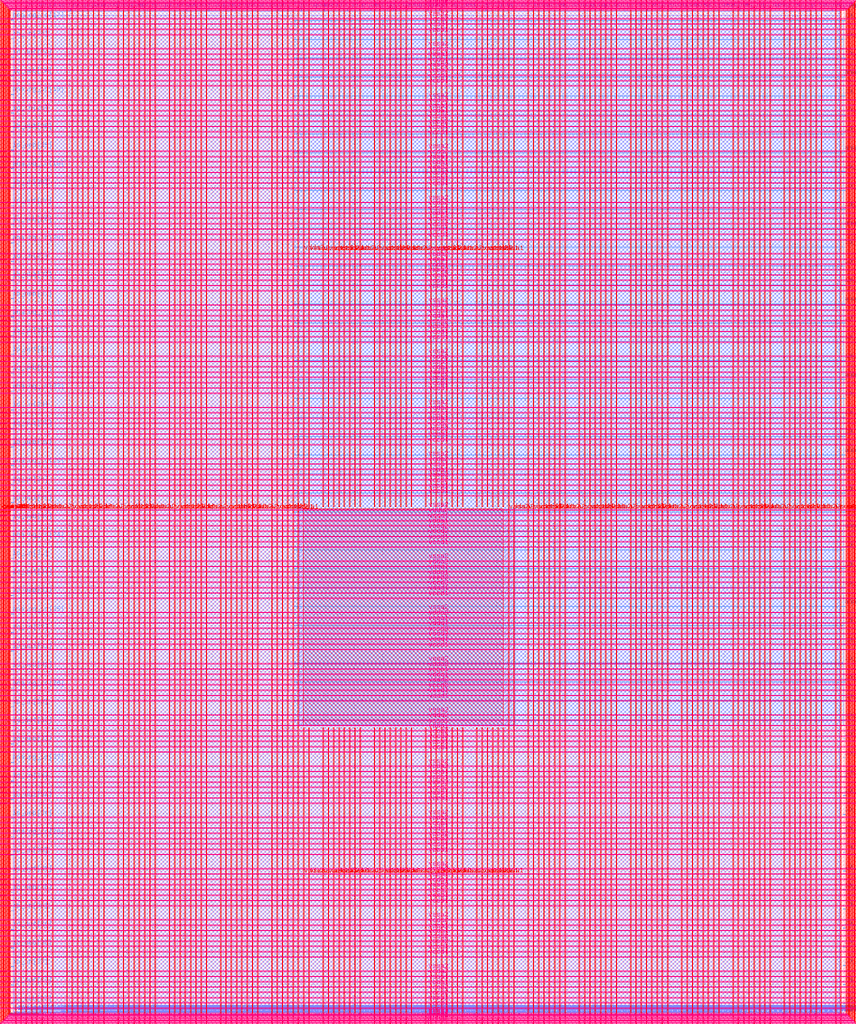
<source format=lef>
VERSION 5.7 ;
  NOWIREEXTENSIONATPIN ON ;
  DIVIDERCHAR "/" ;
  BUSBITCHARS "[]" ;
MACRO user_project_wrapper
  CLASS BLOCK ;
  FOREIGN user_project_wrapper ;
  ORIGIN 0.000 0.000 ;
  SIZE 2920.000 BY 3520.000 ;
  PIN analog_io[0]
    DIRECTION INOUT ;
    USE SIGNAL ;
    PORT
      LAYER met3 ;
        RECT 2917.600 1426.380 2924.800 1427.580 ;
    END
  END analog_io[0]
  PIN analog_io[10]
    DIRECTION INOUT ;
    USE SIGNAL ;
    PORT
      LAYER met2 ;
        RECT 2230.490 3517.600 2231.050 3524.800 ;
    END
  END analog_io[10]
  PIN analog_io[11]
    DIRECTION INOUT ;
    USE SIGNAL ;
    PORT
      LAYER met2 ;
        RECT 1905.730 3517.600 1906.290 3524.800 ;
    END
  END analog_io[11]
  PIN analog_io[12]
    DIRECTION INOUT ;
    USE SIGNAL ;
    PORT
      LAYER met2 ;
        RECT 1581.430 3517.600 1581.990 3524.800 ;
    END
  END analog_io[12]
  PIN analog_io[13]
    DIRECTION INOUT ;
    USE SIGNAL ;
    PORT
      LAYER met2 ;
        RECT 1257.130 3517.600 1257.690 3524.800 ;
    END
  END analog_io[13]
  PIN analog_io[14]
    DIRECTION INOUT ;
    USE SIGNAL ;
    PORT
      LAYER met2 ;
        RECT 932.370 3517.600 932.930 3524.800 ;
    END
  END analog_io[14]
  PIN analog_io[15]
    DIRECTION INOUT ;
    USE SIGNAL ;
    PORT
      LAYER met2 ;
        RECT 608.070 3517.600 608.630 3524.800 ;
    END
  END analog_io[15]
  PIN analog_io[16]
    DIRECTION INOUT ;
    USE SIGNAL ;
    PORT
      LAYER met2 ;
        RECT 283.770 3517.600 284.330 3524.800 ;
    END
  END analog_io[16]
  PIN analog_io[17]
    DIRECTION INOUT ;
    USE SIGNAL ;
    PORT
      LAYER met3 ;
        RECT -4.800 3486.100 2.400 3487.300 ;
    END
  END analog_io[17]
  PIN analog_io[18]
    DIRECTION INOUT ;
    USE SIGNAL ;
    PORT
      LAYER met3 ;
        RECT -4.800 3224.980 2.400 3226.180 ;
    END
  END analog_io[18]
  PIN analog_io[19]
    DIRECTION INOUT ;
    USE SIGNAL ;
    PORT
      LAYER met3 ;
        RECT -4.800 2964.540 2.400 2965.740 ;
    END
  END analog_io[19]
  PIN analog_io[1]
    DIRECTION INOUT ;
    USE SIGNAL ;
    PORT
      LAYER met3 ;
        RECT 2917.600 1692.260 2924.800 1693.460 ;
    END
  END analog_io[1]
  PIN analog_io[20]
    DIRECTION INOUT ;
    USE SIGNAL ;
    PORT
      LAYER met3 ;
        RECT -4.800 2703.420 2.400 2704.620 ;
    END
  END analog_io[20]
  PIN analog_io[21]
    DIRECTION INOUT ;
    USE SIGNAL ;
    PORT
      LAYER met3 ;
        RECT -4.800 2442.980 2.400 2444.180 ;
    END
  END analog_io[21]
  PIN analog_io[22]
    DIRECTION INOUT ;
    USE SIGNAL ;
    PORT
      LAYER met3 ;
        RECT -4.800 2182.540 2.400 2183.740 ;
    END
  END analog_io[22]
  PIN analog_io[23]
    DIRECTION INOUT ;
    USE SIGNAL ;
    PORT
      LAYER met3 ;
        RECT -4.800 1921.420 2.400 1922.620 ;
    END
  END analog_io[23]
  PIN analog_io[24]
    DIRECTION INOUT ;
    USE SIGNAL ;
    PORT
      LAYER met3 ;
        RECT -4.800 1660.980 2.400 1662.180 ;
    END
  END analog_io[24]
  PIN analog_io[25]
    DIRECTION INOUT ;
    USE SIGNAL ;
    PORT
      LAYER met3 ;
        RECT -4.800 1399.860 2.400 1401.060 ;
    END
  END analog_io[25]
  PIN analog_io[26]
    DIRECTION INOUT ;
    USE SIGNAL ;
    PORT
      LAYER met3 ;
        RECT -4.800 1139.420 2.400 1140.620 ;
    END
  END analog_io[26]
  PIN analog_io[27]
    DIRECTION INOUT ;
    USE SIGNAL ;
    PORT
      LAYER met3 ;
        RECT -4.800 878.980 2.400 880.180 ;
    END
  END analog_io[27]
  PIN analog_io[28]
    DIRECTION INOUT ;
    USE SIGNAL ;
    PORT
      LAYER met3 ;
        RECT -4.800 617.860 2.400 619.060 ;
    END
  END analog_io[28]
  PIN analog_io[2]
    DIRECTION INOUT ;
    USE SIGNAL ;
    PORT
      LAYER met3 ;
        RECT 2917.600 1958.140 2924.800 1959.340 ;
    END
  END analog_io[2]
  PIN analog_io[3]
    DIRECTION INOUT ;
    USE SIGNAL ;
    PORT
      LAYER met3 ;
        RECT 2917.600 2223.340 2924.800 2224.540 ;
    END
  END analog_io[3]
  PIN analog_io[4]
    DIRECTION INOUT ;
    USE SIGNAL ;
    PORT
      LAYER met3 ;
        RECT 2917.600 2489.220 2924.800 2490.420 ;
    END
  END analog_io[4]
  PIN analog_io[5]
    DIRECTION INOUT ;
    USE SIGNAL ;
    PORT
      LAYER met3 ;
        RECT 2917.600 2755.100 2924.800 2756.300 ;
    END
  END analog_io[5]
  PIN analog_io[6]
    DIRECTION INOUT ;
    USE SIGNAL ;
    PORT
      LAYER met3 ;
        RECT 2917.600 3020.300 2924.800 3021.500 ;
    END
  END analog_io[6]
  PIN analog_io[7]
    DIRECTION INOUT ;
    USE SIGNAL ;
    PORT
      LAYER met3 ;
        RECT 2917.600 3286.180 2924.800 3287.380 ;
    END
  END analog_io[7]
  PIN analog_io[8]
    DIRECTION INOUT ;
    USE SIGNAL ;
    PORT
      LAYER met2 ;
        RECT 2879.090 3517.600 2879.650 3524.800 ;
    END
  END analog_io[8]
  PIN analog_io[9]
    DIRECTION INOUT ;
    USE SIGNAL ;
    PORT
      LAYER met2 ;
        RECT 2554.790 3517.600 2555.350 3524.800 ;
    END
  END analog_io[9]
  PIN io_in[0]
    DIRECTION INPUT ;
    USE SIGNAL ;
    PORT
      LAYER met3 ;
        RECT 2917.600 32.380 2924.800 33.580 ;
    END
  END io_in[0]
  PIN io_in[10]
    DIRECTION INPUT ;
    USE SIGNAL ;
    PORT
      LAYER met3 ;
        RECT 2917.600 2289.980 2924.800 2291.180 ;
    END
  END io_in[10]
  PIN io_in[11]
    DIRECTION INPUT ;
    USE SIGNAL ;
    PORT
      LAYER met3 ;
        RECT 2917.600 2555.860 2924.800 2557.060 ;
    END
  END io_in[11]
  PIN io_in[12]
    DIRECTION INPUT ;
    USE SIGNAL ;
    PORT
      LAYER met3 ;
        RECT 2917.600 2821.060 2924.800 2822.260 ;
    END
  END io_in[12]
  PIN io_in[13]
    DIRECTION INPUT ;
    USE SIGNAL ;
    PORT
      LAYER met3 ;
        RECT 2917.600 3086.940 2924.800 3088.140 ;
    END
  END io_in[13]
  PIN io_in[14]
    DIRECTION INPUT ;
    USE SIGNAL ;
    PORT
      LAYER met3 ;
        RECT 2917.600 3352.820 2924.800 3354.020 ;
    END
  END io_in[14]
  PIN io_in[15]
    DIRECTION INPUT ;
    USE SIGNAL ;
    PORT
      LAYER met2 ;
        RECT 2798.130 3517.600 2798.690 3524.800 ;
    END
  END io_in[15]
  PIN io_in[16]
    DIRECTION INPUT ;
    USE SIGNAL ;
    PORT
      LAYER met2 ;
        RECT 2473.830 3517.600 2474.390 3524.800 ;
    END
  END io_in[16]
  PIN io_in[17]
    DIRECTION INPUT ;
    USE SIGNAL ;
    PORT
      LAYER met2 ;
        RECT 2149.070 3517.600 2149.630 3524.800 ;
    END
  END io_in[17]
  PIN io_in[18]
    DIRECTION INPUT ;
    USE SIGNAL ;
    PORT
      LAYER met2 ;
        RECT 1824.770 3517.600 1825.330 3524.800 ;
    END
  END io_in[18]
  PIN io_in[19]
    DIRECTION INPUT ;
    USE SIGNAL ;
    PORT
      LAYER met2 ;
        RECT 1500.470 3517.600 1501.030 3524.800 ;
    END
  END io_in[19]
  PIN io_in[1]
    DIRECTION INPUT ;
    USE SIGNAL ;
    PORT
      LAYER met3 ;
        RECT 2917.600 230.940 2924.800 232.140 ;
    END
  END io_in[1]
  PIN io_in[20]
    DIRECTION INPUT ;
    USE SIGNAL ;
    PORT
      LAYER met2 ;
        RECT 1175.710 3517.600 1176.270 3524.800 ;
    END
  END io_in[20]
  PIN io_in[21]
    DIRECTION INPUT ;
    USE SIGNAL ;
    PORT
      LAYER met2 ;
        RECT 851.410 3517.600 851.970 3524.800 ;
    END
  END io_in[21]
  PIN io_in[22]
    DIRECTION INPUT ;
    USE SIGNAL ;
    PORT
      LAYER met2 ;
        RECT 527.110 3517.600 527.670 3524.800 ;
    END
  END io_in[22]
  PIN io_in[23]
    DIRECTION INPUT ;
    USE SIGNAL ;
    PORT
      LAYER met2 ;
        RECT 202.350 3517.600 202.910 3524.800 ;
    END
  END io_in[23]
  PIN io_in[24]
    DIRECTION INPUT ;
    USE SIGNAL ;
    PORT
      LAYER met3 ;
        RECT -4.800 3420.820 2.400 3422.020 ;
    END
  END io_in[24]
  PIN io_in[25]
    DIRECTION INPUT ;
    USE SIGNAL ;
    PORT
      LAYER met3 ;
        RECT -4.800 3159.700 2.400 3160.900 ;
    END
  END io_in[25]
  PIN io_in[26]
    DIRECTION INPUT ;
    USE SIGNAL ;
    PORT
      LAYER met3 ;
        RECT -4.800 2899.260 2.400 2900.460 ;
    END
  END io_in[26]
  PIN io_in[27]
    DIRECTION INPUT ;
    USE SIGNAL ;
    PORT
      LAYER met3 ;
        RECT -4.800 2638.820 2.400 2640.020 ;
    END
  END io_in[27]
  PIN io_in[28]
    DIRECTION INPUT ;
    USE SIGNAL ;
    PORT
      LAYER met3 ;
        RECT -4.800 2377.700 2.400 2378.900 ;
    END
  END io_in[28]
  PIN io_in[29]
    DIRECTION INPUT ;
    USE SIGNAL ;
    PORT
      LAYER met3 ;
        RECT -4.800 2117.260 2.400 2118.460 ;
    END
  END io_in[29]
  PIN io_in[2]
    DIRECTION INPUT ;
    USE SIGNAL ;
    PORT
      LAYER met3 ;
        RECT 2917.600 430.180 2924.800 431.380 ;
    END
  END io_in[2]
  PIN io_in[30]
    DIRECTION INPUT ;
    USE SIGNAL ;
    PORT
      LAYER met3 ;
        RECT -4.800 1856.140 2.400 1857.340 ;
    END
  END io_in[30]
  PIN io_in[31]
    DIRECTION INPUT ;
    USE SIGNAL ;
    PORT
      LAYER met3 ;
        RECT -4.800 1595.700 2.400 1596.900 ;
    END
  END io_in[31]
  PIN io_in[32]
    DIRECTION INPUT ;
    USE SIGNAL ;
    PORT
      LAYER met3 ;
        RECT -4.800 1335.260 2.400 1336.460 ;
    END
  END io_in[32]
  PIN io_in[33]
    DIRECTION INPUT ;
    USE SIGNAL ;
    PORT
      LAYER met3 ;
        RECT -4.800 1074.140 2.400 1075.340 ;
    END
  END io_in[33]
  PIN io_in[34]
    DIRECTION INPUT ;
    USE SIGNAL ;
    PORT
      LAYER met3 ;
        RECT -4.800 813.700 2.400 814.900 ;
    END
  END io_in[34]
  PIN io_in[35]
    DIRECTION INPUT ;
    USE SIGNAL ;
    PORT
      LAYER met3 ;
        RECT -4.800 552.580 2.400 553.780 ;
    END
  END io_in[35]
  PIN io_in[36]
    DIRECTION INPUT ;
    USE SIGNAL ;
    PORT
      LAYER met3 ;
        RECT -4.800 357.420 2.400 358.620 ;
    END
  END io_in[36]
  PIN io_in[37]
    DIRECTION INPUT ;
    USE SIGNAL ;
    PORT
      LAYER met3 ;
        RECT -4.800 161.580 2.400 162.780 ;
    END
  END io_in[37]
  PIN io_in[3]
    DIRECTION INPUT ;
    USE SIGNAL ;
    PORT
      LAYER met3 ;
        RECT 2917.600 629.420 2924.800 630.620 ;
    END
  END io_in[3]
  PIN io_in[4]
    DIRECTION INPUT ;
    USE SIGNAL ;
    PORT
      LAYER met3 ;
        RECT 2917.600 828.660 2924.800 829.860 ;
    END
  END io_in[4]
  PIN io_in[5]
    DIRECTION INPUT ;
    USE SIGNAL ;
    PORT
      LAYER met3 ;
        RECT 2917.600 1027.900 2924.800 1029.100 ;
    END
  END io_in[5]
  PIN io_in[6]
    DIRECTION INPUT ;
    USE SIGNAL ;
    PORT
      LAYER met3 ;
        RECT 2917.600 1227.140 2924.800 1228.340 ;
    END
  END io_in[6]
  PIN io_in[7]
    DIRECTION INPUT ;
    USE SIGNAL ;
    PORT
      LAYER met3 ;
        RECT 2917.600 1493.020 2924.800 1494.220 ;
    END
  END io_in[7]
  PIN io_in[8]
    DIRECTION INPUT ;
    USE SIGNAL ;
    PORT
      LAYER met3 ;
        RECT 2917.600 1758.900 2924.800 1760.100 ;
    END
  END io_in[8]
  PIN io_in[9]
    DIRECTION INPUT ;
    USE SIGNAL ;
    PORT
      LAYER met3 ;
        RECT 2917.600 2024.100 2924.800 2025.300 ;
    END
  END io_in[9]
  PIN io_oeb[0]
    DIRECTION OUTPUT TRISTATE ;
    USE SIGNAL ;
    PORT
      LAYER met3 ;
        RECT 2917.600 164.980 2924.800 166.180 ;
    END
  END io_oeb[0]
  PIN io_oeb[10]
    DIRECTION OUTPUT TRISTATE ;
    USE SIGNAL ;
    PORT
      LAYER met3 ;
        RECT 2917.600 2422.580 2924.800 2423.780 ;
    END
  END io_oeb[10]
  PIN io_oeb[11]
    DIRECTION OUTPUT TRISTATE ;
    USE SIGNAL ;
    PORT
      LAYER met3 ;
        RECT 2917.600 2688.460 2924.800 2689.660 ;
    END
  END io_oeb[11]
  PIN io_oeb[12]
    DIRECTION OUTPUT TRISTATE ;
    USE SIGNAL ;
    PORT
      LAYER met3 ;
        RECT 2917.600 2954.340 2924.800 2955.540 ;
    END
  END io_oeb[12]
  PIN io_oeb[13]
    DIRECTION OUTPUT TRISTATE ;
    USE SIGNAL ;
    PORT
      LAYER met3 ;
        RECT 2917.600 3219.540 2924.800 3220.740 ;
    END
  END io_oeb[13]
  PIN io_oeb[14]
    DIRECTION OUTPUT TRISTATE ;
    USE SIGNAL ;
    PORT
      LAYER met3 ;
        RECT 2917.600 3485.420 2924.800 3486.620 ;
    END
  END io_oeb[14]
  PIN io_oeb[15]
    DIRECTION OUTPUT TRISTATE ;
    USE SIGNAL ;
    PORT
      LAYER met2 ;
        RECT 2635.750 3517.600 2636.310 3524.800 ;
    END
  END io_oeb[15]
  PIN io_oeb[16]
    DIRECTION OUTPUT TRISTATE ;
    USE SIGNAL ;
    PORT
      LAYER met2 ;
        RECT 2311.450 3517.600 2312.010 3524.800 ;
    END
  END io_oeb[16]
  PIN io_oeb[17]
    DIRECTION OUTPUT TRISTATE ;
    USE SIGNAL ;
    PORT
      LAYER met2 ;
        RECT 1987.150 3517.600 1987.710 3524.800 ;
    END
  END io_oeb[17]
  PIN io_oeb[18]
    DIRECTION OUTPUT TRISTATE ;
    USE SIGNAL ;
    PORT
      LAYER met2 ;
        RECT 1662.390 3517.600 1662.950 3524.800 ;
    END
  END io_oeb[18]
  PIN io_oeb[19]
    DIRECTION OUTPUT TRISTATE ;
    USE SIGNAL ;
    PORT
      LAYER met2 ;
        RECT 1338.090 3517.600 1338.650 3524.800 ;
    END
  END io_oeb[19]
  PIN io_oeb[1]
    DIRECTION OUTPUT TRISTATE ;
    USE SIGNAL ;
    PORT
      LAYER met3 ;
        RECT 2917.600 364.220 2924.800 365.420 ;
    END
  END io_oeb[1]
  PIN io_oeb[20]
    DIRECTION OUTPUT TRISTATE ;
    USE SIGNAL ;
    PORT
      LAYER met2 ;
        RECT 1013.790 3517.600 1014.350 3524.800 ;
    END
  END io_oeb[20]
  PIN io_oeb[21]
    DIRECTION OUTPUT TRISTATE ;
    USE SIGNAL ;
    PORT
      LAYER met2 ;
        RECT 689.030 3517.600 689.590 3524.800 ;
    END
  END io_oeb[21]
  PIN io_oeb[22]
    DIRECTION OUTPUT TRISTATE ;
    USE SIGNAL ;
    PORT
      LAYER met2 ;
        RECT 364.730 3517.600 365.290 3524.800 ;
    END
  END io_oeb[22]
  PIN io_oeb[23]
    DIRECTION OUTPUT TRISTATE ;
    USE SIGNAL ;
    PORT
      LAYER met2 ;
        RECT 40.430 3517.600 40.990 3524.800 ;
    END
  END io_oeb[23]
  PIN io_oeb[24]
    DIRECTION OUTPUT TRISTATE ;
    USE SIGNAL ;
    PORT
      LAYER met3 ;
        RECT -4.800 3290.260 2.400 3291.460 ;
    END
  END io_oeb[24]
  PIN io_oeb[25]
    DIRECTION OUTPUT TRISTATE ;
    USE SIGNAL ;
    PORT
      LAYER met3 ;
        RECT -4.800 3029.820 2.400 3031.020 ;
    END
  END io_oeb[25]
  PIN io_oeb[26]
    DIRECTION OUTPUT TRISTATE ;
    USE SIGNAL ;
    PORT
      LAYER met3 ;
        RECT -4.800 2768.700 2.400 2769.900 ;
    END
  END io_oeb[26]
  PIN io_oeb[27]
    DIRECTION OUTPUT TRISTATE ;
    USE SIGNAL ;
    PORT
      LAYER met3 ;
        RECT -4.800 2508.260 2.400 2509.460 ;
    END
  END io_oeb[27]
  PIN io_oeb[28]
    DIRECTION OUTPUT TRISTATE ;
    USE SIGNAL ;
    PORT
      LAYER met3 ;
        RECT -4.800 2247.140 2.400 2248.340 ;
    END
  END io_oeb[28]
  PIN io_oeb[29]
    DIRECTION OUTPUT TRISTATE ;
    USE SIGNAL ;
    PORT
      LAYER met3 ;
        RECT -4.800 1986.700 2.400 1987.900 ;
    END
  END io_oeb[29]
  PIN io_oeb[2]
    DIRECTION OUTPUT TRISTATE ;
    USE SIGNAL ;
    PORT
      LAYER met3 ;
        RECT 2917.600 563.460 2924.800 564.660 ;
    END
  END io_oeb[2]
  PIN io_oeb[30]
    DIRECTION OUTPUT TRISTATE ;
    USE SIGNAL ;
    PORT
      LAYER met3 ;
        RECT -4.800 1726.260 2.400 1727.460 ;
    END
  END io_oeb[30]
  PIN io_oeb[31]
    DIRECTION OUTPUT TRISTATE ;
    USE SIGNAL ;
    PORT
      LAYER met3 ;
        RECT -4.800 1465.140 2.400 1466.340 ;
    END
  END io_oeb[31]
  PIN io_oeb[32]
    DIRECTION OUTPUT TRISTATE ;
    USE SIGNAL ;
    PORT
      LAYER met3 ;
        RECT -4.800 1204.700 2.400 1205.900 ;
    END
  END io_oeb[32]
  PIN io_oeb[33]
    DIRECTION OUTPUT TRISTATE ;
    USE SIGNAL ;
    PORT
      LAYER met3 ;
        RECT -4.800 943.580 2.400 944.780 ;
    END
  END io_oeb[33]
  PIN io_oeb[34]
    DIRECTION OUTPUT TRISTATE ;
    USE SIGNAL ;
    PORT
      LAYER met3 ;
        RECT -4.800 683.140 2.400 684.340 ;
    END
  END io_oeb[34]
  PIN io_oeb[35]
    DIRECTION OUTPUT TRISTATE ;
    USE SIGNAL ;
    PORT
      LAYER met3 ;
        RECT -4.800 422.700 2.400 423.900 ;
    END
  END io_oeb[35]
  PIN io_oeb[36]
    DIRECTION OUTPUT TRISTATE ;
    USE SIGNAL ;
    PORT
      LAYER met3 ;
        RECT -4.800 226.860 2.400 228.060 ;
    END
  END io_oeb[36]
  PIN io_oeb[37]
    DIRECTION OUTPUT TRISTATE ;
    USE SIGNAL ;
    PORT
      LAYER met3 ;
        RECT -4.800 31.700 2.400 32.900 ;
    END
  END io_oeb[37]
  PIN io_oeb[3]
    DIRECTION OUTPUT TRISTATE ;
    USE SIGNAL ;
    PORT
      LAYER met3 ;
        RECT 2917.600 762.700 2924.800 763.900 ;
    END
  END io_oeb[3]
  PIN io_oeb[4]
    DIRECTION OUTPUT TRISTATE ;
    USE SIGNAL ;
    PORT
      LAYER met3 ;
        RECT 2917.600 961.940 2924.800 963.140 ;
    END
  END io_oeb[4]
  PIN io_oeb[5]
    DIRECTION OUTPUT TRISTATE ;
    USE SIGNAL ;
    PORT
      LAYER met3 ;
        RECT 2917.600 1161.180 2924.800 1162.380 ;
    END
  END io_oeb[5]
  PIN io_oeb[6]
    DIRECTION OUTPUT TRISTATE ;
    USE SIGNAL ;
    PORT
      LAYER met3 ;
        RECT 2917.600 1360.420 2924.800 1361.620 ;
    END
  END io_oeb[6]
  PIN io_oeb[7]
    DIRECTION OUTPUT TRISTATE ;
    USE SIGNAL ;
    PORT
      LAYER met3 ;
        RECT 2917.600 1625.620 2924.800 1626.820 ;
    END
  END io_oeb[7]
  PIN io_oeb[8]
    DIRECTION OUTPUT TRISTATE ;
    USE SIGNAL ;
    PORT
      LAYER met3 ;
        RECT 2917.600 1891.500 2924.800 1892.700 ;
    END
  END io_oeb[8]
  PIN io_oeb[9]
    DIRECTION OUTPUT TRISTATE ;
    USE SIGNAL ;
    PORT
      LAYER met3 ;
        RECT 2917.600 2157.380 2924.800 2158.580 ;
    END
  END io_oeb[9]
  PIN io_out[0]
    DIRECTION OUTPUT TRISTATE ;
    USE SIGNAL ;
    PORT
      LAYER met3 ;
        RECT 2917.600 98.340 2924.800 99.540 ;
    END
  END io_out[0]
  PIN io_out[10]
    DIRECTION OUTPUT TRISTATE ;
    USE SIGNAL ;
    PORT
      LAYER met3 ;
        RECT 2917.600 2356.620 2924.800 2357.820 ;
    END
  END io_out[10]
  PIN io_out[11]
    DIRECTION OUTPUT TRISTATE ;
    USE SIGNAL ;
    PORT
      LAYER met3 ;
        RECT 2917.600 2621.820 2924.800 2623.020 ;
    END
  END io_out[11]
  PIN io_out[12]
    DIRECTION OUTPUT TRISTATE ;
    USE SIGNAL ;
    PORT
      LAYER met3 ;
        RECT 2917.600 2887.700 2924.800 2888.900 ;
    END
  END io_out[12]
  PIN io_out[13]
    DIRECTION OUTPUT TRISTATE ;
    USE SIGNAL ;
    PORT
      LAYER met3 ;
        RECT 2917.600 3153.580 2924.800 3154.780 ;
    END
  END io_out[13]
  PIN io_out[14]
    DIRECTION OUTPUT TRISTATE ;
    USE SIGNAL ;
    PORT
      LAYER met3 ;
        RECT 2917.600 3418.780 2924.800 3419.980 ;
    END
  END io_out[14]
  PIN io_out[15]
    DIRECTION OUTPUT TRISTATE ;
    USE SIGNAL ;
    PORT
      LAYER met2 ;
        RECT 2717.170 3517.600 2717.730 3524.800 ;
    END
  END io_out[15]
  PIN io_out[16]
    DIRECTION OUTPUT TRISTATE ;
    USE SIGNAL ;
    PORT
      LAYER met2 ;
        RECT 2392.410 3517.600 2392.970 3524.800 ;
    END
  END io_out[16]
  PIN io_out[17]
    DIRECTION OUTPUT TRISTATE ;
    USE SIGNAL ;
    PORT
      LAYER met2 ;
        RECT 2068.110 3517.600 2068.670 3524.800 ;
    END
  END io_out[17]
  PIN io_out[18]
    DIRECTION OUTPUT TRISTATE ;
    USE SIGNAL ;
    PORT
      LAYER met2 ;
        RECT 1743.810 3517.600 1744.370 3524.800 ;
    END
  END io_out[18]
  PIN io_out[19]
    DIRECTION OUTPUT TRISTATE ;
    USE SIGNAL ;
    PORT
      LAYER met2 ;
        RECT 1419.050 3517.600 1419.610 3524.800 ;
    END
  END io_out[19]
  PIN io_out[1]
    DIRECTION OUTPUT TRISTATE ;
    USE SIGNAL ;
    PORT
      LAYER met3 ;
        RECT 2917.600 297.580 2924.800 298.780 ;
    END
  END io_out[1]
  PIN io_out[20]
    DIRECTION OUTPUT TRISTATE ;
    USE SIGNAL ;
    PORT
      LAYER met2 ;
        RECT 1094.750 3517.600 1095.310 3524.800 ;
    END
  END io_out[20]
  PIN io_out[21]
    DIRECTION OUTPUT TRISTATE ;
    USE SIGNAL ;
    PORT
      LAYER met2 ;
        RECT 770.450 3517.600 771.010 3524.800 ;
    END
  END io_out[21]
  PIN io_out[22]
    DIRECTION OUTPUT TRISTATE ;
    USE SIGNAL ;
    PORT
      LAYER met2 ;
        RECT 445.690 3517.600 446.250 3524.800 ;
    END
  END io_out[22]
  PIN io_out[23]
    DIRECTION OUTPUT TRISTATE ;
    USE SIGNAL ;
    PORT
      LAYER met2 ;
        RECT 121.390 3517.600 121.950 3524.800 ;
    END
  END io_out[23]
  PIN io_out[24]
    DIRECTION OUTPUT TRISTATE ;
    USE SIGNAL ;
    PORT
      LAYER met3 ;
        RECT -4.800 3355.540 2.400 3356.740 ;
    END
  END io_out[24]
  PIN io_out[25]
    DIRECTION OUTPUT TRISTATE ;
    USE SIGNAL ;
    PORT
      LAYER met3 ;
        RECT -4.800 3095.100 2.400 3096.300 ;
    END
  END io_out[25]
  PIN io_out[26]
    DIRECTION OUTPUT TRISTATE ;
    USE SIGNAL ;
    PORT
      LAYER met3 ;
        RECT -4.800 2833.980 2.400 2835.180 ;
    END
  END io_out[26]
  PIN io_out[27]
    DIRECTION OUTPUT TRISTATE ;
    USE SIGNAL ;
    PORT
      LAYER met3 ;
        RECT -4.800 2573.540 2.400 2574.740 ;
    END
  END io_out[27]
  PIN io_out[28]
    DIRECTION OUTPUT TRISTATE ;
    USE SIGNAL ;
    PORT
      LAYER met3 ;
        RECT -4.800 2312.420 2.400 2313.620 ;
    END
  END io_out[28]
  PIN io_out[29]
    DIRECTION OUTPUT TRISTATE ;
    USE SIGNAL ;
    PORT
      LAYER met3 ;
        RECT -4.800 2051.980 2.400 2053.180 ;
    END
  END io_out[29]
  PIN io_out[2]
    DIRECTION OUTPUT TRISTATE ;
    USE SIGNAL ;
    PORT
      LAYER met3 ;
        RECT 2917.600 496.820 2924.800 498.020 ;
    END
  END io_out[2]
  PIN io_out[30]
    DIRECTION OUTPUT TRISTATE ;
    USE SIGNAL ;
    PORT
      LAYER met3 ;
        RECT -4.800 1791.540 2.400 1792.740 ;
    END
  END io_out[30]
  PIN io_out[31]
    DIRECTION OUTPUT TRISTATE ;
    USE SIGNAL ;
    PORT
      LAYER met3 ;
        RECT -4.800 1530.420 2.400 1531.620 ;
    END
  END io_out[31]
  PIN io_out[32]
    DIRECTION OUTPUT TRISTATE ;
    USE SIGNAL ;
    PORT
      LAYER met3 ;
        RECT -4.800 1269.980 2.400 1271.180 ;
    END
  END io_out[32]
  PIN io_out[33]
    DIRECTION OUTPUT TRISTATE ;
    USE SIGNAL ;
    PORT
      LAYER met3 ;
        RECT -4.800 1008.860 2.400 1010.060 ;
    END
  END io_out[33]
  PIN io_out[34]
    DIRECTION OUTPUT TRISTATE ;
    USE SIGNAL ;
    PORT
      LAYER met3 ;
        RECT -4.800 748.420 2.400 749.620 ;
    END
  END io_out[34]
  PIN io_out[35]
    DIRECTION OUTPUT TRISTATE ;
    USE SIGNAL ;
    PORT
      LAYER met3 ;
        RECT -4.800 487.300 2.400 488.500 ;
    END
  END io_out[35]
  PIN io_out[36]
    DIRECTION OUTPUT TRISTATE ;
    USE SIGNAL ;
    PORT
      LAYER met3 ;
        RECT -4.800 292.140 2.400 293.340 ;
    END
  END io_out[36]
  PIN io_out[37]
    DIRECTION OUTPUT TRISTATE ;
    USE SIGNAL ;
    PORT
      LAYER met3 ;
        RECT -4.800 96.300 2.400 97.500 ;
    END
  END io_out[37]
  PIN io_out[3]
    DIRECTION OUTPUT TRISTATE ;
    USE SIGNAL ;
    PORT
      LAYER met3 ;
        RECT 2917.600 696.060 2924.800 697.260 ;
    END
  END io_out[3]
  PIN io_out[4]
    DIRECTION OUTPUT TRISTATE ;
    USE SIGNAL ;
    PORT
      LAYER met3 ;
        RECT 2917.600 895.300 2924.800 896.500 ;
    END
  END io_out[4]
  PIN io_out[5]
    DIRECTION OUTPUT TRISTATE ;
    USE SIGNAL ;
    PORT
      LAYER met3 ;
        RECT 2917.600 1094.540 2924.800 1095.740 ;
    END
  END io_out[5]
  PIN io_out[6]
    DIRECTION OUTPUT TRISTATE ;
    USE SIGNAL ;
    PORT
      LAYER met3 ;
        RECT 2917.600 1293.780 2924.800 1294.980 ;
    END
  END io_out[6]
  PIN io_out[7]
    DIRECTION OUTPUT TRISTATE ;
    USE SIGNAL ;
    PORT
      LAYER met3 ;
        RECT 2917.600 1559.660 2924.800 1560.860 ;
    END
  END io_out[7]
  PIN io_out[8]
    DIRECTION OUTPUT TRISTATE ;
    USE SIGNAL ;
    PORT
      LAYER met3 ;
        RECT 2917.600 1824.860 2924.800 1826.060 ;
    END
  END io_out[8]
  PIN io_out[9]
    DIRECTION OUTPUT TRISTATE ;
    USE SIGNAL ;
    PORT
      LAYER met3 ;
        RECT 2917.600 2090.740 2924.800 2091.940 ;
    END
  END io_out[9]
  PIN la_data_in[0]
    DIRECTION INPUT ;
    USE SIGNAL ;
    PORT
      LAYER met2 ;
        RECT 629.230 -4.800 629.790 2.400 ;
    END
  END la_data_in[0]
  PIN la_data_in[100]
    DIRECTION INPUT ;
    USE SIGNAL ;
    PORT
      LAYER met2 ;
        RECT 2402.530 -4.800 2403.090 2.400 ;
    END
  END la_data_in[100]
  PIN la_data_in[101]
    DIRECTION INPUT ;
    USE SIGNAL ;
    PORT
      LAYER met2 ;
        RECT 2420.010 -4.800 2420.570 2.400 ;
    END
  END la_data_in[101]
  PIN la_data_in[102]
    DIRECTION INPUT ;
    USE SIGNAL ;
    PORT
      LAYER met2 ;
        RECT 2437.950 -4.800 2438.510 2.400 ;
    END
  END la_data_in[102]
  PIN la_data_in[103]
    DIRECTION INPUT ;
    USE SIGNAL ;
    PORT
      LAYER met2 ;
        RECT 2455.430 -4.800 2455.990 2.400 ;
    END
  END la_data_in[103]
  PIN la_data_in[104]
    DIRECTION INPUT ;
    USE SIGNAL ;
    PORT
      LAYER met2 ;
        RECT 2473.370 -4.800 2473.930 2.400 ;
    END
  END la_data_in[104]
  PIN la_data_in[105]
    DIRECTION INPUT ;
    USE SIGNAL ;
    PORT
      LAYER met2 ;
        RECT 2490.850 -4.800 2491.410 2.400 ;
    END
  END la_data_in[105]
  PIN la_data_in[106]
    DIRECTION INPUT ;
    USE SIGNAL ;
    PORT
      LAYER met2 ;
        RECT 2508.790 -4.800 2509.350 2.400 ;
    END
  END la_data_in[106]
  PIN la_data_in[107]
    DIRECTION INPUT ;
    USE SIGNAL ;
    PORT
      LAYER met2 ;
        RECT 2526.730 -4.800 2527.290 2.400 ;
    END
  END la_data_in[107]
  PIN la_data_in[108]
    DIRECTION INPUT ;
    USE SIGNAL ;
    PORT
      LAYER met2 ;
        RECT 2544.210 -4.800 2544.770 2.400 ;
    END
  END la_data_in[108]
  PIN la_data_in[109]
    DIRECTION INPUT ;
    USE SIGNAL ;
    PORT
      LAYER met2 ;
        RECT 2562.150 -4.800 2562.710 2.400 ;
    END
  END la_data_in[109]
  PIN la_data_in[10]
    DIRECTION INPUT ;
    USE SIGNAL ;
    PORT
      LAYER met2 ;
        RECT 806.330 -4.800 806.890 2.400 ;
    END
  END la_data_in[10]
  PIN la_data_in[110]
    DIRECTION INPUT ;
    USE SIGNAL ;
    PORT
      LAYER met2 ;
        RECT 2579.630 -4.800 2580.190 2.400 ;
    END
  END la_data_in[110]
  PIN la_data_in[111]
    DIRECTION INPUT ;
    USE SIGNAL ;
    PORT
      LAYER met2 ;
        RECT 2597.570 -4.800 2598.130 2.400 ;
    END
  END la_data_in[111]
  PIN la_data_in[112]
    DIRECTION INPUT ;
    USE SIGNAL ;
    PORT
      LAYER met2 ;
        RECT 2615.050 -4.800 2615.610 2.400 ;
    END
  END la_data_in[112]
  PIN la_data_in[113]
    DIRECTION INPUT ;
    USE SIGNAL ;
    PORT
      LAYER met2 ;
        RECT 2632.990 -4.800 2633.550 2.400 ;
    END
  END la_data_in[113]
  PIN la_data_in[114]
    DIRECTION INPUT ;
    USE SIGNAL ;
    PORT
      LAYER met2 ;
        RECT 2650.470 -4.800 2651.030 2.400 ;
    END
  END la_data_in[114]
  PIN la_data_in[115]
    DIRECTION INPUT ;
    USE SIGNAL ;
    PORT
      LAYER met2 ;
        RECT 2668.410 -4.800 2668.970 2.400 ;
    END
  END la_data_in[115]
  PIN la_data_in[116]
    DIRECTION INPUT ;
    USE SIGNAL ;
    PORT
      LAYER met2 ;
        RECT 2685.890 -4.800 2686.450 2.400 ;
    END
  END la_data_in[116]
  PIN la_data_in[117]
    DIRECTION INPUT ;
    USE SIGNAL ;
    PORT
      LAYER met2 ;
        RECT 2703.830 -4.800 2704.390 2.400 ;
    END
  END la_data_in[117]
  PIN la_data_in[118]
    DIRECTION INPUT ;
    USE SIGNAL ;
    PORT
      LAYER met2 ;
        RECT 2721.770 -4.800 2722.330 2.400 ;
    END
  END la_data_in[118]
  PIN la_data_in[119]
    DIRECTION INPUT ;
    USE SIGNAL ;
    PORT
      LAYER met2 ;
        RECT 2739.250 -4.800 2739.810 2.400 ;
    END
  END la_data_in[119]
  PIN la_data_in[11]
    DIRECTION INPUT ;
    USE SIGNAL ;
    PORT
      LAYER met2 ;
        RECT 824.270 -4.800 824.830 2.400 ;
    END
  END la_data_in[11]
  PIN la_data_in[120]
    DIRECTION INPUT ;
    USE SIGNAL ;
    PORT
      LAYER met2 ;
        RECT 2757.190 -4.800 2757.750 2.400 ;
    END
  END la_data_in[120]
  PIN la_data_in[121]
    DIRECTION INPUT ;
    USE SIGNAL ;
    PORT
      LAYER met2 ;
        RECT 2774.670 -4.800 2775.230 2.400 ;
    END
  END la_data_in[121]
  PIN la_data_in[122]
    DIRECTION INPUT ;
    USE SIGNAL ;
    PORT
      LAYER met2 ;
        RECT 2792.610 -4.800 2793.170 2.400 ;
    END
  END la_data_in[122]
  PIN la_data_in[123]
    DIRECTION INPUT ;
    USE SIGNAL ;
    PORT
      LAYER met2 ;
        RECT 2810.090 -4.800 2810.650 2.400 ;
    END
  END la_data_in[123]
  PIN la_data_in[124]
    DIRECTION INPUT ;
    USE SIGNAL ;
    PORT
      LAYER met2 ;
        RECT 2828.030 -4.800 2828.590 2.400 ;
    END
  END la_data_in[124]
  PIN la_data_in[125]
    DIRECTION INPUT ;
    USE SIGNAL ;
    PORT
      LAYER met2 ;
        RECT 2845.510 -4.800 2846.070 2.400 ;
    END
  END la_data_in[125]
  PIN la_data_in[126]
    DIRECTION INPUT ;
    USE SIGNAL ;
    PORT
      LAYER met2 ;
        RECT 2863.450 -4.800 2864.010 2.400 ;
    END
  END la_data_in[126]
  PIN la_data_in[127]
    DIRECTION INPUT ;
    USE SIGNAL ;
    PORT
      LAYER met2 ;
        RECT 2881.390 -4.800 2881.950 2.400 ;
    END
  END la_data_in[127]
  PIN la_data_in[12]
    DIRECTION INPUT ;
    USE SIGNAL ;
    PORT
      LAYER met2 ;
        RECT 841.750 -4.800 842.310 2.400 ;
    END
  END la_data_in[12]
  PIN la_data_in[13]
    DIRECTION INPUT ;
    USE SIGNAL ;
    PORT
      LAYER met2 ;
        RECT 859.690 -4.800 860.250 2.400 ;
    END
  END la_data_in[13]
  PIN la_data_in[14]
    DIRECTION INPUT ;
    USE SIGNAL ;
    PORT
      LAYER met2 ;
        RECT 877.170 -4.800 877.730 2.400 ;
    END
  END la_data_in[14]
  PIN la_data_in[15]
    DIRECTION INPUT ;
    USE SIGNAL ;
    PORT
      LAYER met2 ;
        RECT 895.110 -4.800 895.670 2.400 ;
    END
  END la_data_in[15]
  PIN la_data_in[16]
    DIRECTION INPUT ;
    USE SIGNAL ;
    PORT
      LAYER met2 ;
        RECT 912.590 -4.800 913.150 2.400 ;
    END
  END la_data_in[16]
  PIN la_data_in[17]
    DIRECTION INPUT ;
    USE SIGNAL ;
    PORT
      LAYER met2 ;
        RECT 930.530 -4.800 931.090 2.400 ;
    END
  END la_data_in[17]
  PIN la_data_in[18]
    DIRECTION INPUT ;
    USE SIGNAL ;
    PORT
      LAYER met2 ;
        RECT 948.470 -4.800 949.030 2.400 ;
    END
  END la_data_in[18]
  PIN la_data_in[19]
    DIRECTION INPUT ;
    USE SIGNAL ;
    PORT
      LAYER met2 ;
        RECT 965.950 -4.800 966.510 2.400 ;
    END
  END la_data_in[19]
  PIN la_data_in[1]
    DIRECTION INPUT ;
    USE SIGNAL ;
    PORT
      LAYER met2 ;
        RECT 646.710 -4.800 647.270 2.400 ;
    END
  END la_data_in[1]
  PIN la_data_in[20]
    DIRECTION INPUT ;
    USE SIGNAL ;
    PORT
      LAYER met2 ;
        RECT 983.890 -4.800 984.450 2.400 ;
    END
  END la_data_in[20]
  PIN la_data_in[21]
    DIRECTION INPUT ;
    USE SIGNAL ;
    PORT
      LAYER met2 ;
        RECT 1001.370 -4.800 1001.930 2.400 ;
    END
  END la_data_in[21]
  PIN la_data_in[22]
    DIRECTION INPUT ;
    USE SIGNAL ;
    PORT
      LAYER met2 ;
        RECT 1019.310 -4.800 1019.870 2.400 ;
    END
  END la_data_in[22]
  PIN la_data_in[23]
    DIRECTION INPUT ;
    USE SIGNAL ;
    PORT
      LAYER met2 ;
        RECT 1036.790 -4.800 1037.350 2.400 ;
    END
  END la_data_in[23]
  PIN la_data_in[24]
    DIRECTION INPUT ;
    USE SIGNAL ;
    PORT
      LAYER met2 ;
        RECT 1054.730 -4.800 1055.290 2.400 ;
    END
  END la_data_in[24]
  PIN la_data_in[25]
    DIRECTION INPUT ;
    USE SIGNAL ;
    PORT
      LAYER met2 ;
        RECT 1072.210 -4.800 1072.770 2.400 ;
    END
  END la_data_in[25]
  PIN la_data_in[26]
    DIRECTION INPUT ;
    USE SIGNAL ;
    PORT
      LAYER met2 ;
        RECT 1090.150 -4.800 1090.710 2.400 ;
    END
  END la_data_in[26]
  PIN la_data_in[27]
    DIRECTION INPUT ;
    USE SIGNAL ;
    PORT
      LAYER met2 ;
        RECT 1107.630 -4.800 1108.190 2.400 ;
    END
  END la_data_in[27]
  PIN la_data_in[28]
    DIRECTION INPUT ;
    USE SIGNAL ;
    PORT
      LAYER met2 ;
        RECT 1125.570 -4.800 1126.130 2.400 ;
    END
  END la_data_in[28]
  PIN la_data_in[29]
    DIRECTION INPUT ;
    USE SIGNAL ;
    PORT
      LAYER met2 ;
        RECT 1143.510 -4.800 1144.070 2.400 ;
    END
  END la_data_in[29]
  PIN la_data_in[2]
    DIRECTION INPUT ;
    USE SIGNAL ;
    PORT
      LAYER met2 ;
        RECT 664.650 -4.800 665.210 2.400 ;
    END
  END la_data_in[2]
  PIN la_data_in[30]
    DIRECTION INPUT ;
    USE SIGNAL ;
    PORT
      LAYER met2 ;
        RECT 1160.990 -4.800 1161.550 2.400 ;
    END
  END la_data_in[30]
  PIN la_data_in[31]
    DIRECTION INPUT ;
    USE SIGNAL ;
    PORT
      LAYER met2 ;
        RECT 1178.930 -4.800 1179.490 2.400 ;
    END
  END la_data_in[31]
  PIN la_data_in[32]
    DIRECTION INPUT ;
    USE SIGNAL ;
    PORT
      LAYER met2 ;
        RECT 1196.410 -4.800 1196.970 2.400 ;
    END
  END la_data_in[32]
  PIN la_data_in[33]
    DIRECTION INPUT ;
    USE SIGNAL ;
    PORT
      LAYER met2 ;
        RECT 1214.350 -4.800 1214.910 2.400 ;
    END
  END la_data_in[33]
  PIN la_data_in[34]
    DIRECTION INPUT ;
    USE SIGNAL ;
    PORT
      LAYER met2 ;
        RECT 1231.830 -4.800 1232.390 2.400 ;
    END
  END la_data_in[34]
  PIN la_data_in[35]
    DIRECTION INPUT ;
    USE SIGNAL ;
    PORT
      LAYER met2 ;
        RECT 1249.770 -4.800 1250.330 2.400 ;
    END
  END la_data_in[35]
  PIN la_data_in[36]
    DIRECTION INPUT ;
    USE SIGNAL ;
    PORT
      LAYER met2 ;
        RECT 1267.250 -4.800 1267.810 2.400 ;
    END
  END la_data_in[36]
  PIN la_data_in[37]
    DIRECTION INPUT ;
    USE SIGNAL ;
    PORT
      LAYER met2 ;
        RECT 1285.190 -4.800 1285.750 2.400 ;
    END
  END la_data_in[37]
  PIN la_data_in[38]
    DIRECTION INPUT ;
    USE SIGNAL ;
    PORT
      LAYER met2 ;
        RECT 1303.130 -4.800 1303.690 2.400 ;
    END
  END la_data_in[38]
  PIN la_data_in[39]
    DIRECTION INPUT ;
    USE SIGNAL ;
    PORT
      LAYER met2 ;
        RECT 1320.610 -4.800 1321.170 2.400 ;
    END
  END la_data_in[39]
  PIN la_data_in[3]
    DIRECTION INPUT ;
    USE SIGNAL ;
    PORT
      LAYER met2 ;
        RECT 682.130 -4.800 682.690 2.400 ;
    END
  END la_data_in[3]
  PIN la_data_in[40]
    DIRECTION INPUT ;
    USE SIGNAL ;
    PORT
      LAYER met2 ;
        RECT 1338.550 -4.800 1339.110 2.400 ;
    END
  END la_data_in[40]
  PIN la_data_in[41]
    DIRECTION INPUT ;
    USE SIGNAL ;
    PORT
      LAYER met2 ;
        RECT 1356.030 -4.800 1356.590 2.400 ;
    END
  END la_data_in[41]
  PIN la_data_in[42]
    DIRECTION INPUT ;
    USE SIGNAL ;
    PORT
      LAYER met2 ;
        RECT 1373.970 -4.800 1374.530 2.400 ;
    END
  END la_data_in[42]
  PIN la_data_in[43]
    DIRECTION INPUT ;
    USE SIGNAL ;
    PORT
      LAYER met2 ;
        RECT 1391.450 -4.800 1392.010 2.400 ;
    END
  END la_data_in[43]
  PIN la_data_in[44]
    DIRECTION INPUT ;
    USE SIGNAL ;
    PORT
      LAYER met2 ;
        RECT 1409.390 -4.800 1409.950 2.400 ;
    END
  END la_data_in[44]
  PIN la_data_in[45]
    DIRECTION INPUT ;
    USE SIGNAL ;
    PORT
      LAYER met2 ;
        RECT 1426.870 -4.800 1427.430 2.400 ;
    END
  END la_data_in[45]
  PIN la_data_in[46]
    DIRECTION INPUT ;
    USE SIGNAL ;
    PORT
      LAYER met2 ;
        RECT 1444.810 -4.800 1445.370 2.400 ;
    END
  END la_data_in[46]
  PIN la_data_in[47]
    DIRECTION INPUT ;
    USE SIGNAL ;
    PORT
      LAYER met2 ;
        RECT 1462.750 -4.800 1463.310 2.400 ;
    END
  END la_data_in[47]
  PIN la_data_in[48]
    DIRECTION INPUT ;
    USE SIGNAL ;
    PORT
      LAYER met2 ;
        RECT 1480.230 -4.800 1480.790 2.400 ;
    END
  END la_data_in[48]
  PIN la_data_in[49]
    DIRECTION INPUT ;
    USE SIGNAL ;
    PORT
      LAYER met2 ;
        RECT 1498.170 -4.800 1498.730 2.400 ;
    END
  END la_data_in[49]
  PIN la_data_in[4]
    DIRECTION INPUT ;
    USE SIGNAL ;
    PORT
      LAYER met2 ;
        RECT 700.070 -4.800 700.630 2.400 ;
    END
  END la_data_in[4]
  PIN la_data_in[50]
    DIRECTION INPUT ;
    USE SIGNAL ;
    PORT
      LAYER met2 ;
        RECT 1515.650 -4.800 1516.210 2.400 ;
    END
  END la_data_in[50]
  PIN la_data_in[51]
    DIRECTION INPUT ;
    USE SIGNAL ;
    PORT
      LAYER met2 ;
        RECT 1533.590 -4.800 1534.150 2.400 ;
    END
  END la_data_in[51]
  PIN la_data_in[52]
    DIRECTION INPUT ;
    USE SIGNAL ;
    PORT
      LAYER met2 ;
        RECT 1551.070 -4.800 1551.630 2.400 ;
    END
  END la_data_in[52]
  PIN la_data_in[53]
    DIRECTION INPUT ;
    USE SIGNAL ;
    PORT
      LAYER met2 ;
        RECT 1569.010 -4.800 1569.570 2.400 ;
    END
  END la_data_in[53]
  PIN la_data_in[54]
    DIRECTION INPUT ;
    USE SIGNAL ;
    PORT
      LAYER met2 ;
        RECT 1586.490 -4.800 1587.050 2.400 ;
    END
  END la_data_in[54]
  PIN la_data_in[55]
    DIRECTION INPUT ;
    USE SIGNAL ;
    PORT
      LAYER met2 ;
        RECT 1604.430 -4.800 1604.990 2.400 ;
    END
  END la_data_in[55]
  PIN la_data_in[56]
    DIRECTION INPUT ;
    USE SIGNAL ;
    PORT
      LAYER met2 ;
        RECT 1621.910 -4.800 1622.470 2.400 ;
    END
  END la_data_in[56]
  PIN la_data_in[57]
    DIRECTION INPUT ;
    USE SIGNAL ;
    PORT
      LAYER met2 ;
        RECT 1639.850 -4.800 1640.410 2.400 ;
    END
  END la_data_in[57]
  PIN la_data_in[58]
    DIRECTION INPUT ;
    USE SIGNAL ;
    PORT
      LAYER met2 ;
        RECT 1657.790 -4.800 1658.350 2.400 ;
    END
  END la_data_in[58]
  PIN la_data_in[59]
    DIRECTION INPUT ;
    USE SIGNAL ;
    PORT
      LAYER met2 ;
        RECT 1675.270 -4.800 1675.830 2.400 ;
    END
  END la_data_in[59]
  PIN la_data_in[5]
    DIRECTION INPUT ;
    USE SIGNAL ;
    PORT
      LAYER met2 ;
        RECT 717.550 -4.800 718.110 2.400 ;
    END
  END la_data_in[5]
  PIN la_data_in[60]
    DIRECTION INPUT ;
    USE SIGNAL ;
    PORT
      LAYER met2 ;
        RECT 1693.210 -4.800 1693.770 2.400 ;
    END
  END la_data_in[60]
  PIN la_data_in[61]
    DIRECTION INPUT ;
    USE SIGNAL ;
    PORT
      LAYER met2 ;
        RECT 1710.690 -4.800 1711.250 2.400 ;
    END
  END la_data_in[61]
  PIN la_data_in[62]
    DIRECTION INPUT ;
    USE SIGNAL ;
    PORT
      LAYER met2 ;
        RECT 1728.630 -4.800 1729.190 2.400 ;
    END
  END la_data_in[62]
  PIN la_data_in[63]
    DIRECTION INPUT ;
    USE SIGNAL ;
    PORT
      LAYER met2 ;
        RECT 1746.110 -4.800 1746.670 2.400 ;
    END
  END la_data_in[63]
  PIN la_data_in[64]
    DIRECTION INPUT ;
    USE SIGNAL ;
    PORT
      LAYER met2 ;
        RECT 1764.050 -4.800 1764.610 2.400 ;
    END
  END la_data_in[64]
  PIN la_data_in[65]
    DIRECTION INPUT ;
    USE SIGNAL ;
    PORT
      LAYER met2 ;
        RECT 1781.530 -4.800 1782.090 2.400 ;
    END
  END la_data_in[65]
  PIN la_data_in[66]
    DIRECTION INPUT ;
    USE SIGNAL ;
    PORT
      LAYER met2 ;
        RECT 1799.470 -4.800 1800.030 2.400 ;
    END
  END la_data_in[66]
  PIN la_data_in[67]
    DIRECTION INPUT ;
    USE SIGNAL ;
    PORT
      LAYER met2 ;
        RECT 1817.410 -4.800 1817.970 2.400 ;
    END
  END la_data_in[67]
  PIN la_data_in[68]
    DIRECTION INPUT ;
    USE SIGNAL ;
    PORT
      LAYER met2 ;
        RECT 1834.890 -4.800 1835.450 2.400 ;
    END
  END la_data_in[68]
  PIN la_data_in[69]
    DIRECTION INPUT ;
    USE SIGNAL ;
    PORT
      LAYER met2 ;
        RECT 1852.830 -4.800 1853.390 2.400 ;
    END
  END la_data_in[69]
  PIN la_data_in[6]
    DIRECTION INPUT ;
    USE SIGNAL ;
    PORT
      LAYER met2 ;
        RECT 735.490 -4.800 736.050 2.400 ;
    END
  END la_data_in[6]
  PIN la_data_in[70]
    DIRECTION INPUT ;
    USE SIGNAL ;
    PORT
      LAYER met2 ;
        RECT 1870.310 -4.800 1870.870 2.400 ;
    END
  END la_data_in[70]
  PIN la_data_in[71]
    DIRECTION INPUT ;
    USE SIGNAL ;
    PORT
      LAYER met2 ;
        RECT 1888.250 -4.800 1888.810 2.400 ;
    END
  END la_data_in[71]
  PIN la_data_in[72]
    DIRECTION INPUT ;
    USE SIGNAL ;
    PORT
      LAYER met2 ;
        RECT 1905.730 -4.800 1906.290 2.400 ;
    END
  END la_data_in[72]
  PIN la_data_in[73]
    DIRECTION INPUT ;
    USE SIGNAL ;
    PORT
      LAYER met2 ;
        RECT 1923.670 -4.800 1924.230 2.400 ;
    END
  END la_data_in[73]
  PIN la_data_in[74]
    DIRECTION INPUT ;
    USE SIGNAL ;
    PORT
      LAYER met2 ;
        RECT 1941.150 -4.800 1941.710 2.400 ;
    END
  END la_data_in[74]
  PIN la_data_in[75]
    DIRECTION INPUT ;
    USE SIGNAL ;
    PORT
      LAYER met2 ;
        RECT 1959.090 -4.800 1959.650 2.400 ;
    END
  END la_data_in[75]
  PIN la_data_in[76]
    DIRECTION INPUT ;
    USE SIGNAL ;
    PORT
      LAYER met2 ;
        RECT 1976.570 -4.800 1977.130 2.400 ;
    END
  END la_data_in[76]
  PIN la_data_in[77]
    DIRECTION INPUT ;
    USE SIGNAL ;
    PORT
      LAYER met2 ;
        RECT 1994.510 -4.800 1995.070 2.400 ;
    END
  END la_data_in[77]
  PIN la_data_in[78]
    DIRECTION INPUT ;
    USE SIGNAL ;
    PORT
      LAYER met2 ;
        RECT 2012.450 -4.800 2013.010 2.400 ;
    END
  END la_data_in[78]
  PIN la_data_in[79]
    DIRECTION INPUT ;
    USE SIGNAL ;
    PORT
      LAYER met2 ;
        RECT 2029.930 -4.800 2030.490 2.400 ;
    END
  END la_data_in[79]
  PIN la_data_in[7]
    DIRECTION INPUT ;
    USE SIGNAL ;
    PORT
      LAYER met2 ;
        RECT 752.970 -4.800 753.530 2.400 ;
    END
  END la_data_in[7]
  PIN la_data_in[80]
    DIRECTION INPUT ;
    USE SIGNAL ;
    PORT
      LAYER met2 ;
        RECT 2047.870 -4.800 2048.430 2.400 ;
    END
  END la_data_in[80]
  PIN la_data_in[81]
    DIRECTION INPUT ;
    USE SIGNAL ;
    PORT
      LAYER met2 ;
        RECT 2065.350 -4.800 2065.910 2.400 ;
    END
  END la_data_in[81]
  PIN la_data_in[82]
    DIRECTION INPUT ;
    USE SIGNAL ;
    PORT
      LAYER met2 ;
        RECT 2083.290 -4.800 2083.850 2.400 ;
    END
  END la_data_in[82]
  PIN la_data_in[83]
    DIRECTION INPUT ;
    USE SIGNAL ;
    PORT
      LAYER met2 ;
        RECT 2100.770 -4.800 2101.330 2.400 ;
    END
  END la_data_in[83]
  PIN la_data_in[84]
    DIRECTION INPUT ;
    USE SIGNAL ;
    PORT
      LAYER met2 ;
        RECT 2118.710 -4.800 2119.270 2.400 ;
    END
  END la_data_in[84]
  PIN la_data_in[85]
    DIRECTION INPUT ;
    USE SIGNAL ;
    PORT
      LAYER met2 ;
        RECT 2136.190 -4.800 2136.750 2.400 ;
    END
  END la_data_in[85]
  PIN la_data_in[86]
    DIRECTION INPUT ;
    USE SIGNAL ;
    PORT
      LAYER met2 ;
        RECT 2154.130 -4.800 2154.690 2.400 ;
    END
  END la_data_in[86]
  PIN la_data_in[87]
    DIRECTION INPUT ;
    USE SIGNAL ;
    PORT
      LAYER met2 ;
        RECT 2172.070 -4.800 2172.630 2.400 ;
    END
  END la_data_in[87]
  PIN la_data_in[88]
    DIRECTION INPUT ;
    USE SIGNAL ;
    PORT
      LAYER met2 ;
        RECT 2189.550 -4.800 2190.110 2.400 ;
    END
  END la_data_in[88]
  PIN la_data_in[89]
    DIRECTION INPUT ;
    USE SIGNAL ;
    PORT
      LAYER met2 ;
        RECT 2207.490 -4.800 2208.050 2.400 ;
    END
  END la_data_in[89]
  PIN la_data_in[8]
    DIRECTION INPUT ;
    USE SIGNAL ;
    PORT
      LAYER met2 ;
        RECT 770.910 -4.800 771.470 2.400 ;
    END
  END la_data_in[8]
  PIN la_data_in[90]
    DIRECTION INPUT ;
    USE SIGNAL ;
    PORT
      LAYER met2 ;
        RECT 2224.970 -4.800 2225.530 2.400 ;
    END
  END la_data_in[90]
  PIN la_data_in[91]
    DIRECTION INPUT ;
    USE SIGNAL ;
    PORT
      LAYER met2 ;
        RECT 2242.910 -4.800 2243.470 2.400 ;
    END
  END la_data_in[91]
  PIN la_data_in[92]
    DIRECTION INPUT ;
    USE SIGNAL ;
    PORT
      LAYER met2 ;
        RECT 2260.390 -4.800 2260.950 2.400 ;
    END
  END la_data_in[92]
  PIN la_data_in[93]
    DIRECTION INPUT ;
    USE SIGNAL ;
    PORT
      LAYER met2 ;
        RECT 2278.330 -4.800 2278.890 2.400 ;
    END
  END la_data_in[93]
  PIN la_data_in[94]
    DIRECTION INPUT ;
    USE SIGNAL ;
    PORT
      LAYER met2 ;
        RECT 2295.810 -4.800 2296.370 2.400 ;
    END
  END la_data_in[94]
  PIN la_data_in[95]
    DIRECTION INPUT ;
    USE SIGNAL ;
    PORT
      LAYER met2 ;
        RECT 2313.750 -4.800 2314.310 2.400 ;
    END
  END la_data_in[95]
  PIN la_data_in[96]
    DIRECTION INPUT ;
    USE SIGNAL ;
    PORT
      LAYER met2 ;
        RECT 2331.230 -4.800 2331.790 2.400 ;
    END
  END la_data_in[96]
  PIN la_data_in[97]
    DIRECTION INPUT ;
    USE SIGNAL ;
    PORT
      LAYER met2 ;
        RECT 2349.170 -4.800 2349.730 2.400 ;
    END
  END la_data_in[97]
  PIN la_data_in[98]
    DIRECTION INPUT ;
    USE SIGNAL ;
    PORT
      LAYER met2 ;
        RECT 2367.110 -4.800 2367.670 2.400 ;
    END
  END la_data_in[98]
  PIN la_data_in[99]
    DIRECTION INPUT ;
    USE SIGNAL ;
    PORT
      LAYER met2 ;
        RECT 2384.590 -4.800 2385.150 2.400 ;
    END
  END la_data_in[99]
  PIN la_data_in[9]
    DIRECTION INPUT ;
    USE SIGNAL ;
    PORT
      LAYER met2 ;
        RECT 788.850 -4.800 789.410 2.400 ;
    END
  END la_data_in[9]
  PIN la_data_out[0]
    DIRECTION OUTPUT TRISTATE ;
    USE SIGNAL ;
    PORT
      LAYER met2 ;
        RECT 634.750 -4.800 635.310 2.400 ;
    END
  END la_data_out[0]
  PIN la_data_out[100]
    DIRECTION OUTPUT TRISTATE ;
    USE SIGNAL ;
    PORT
      LAYER met2 ;
        RECT 2408.510 -4.800 2409.070 2.400 ;
    END
  END la_data_out[100]
  PIN la_data_out[101]
    DIRECTION OUTPUT TRISTATE ;
    USE SIGNAL ;
    PORT
      LAYER met2 ;
        RECT 2425.990 -4.800 2426.550 2.400 ;
    END
  END la_data_out[101]
  PIN la_data_out[102]
    DIRECTION OUTPUT TRISTATE ;
    USE SIGNAL ;
    PORT
      LAYER met2 ;
        RECT 2443.930 -4.800 2444.490 2.400 ;
    END
  END la_data_out[102]
  PIN la_data_out[103]
    DIRECTION OUTPUT TRISTATE ;
    USE SIGNAL ;
    PORT
      LAYER met2 ;
        RECT 2461.410 -4.800 2461.970 2.400 ;
    END
  END la_data_out[103]
  PIN la_data_out[104]
    DIRECTION OUTPUT TRISTATE ;
    USE SIGNAL ;
    PORT
      LAYER met2 ;
        RECT 2479.350 -4.800 2479.910 2.400 ;
    END
  END la_data_out[104]
  PIN la_data_out[105]
    DIRECTION OUTPUT TRISTATE ;
    USE SIGNAL ;
    PORT
      LAYER met2 ;
        RECT 2496.830 -4.800 2497.390 2.400 ;
    END
  END la_data_out[105]
  PIN la_data_out[106]
    DIRECTION OUTPUT TRISTATE ;
    USE SIGNAL ;
    PORT
      LAYER met2 ;
        RECT 2514.770 -4.800 2515.330 2.400 ;
    END
  END la_data_out[106]
  PIN la_data_out[107]
    DIRECTION OUTPUT TRISTATE ;
    USE SIGNAL ;
    PORT
      LAYER met2 ;
        RECT 2532.250 -4.800 2532.810 2.400 ;
    END
  END la_data_out[107]
  PIN la_data_out[108]
    DIRECTION OUTPUT TRISTATE ;
    USE SIGNAL ;
    PORT
      LAYER met2 ;
        RECT 2550.190 -4.800 2550.750 2.400 ;
    END
  END la_data_out[108]
  PIN la_data_out[109]
    DIRECTION OUTPUT TRISTATE ;
    USE SIGNAL ;
    PORT
      LAYER met2 ;
        RECT 2567.670 -4.800 2568.230 2.400 ;
    END
  END la_data_out[109]
  PIN la_data_out[10]
    DIRECTION OUTPUT TRISTATE ;
    USE SIGNAL ;
    PORT
      LAYER met2 ;
        RECT 812.310 -4.800 812.870 2.400 ;
    END
  END la_data_out[10]
  PIN la_data_out[110]
    DIRECTION OUTPUT TRISTATE ;
    USE SIGNAL ;
    PORT
      LAYER met2 ;
        RECT 2585.610 -4.800 2586.170 2.400 ;
    END
  END la_data_out[110]
  PIN la_data_out[111]
    DIRECTION OUTPUT TRISTATE ;
    USE SIGNAL ;
    PORT
      LAYER met2 ;
        RECT 2603.550 -4.800 2604.110 2.400 ;
    END
  END la_data_out[111]
  PIN la_data_out[112]
    DIRECTION OUTPUT TRISTATE ;
    USE SIGNAL ;
    PORT
      LAYER met2 ;
        RECT 2621.030 -4.800 2621.590 2.400 ;
    END
  END la_data_out[112]
  PIN la_data_out[113]
    DIRECTION OUTPUT TRISTATE ;
    USE SIGNAL ;
    PORT
      LAYER met2 ;
        RECT 2638.970 -4.800 2639.530 2.400 ;
    END
  END la_data_out[113]
  PIN la_data_out[114]
    DIRECTION OUTPUT TRISTATE ;
    USE SIGNAL ;
    PORT
      LAYER met2 ;
        RECT 2656.450 -4.800 2657.010 2.400 ;
    END
  END la_data_out[114]
  PIN la_data_out[115]
    DIRECTION OUTPUT TRISTATE ;
    USE SIGNAL ;
    PORT
      LAYER met2 ;
        RECT 2674.390 -4.800 2674.950 2.400 ;
    END
  END la_data_out[115]
  PIN la_data_out[116]
    DIRECTION OUTPUT TRISTATE ;
    USE SIGNAL ;
    PORT
      LAYER met2 ;
        RECT 2691.870 -4.800 2692.430 2.400 ;
    END
  END la_data_out[116]
  PIN la_data_out[117]
    DIRECTION OUTPUT TRISTATE ;
    USE SIGNAL ;
    PORT
      LAYER met2 ;
        RECT 2709.810 -4.800 2710.370 2.400 ;
    END
  END la_data_out[117]
  PIN la_data_out[118]
    DIRECTION OUTPUT TRISTATE ;
    USE SIGNAL ;
    PORT
      LAYER met2 ;
        RECT 2727.290 -4.800 2727.850 2.400 ;
    END
  END la_data_out[118]
  PIN la_data_out[119]
    DIRECTION OUTPUT TRISTATE ;
    USE SIGNAL ;
    PORT
      LAYER met2 ;
        RECT 2745.230 -4.800 2745.790 2.400 ;
    END
  END la_data_out[119]
  PIN la_data_out[11]
    DIRECTION OUTPUT TRISTATE ;
    USE SIGNAL ;
    PORT
      LAYER met2 ;
        RECT 830.250 -4.800 830.810 2.400 ;
    END
  END la_data_out[11]
  PIN la_data_out[120]
    DIRECTION OUTPUT TRISTATE ;
    USE SIGNAL ;
    PORT
      LAYER met2 ;
        RECT 2763.170 -4.800 2763.730 2.400 ;
    END
  END la_data_out[120]
  PIN la_data_out[121]
    DIRECTION OUTPUT TRISTATE ;
    USE SIGNAL ;
    PORT
      LAYER met2 ;
        RECT 2780.650 -4.800 2781.210 2.400 ;
    END
  END la_data_out[121]
  PIN la_data_out[122]
    DIRECTION OUTPUT TRISTATE ;
    USE SIGNAL ;
    PORT
      LAYER met2 ;
        RECT 2798.590 -4.800 2799.150 2.400 ;
    END
  END la_data_out[122]
  PIN la_data_out[123]
    DIRECTION OUTPUT TRISTATE ;
    USE SIGNAL ;
    PORT
      LAYER met2 ;
        RECT 2816.070 -4.800 2816.630 2.400 ;
    END
  END la_data_out[123]
  PIN la_data_out[124]
    DIRECTION OUTPUT TRISTATE ;
    USE SIGNAL ;
    PORT
      LAYER met2 ;
        RECT 2834.010 -4.800 2834.570 2.400 ;
    END
  END la_data_out[124]
  PIN la_data_out[125]
    DIRECTION OUTPUT TRISTATE ;
    USE SIGNAL ;
    PORT
      LAYER met2 ;
        RECT 2851.490 -4.800 2852.050 2.400 ;
    END
  END la_data_out[125]
  PIN la_data_out[126]
    DIRECTION OUTPUT TRISTATE ;
    USE SIGNAL ;
    PORT
      LAYER met2 ;
        RECT 2869.430 -4.800 2869.990 2.400 ;
    END
  END la_data_out[126]
  PIN la_data_out[127]
    DIRECTION OUTPUT TRISTATE ;
    USE SIGNAL ;
    PORT
      LAYER met2 ;
        RECT 2886.910 -4.800 2887.470 2.400 ;
    END
  END la_data_out[127]
  PIN la_data_out[12]
    DIRECTION OUTPUT TRISTATE ;
    USE SIGNAL ;
    PORT
      LAYER met2 ;
        RECT 847.730 -4.800 848.290 2.400 ;
    END
  END la_data_out[12]
  PIN la_data_out[13]
    DIRECTION OUTPUT TRISTATE ;
    USE SIGNAL ;
    PORT
      LAYER met2 ;
        RECT 865.670 -4.800 866.230 2.400 ;
    END
  END la_data_out[13]
  PIN la_data_out[14]
    DIRECTION OUTPUT TRISTATE ;
    USE SIGNAL ;
    PORT
      LAYER met2 ;
        RECT 883.150 -4.800 883.710 2.400 ;
    END
  END la_data_out[14]
  PIN la_data_out[15]
    DIRECTION OUTPUT TRISTATE ;
    USE SIGNAL ;
    PORT
      LAYER met2 ;
        RECT 901.090 -4.800 901.650 2.400 ;
    END
  END la_data_out[15]
  PIN la_data_out[16]
    DIRECTION OUTPUT TRISTATE ;
    USE SIGNAL ;
    PORT
      LAYER met2 ;
        RECT 918.570 -4.800 919.130 2.400 ;
    END
  END la_data_out[16]
  PIN la_data_out[17]
    DIRECTION OUTPUT TRISTATE ;
    USE SIGNAL ;
    PORT
      LAYER met2 ;
        RECT 936.510 -4.800 937.070 2.400 ;
    END
  END la_data_out[17]
  PIN la_data_out[18]
    DIRECTION OUTPUT TRISTATE ;
    USE SIGNAL ;
    PORT
      LAYER met2 ;
        RECT 953.990 -4.800 954.550 2.400 ;
    END
  END la_data_out[18]
  PIN la_data_out[19]
    DIRECTION OUTPUT TRISTATE ;
    USE SIGNAL ;
    PORT
      LAYER met2 ;
        RECT 971.930 -4.800 972.490 2.400 ;
    END
  END la_data_out[19]
  PIN la_data_out[1]
    DIRECTION OUTPUT TRISTATE ;
    USE SIGNAL ;
    PORT
      LAYER met2 ;
        RECT 652.690 -4.800 653.250 2.400 ;
    END
  END la_data_out[1]
  PIN la_data_out[20]
    DIRECTION OUTPUT TRISTATE ;
    USE SIGNAL ;
    PORT
      LAYER met2 ;
        RECT 989.410 -4.800 989.970 2.400 ;
    END
  END la_data_out[20]
  PIN la_data_out[21]
    DIRECTION OUTPUT TRISTATE ;
    USE SIGNAL ;
    PORT
      LAYER met2 ;
        RECT 1007.350 -4.800 1007.910 2.400 ;
    END
  END la_data_out[21]
  PIN la_data_out[22]
    DIRECTION OUTPUT TRISTATE ;
    USE SIGNAL ;
    PORT
      LAYER met2 ;
        RECT 1025.290 -4.800 1025.850 2.400 ;
    END
  END la_data_out[22]
  PIN la_data_out[23]
    DIRECTION OUTPUT TRISTATE ;
    USE SIGNAL ;
    PORT
      LAYER met2 ;
        RECT 1042.770 -4.800 1043.330 2.400 ;
    END
  END la_data_out[23]
  PIN la_data_out[24]
    DIRECTION OUTPUT TRISTATE ;
    USE SIGNAL ;
    PORT
      LAYER met2 ;
        RECT 1060.710 -4.800 1061.270 2.400 ;
    END
  END la_data_out[24]
  PIN la_data_out[25]
    DIRECTION OUTPUT TRISTATE ;
    USE SIGNAL ;
    PORT
      LAYER met2 ;
        RECT 1078.190 -4.800 1078.750 2.400 ;
    END
  END la_data_out[25]
  PIN la_data_out[26]
    DIRECTION OUTPUT TRISTATE ;
    USE SIGNAL ;
    PORT
      LAYER met2 ;
        RECT 1096.130 -4.800 1096.690 2.400 ;
    END
  END la_data_out[26]
  PIN la_data_out[27]
    DIRECTION OUTPUT TRISTATE ;
    USE SIGNAL ;
    PORT
      LAYER met2 ;
        RECT 1113.610 -4.800 1114.170 2.400 ;
    END
  END la_data_out[27]
  PIN la_data_out[28]
    DIRECTION OUTPUT TRISTATE ;
    USE SIGNAL ;
    PORT
      LAYER met2 ;
        RECT 1131.550 -4.800 1132.110 2.400 ;
    END
  END la_data_out[28]
  PIN la_data_out[29]
    DIRECTION OUTPUT TRISTATE ;
    USE SIGNAL ;
    PORT
      LAYER met2 ;
        RECT 1149.030 -4.800 1149.590 2.400 ;
    END
  END la_data_out[29]
  PIN la_data_out[2]
    DIRECTION OUTPUT TRISTATE ;
    USE SIGNAL ;
    PORT
      LAYER met2 ;
        RECT 670.630 -4.800 671.190 2.400 ;
    END
  END la_data_out[2]
  PIN la_data_out[30]
    DIRECTION OUTPUT TRISTATE ;
    USE SIGNAL ;
    PORT
      LAYER met2 ;
        RECT 1166.970 -4.800 1167.530 2.400 ;
    END
  END la_data_out[30]
  PIN la_data_out[31]
    DIRECTION OUTPUT TRISTATE ;
    USE SIGNAL ;
    PORT
      LAYER met2 ;
        RECT 1184.910 -4.800 1185.470 2.400 ;
    END
  END la_data_out[31]
  PIN la_data_out[32]
    DIRECTION OUTPUT TRISTATE ;
    USE SIGNAL ;
    PORT
      LAYER met2 ;
        RECT 1202.390 -4.800 1202.950 2.400 ;
    END
  END la_data_out[32]
  PIN la_data_out[33]
    DIRECTION OUTPUT TRISTATE ;
    USE SIGNAL ;
    PORT
      LAYER met2 ;
        RECT 1220.330 -4.800 1220.890 2.400 ;
    END
  END la_data_out[33]
  PIN la_data_out[34]
    DIRECTION OUTPUT TRISTATE ;
    USE SIGNAL ;
    PORT
      LAYER met2 ;
        RECT 1237.810 -4.800 1238.370 2.400 ;
    END
  END la_data_out[34]
  PIN la_data_out[35]
    DIRECTION OUTPUT TRISTATE ;
    USE SIGNAL ;
    PORT
      LAYER met2 ;
        RECT 1255.750 -4.800 1256.310 2.400 ;
    END
  END la_data_out[35]
  PIN la_data_out[36]
    DIRECTION OUTPUT TRISTATE ;
    USE SIGNAL ;
    PORT
      LAYER met2 ;
        RECT 1273.230 -4.800 1273.790 2.400 ;
    END
  END la_data_out[36]
  PIN la_data_out[37]
    DIRECTION OUTPUT TRISTATE ;
    USE SIGNAL ;
    PORT
      LAYER met2 ;
        RECT 1291.170 -4.800 1291.730 2.400 ;
    END
  END la_data_out[37]
  PIN la_data_out[38]
    DIRECTION OUTPUT TRISTATE ;
    USE SIGNAL ;
    PORT
      LAYER met2 ;
        RECT 1308.650 -4.800 1309.210 2.400 ;
    END
  END la_data_out[38]
  PIN la_data_out[39]
    DIRECTION OUTPUT TRISTATE ;
    USE SIGNAL ;
    PORT
      LAYER met2 ;
        RECT 1326.590 -4.800 1327.150 2.400 ;
    END
  END la_data_out[39]
  PIN la_data_out[3]
    DIRECTION OUTPUT TRISTATE ;
    USE SIGNAL ;
    PORT
      LAYER met2 ;
        RECT 688.110 -4.800 688.670 2.400 ;
    END
  END la_data_out[3]
  PIN la_data_out[40]
    DIRECTION OUTPUT TRISTATE ;
    USE SIGNAL ;
    PORT
      LAYER met2 ;
        RECT 1344.070 -4.800 1344.630 2.400 ;
    END
  END la_data_out[40]
  PIN la_data_out[41]
    DIRECTION OUTPUT TRISTATE ;
    USE SIGNAL ;
    PORT
      LAYER met2 ;
        RECT 1362.010 -4.800 1362.570 2.400 ;
    END
  END la_data_out[41]
  PIN la_data_out[42]
    DIRECTION OUTPUT TRISTATE ;
    USE SIGNAL ;
    PORT
      LAYER met2 ;
        RECT 1379.950 -4.800 1380.510 2.400 ;
    END
  END la_data_out[42]
  PIN la_data_out[43]
    DIRECTION OUTPUT TRISTATE ;
    USE SIGNAL ;
    PORT
      LAYER met2 ;
        RECT 1397.430 -4.800 1397.990 2.400 ;
    END
  END la_data_out[43]
  PIN la_data_out[44]
    DIRECTION OUTPUT TRISTATE ;
    USE SIGNAL ;
    PORT
      LAYER met2 ;
        RECT 1415.370 -4.800 1415.930 2.400 ;
    END
  END la_data_out[44]
  PIN la_data_out[45]
    DIRECTION OUTPUT TRISTATE ;
    USE SIGNAL ;
    PORT
      LAYER met2 ;
        RECT 1432.850 -4.800 1433.410 2.400 ;
    END
  END la_data_out[45]
  PIN la_data_out[46]
    DIRECTION OUTPUT TRISTATE ;
    USE SIGNAL ;
    PORT
      LAYER met2 ;
        RECT 1450.790 -4.800 1451.350 2.400 ;
    END
  END la_data_out[46]
  PIN la_data_out[47]
    DIRECTION OUTPUT TRISTATE ;
    USE SIGNAL ;
    PORT
      LAYER met2 ;
        RECT 1468.270 -4.800 1468.830 2.400 ;
    END
  END la_data_out[47]
  PIN la_data_out[48]
    DIRECTION OUTPUT TRISTATE ;
    USE SIGNAL ;
    PORT
      LAYER met2 ;
        RECT 1486.210 -4.800 1486.770 2.400 ;
    END
  END la_data_out[48]
  PIN la_data_out[49]
    DIRECTION OUTPUT TRISTATE ;
    USE SIGNAL ;
    PORT
      LAYER met2 ;
        RECT 1503.690 -4.800 1504.250 2.400 ;
    END
  END la_data_out[49]
  PIN la_data_out[4]
    DIRECTION OUTPUT TRISTATE ;
    USE SIGNAL ;
    PORT
      LAYER met2 ;
        RECT 706.050 -4.800 706.610 2.400 ;
    END
  END la_data_out[4]
  PIN la_data_out[50]
    DIRECTION OUTPUT TRISTATE ;
    USE SIGNAL ;
    PORT
      LAYER met2 ;
        RECT 1521.630 -4.800 1522.190 2.400 ;
    END
  END la_data_out[50]
  PIN la_data_out[51]
    DIRECTION OUTPUT TRISTATE ;
    USE SIGNAL ;
    PORT
      LAYER met2 ;
        RECT 1539.570 -4.800 1540.130 2.400 ;
    END
  END la_data_out[51]
  PIN la_data_out[52]
    DIRECTION OUTPUT TRISTATE ;
    USE SIGNAL ;
    PORT
      LAYER met2 ;
        RECT 1557.050 -4.800 1557.610 2.400 ;
    END
  END la_data_out[52]
  PIN la_data_out[53]
    DIRECTION OUTPUT TRISTATE ;
    USE SIGNAL ;
    PORT
      LAYER met2 ;
        RECT 1574.990 -4.800 1575.550 2.400 ;
    END
  END la_data_out[53]
  PIN la_data_out[54]
    DIRECTION OUTPUT TRISTATE ;
    USE SIGNAL ;
    PORT
      LAYER met2 ;
        RECT 1592.470 -4.800 1593.030 2.400 ;
    END
  END la_data_out[54]
  PIN la_data_out[55]
    DIRECTION OUTPUT TRISTATE ;
    USE SIGNAL ;
    PORT
      LAYER met2 ;
        RECT 1610.410 -4.800 1610.970 2.400 ;
    END
  END la_data_out[55]
  PIN la_data_out[56]
    DIRECTION OUTPUT TRISTATE ;
    USE SIGNAL ;
    PORT
      LAYER met2 ;
        RECT 1627.890 -4.800 1628.450 2.400 ;
    END
  END la_data_out[56]
  PIN la_data_out[57]
    DIRECTION OUTPUT TRISTATE ;
    USE SIGNAL ;
    PORT
      LAYER met2 ;
        RECT 1645.830 -4.800 1646.390 2.400 ;
    END
  END la_data_out[57]
  PIN la_data_out[58]
    DIRECTION OUTPUT TRISTATE ;
    USE SIGNAL ;
    PORT
      LAYER met2 ;
        RECT 1663.310 -4.800 1663.870 2.400 ;
    END
  END la_data_out[58]
  PIN la_data_out[59]
    DIRECTION OUTPUT TRISTATE ;
    USE SIGNAL ;
    PORT
      LAYER met2 ;
        RECT 1681.250 -4.800 1681.810 2.400 ;
    END
  END la_data_out[59]
  PIN la_data_out[5]
    DIRECTION OUTPUT TRISTATE ;
    USE SIGNAL ;
    PORT
      LAYER met2 ;
        RECT 723.530 -4.800 724.090 2.400 ;
    END
  END la_data_out[5]
  PIN la_data_out[60]
    DIRECTION OUTPUT TRISTATE ;
    USE SIGNAL ;
    PORT
      LAYER met2 ;
        RECT 1699.190 -4.800 1699.750 2.400 ;
    END
  END la_data_out[60]
  PIN la_data_out[61]
    DIRECTION OUTPUT TRISTATE ;
    USE SIGNAL ;
    PORT
      LAYER met2 ;
        RECT 1716.670 -4.800 1717.230 2.400 ;
    END
  END la_data_out[61]
  PIN la_data_out[62]
    DIRECTION OUTPUT TRISTATE ;
    USE SIGNAL ;
    PORT
      LAYER met2 ;
        RECT 1734.610 -4.800 1735.170 2.400 ;
    END
  END la_data_out[62]
  PIN la_data_out[63]
    DIRECTION OUTPUT TRISTATE ;
    USE SIGNAL ;
    PORT
      LAYER met2 ;
        RECT 1752.090 -4.800 1752.650 2.400 ;
    END
  END la_data_out[63]
  PIN la_data_out[64]
    DIRECTION OUTPUT TRISTATE ;
    USE SIGNAL ;
    PORT
      LAYER met2 ;
        RECT 1770.030 -4.800 1770.590 2.400 ;
    END
  END la_data_out[64]
  PIN la_data_out[65]
    DIRECTION OUTPUT TRISTATE ;
    USE SIGNAL ;
    PORT
      LAYER met2 ;
        RECT 1787.510 -4.800 1788.070 2.400 ;
    END
  END la_data_out[65]
  PIN la_data_out[66]
    DIRECTION OUTPUT TRISTATE ;
    USE SIGNAL ;
    PORT
      LAYER met2 ;
        RECT 1805.450 -4.800 1806.010 2.400 ;
    END
  END la_data_out[66]
  PIN la_data_out[67]
    DIRECTION OUTPUT TRISTATE ;
    USE SIGNAL ;
    PORT
      LAYER met2 ;
        RECT 1822.930 -4.800 1823.490 2.400 ;
    END
  END la_data_out[67]
  PIN la_data_out[68]
    DIRECTION OUTPUT TRISTATE ;
    USE SIGNAL ;
    PORT
      LAYER met2 ;
        RECT 1840.870 -4.800 1841.430 2.400 ;
    END
  END la_data_out[68]
  PIN la_data_out[69]
    DIRECTION OUTPUT TRISTATE ;
    USE SIGNAL ;
    PORT
      LAYER met2 ;
        RECT 1858.350 -4.800 1858.910 2.400 ;
    END
  END la_data_out[69]
  PIN la_data_out[6]
    DIRECTION OUTPUT TRISTATE ;
    USE SIGNAL ;
    PORT
      LAYER met2 ;
        RECT 741.470 -4.800 742.030 2.400 ;
    END
  END la_data_out[6]
  PIN la_data_out[70]
    DIRECTION OUTPUT TRISTATE ;
    USE SIGNAL ;
    PORT
      LAYER met2 ;
        RECT 1876.290 -4.800 1876.850 2.400 ;
    END
  END la_data_out[70]
  PIN la_data_out[71]
    DIRECTION OUTPUT TRISTATE ;
    USE SIGNAL ;
    PORT
      LAYER met2 ;
        RECT 1894.230 -4.800 1894.790 2.400 ;
    END
  END la_data_out[71]
  PIN la_data_out[72]
    DIRECTION OUTPUT TRISTATE ;
    USE SIGNAL ;
    PORT
      LAYER met2 ;
        RECT 1911.710 -4.800 1912.270 2.400 ;
    END
  END la_data_out[72]
  PIN la_data_out[73]
    DIRECTION OUTPUT TRISTATE ;
    USE SIGNAL ;
    PORT
      LAYER met2 ;
        RECT 1929.650 -4.800 1930.210 2.400 ;
    END
  END la_data_out[73]
  PIN la_data_out[74]
    DIRECTION OUTPUT TRISTATE ;
    USE SIGNAL ;
    PORT
      LAYER met2 ;
        RECT 1947.130 -4.800 1947.690 2.400 ;
    END
  END la_data_out[74]
  PIN la_data_out[75]
    DIRECTION OUTPUT TRISTATE ;
    USE SIGNAL ;
    PORT
      LAYER met2 ;
        RECT 1965.070 -4.800 1965.630 2.400 ;
    END
  END la_data_out[75]
  PIN la_data_out[76]
    DIRECTION OUTPUT TRISTATE ;
    USE SIGNAL ;
    PORT
      LAYER met2 ;
        RECT 1982.550 -4.800 1983.110 2.400 ;
    END
  END la_data_out[76]
  PIN la_data_out[77]
    DIRECTION OUTPUT TRISTATE ;
    USE SIGNAL ;
    PORT
      LAYER met2 ;
        RECT 2000.490 -4.800 2001.050 2.400 ;
    END
  END la_data_out[77]
  PIN la_data_out[78]
    DIRECTION OUTPUT TRISTATE ;
    USE SIGNAL ;
    PORT
      LAYER met2 ;
        RECT 2017.970 -4.800 2018.530 2.400 ;
    END
  END la_data_out[78]
  PIN la_data_out[79]
    DIRECTION OUTPUT TRISTATE ;
    USE SIGNAL ;
    PORT
      LAYER met2 ;
        RECT 2035.910 -4.800 2036.470 2.400 ;
    END
  END la_data_out[79]
  PIN la_data_out[7]
    DIRECTION OUTPUT TRISTATE ;
    USE SIGNAL ;
    PORT
      LAYER met2 ;
        RECT 758.950 -4.800 759.510 2.400 ;
    END
  END la_data_out[7]
  PIN la_data_out[80]
    DIRECTION OUTPUT TRISTATE ;
    USE SIGNAL ;
    PORT
      LAYER met2 ;
        RECT 2053.850 -4.800 2054.410 2.400 ;
    END
  END la_data_out[80]
  PIN la_data_out[81]
    DIRECTION OUTPUT TRISTATE ;
    USE SIGNAL ;
    PORT
      LAYER met2 ;
        RECT 2071.330 -4.800 2071.890 2.400 ;
    END
  END la_data_out[81]
  PIN la_data_out[82]
    DIRECTION OUTPUT TRISTATE ;
    USE SIGNAL ;
    PORT
      LAYER met2 ;
        RECT 2089.270 -4.800 2089.830 2.400 ;
    END
  END la_data_out[82]
  PIN la_data_out[83]
    DIRECTION OUTPUT TRISTATE ;
    USE SIGNAL ;
    PORT
      LAYER met2 ;
        RECT 2106.750 -4.800 2107.310 2.400 ;
    END
  END la_data_out[83]
  PIN la_data_out[84]
    DIRECTION OUTPUT TRISTATE ;
    USE SIGNAL ;
    PORT
      LAYER met2 ;
        RECT 2124.690 -4.800 2125.250 2.400 ;
    END
  END la_data_out[84]
  PIN la_data_out[85]
    DIRECTION OUTPUT TRISTATE ;
    USE SIGNAL ;
    PORT
      LAYER met2 ;
        RECT 2142.170 -4.800 2142.730 2.400 ;
    END
  END la_data_out[85]
  PIN la_data_out[86]
    DIRECTION OUTPUT TRISTATE ;
    USE SIGNAL ;
    PORT
      LAYER met2 ;
        RECT 2160.110 -4.800 2160.670 2.400 ;
    END
  END la_data_out[86]
  PIN la_data_out[87]
    DIRECTION OUTPUT TRISTATE ;
    USE SIGNAL ;
    PORT
      LAYER met2 ;
        RECT 2177.590 -4.800 2178.150 2.400 ;
    END
  END la_data_out[87]
  PIN la_data_out[88]
    DIRECTION OUTPUT TRISTATE ;
    USE SIGNAL ;
    PORT
      LAYER met2 ;
        RECT 2195.530 -4.800 2196.090 2.400 ;
    END
  END la_data_out[88]
  PIN la_data_out[89]
    DIRECTION OUTPUT TRISTATE ;
    USE SIGNAL ;
    PORT
      LAYER met2 ;
        RECT 2213.010 -4.800 2213.570 2.400 ;
    END
  END la_data_out[89]
  PIN la_data_out[8]
    DIRECTION OUTPUT TRISTATE ;
    USE SIGNAL ;
    PORT
      LAYER met2 ;
        RECT 776.890 -4.800 777.450 2.400 ;
    END
  END la_data_out[8]
  PIN la_data_out[90]
    DIRECTION OUTPUT TRISTATE ;
    USE SIGNAL ;
    PORT
      LAYER met2 ;
        RECT 2230.950 -4.800 2231.510 2.400 ;
    END
  END la_data_out[90]
  PIN la_data_out[91]
    DIRECTION OUTPUT TRISTATE ;
    USE SIGNAL ;
    PORT
      LAYER met2 ;
        RECT 2248.890 -4.800 2249.450 2.400 ;
    END
  END la_data_out[91]
  PIN la_data_out[92]
    DIRECTION OUTPUT TRISTATE ;
    USE SIGNAL ;
    PORT
      LAYER met2 ;
        RECT 2266.370 -4.800 2266.930 2.400 ;
    END
  END la_data_out[92]
  PIN la_data_out[93]
    DIRECTION OUTPUT TRISTATE ;
    USE SIGNAL ;
    PORT
      LAYER met2 ;
        RECT 2284.310 -4.800 2284.870 2.400 ;
    END
  END la_data_out[93]
  PIN la_data_out[94]
    DIRECTION OUTPUT TRISTATE ;
    USE SIGNAL ;
    PORT
      LAYER met2 ;
        RECT 2301.790 -4.800 2302.350 2.400 ;
    END
  END la_data_out[94]
  PIN la_data_out[95]
    DIRECTION OUTPUT TRISTATE ;
    USE SIGNAL ;
    PORT
      LAYER met2 ;
        RECT 2319.730 -4.800 2320.290 2.400 ;
    END
  END la_data_out[95]
  PIN la_data_out[96]
    DIRECTION OUTPUT TRISTATE ;
    USE SIGNAL ;
    PORT
      LAYER met2 ;
        RECT 2337.210 -4.800 2337.770 2.400 ;
    END
  END la_data_out[96]
  PIN la_data_out[97]
    DIRECTION OUTPUT TRISTATE ;
    USE SIGNAL ;
    PORT
      LAYER met2 ;
        RECT 2355.150 -4.800 2355.710 2.400 ;
    END
  END la_data_out[97]
  PIN la_data_out[98]
    DIRECTION OUTPUT TRISTATE ;
    USE SIGNAL ;
    PORT
      LAYER met2 ;
        RECT 2372.630 -4.800 2373.190 2.400 ;
    END
  END la_data_out[98]
  PIN la_data_out[99]
    DIRECTION OUTPUT TRISTATE ;
    USE SIGNAL ;
    PORT
      LAYER met2 ;
        RECT 2390.570 -4.800 2391.130 2.400 ;
    END
  END la_data_out[99]
  PIN la_data_out[9]
    DIRECTION OUTPUT TRISTATE ;
    USE SIGNAL ;
    PORT
      LAYER met2 ;
        RECT 794.370 -4.800 794.930 2.400 ;
    END
  END la_data_out[9]
  PIN la_oenb[0]
    DIRECTION INPUT ;
    USE SIGNAL ;
    PORT
      LAYER met2 ;
        RECT 640.730 -4.800 641.290 2.400 ;
    END
  END la_oenb[0]
  PIN la_oenb[100]
    DIRECTION INPUT ;
    USE SIGNAL ;
    PORT
      LAYER met2 ;
        RECT 2414.030 -4.800 2414.590 2.400 ;
    END
  END la_oenb[100]
  PIN la_oenb[101]
    DIRECTION INPUT ;
    USE SIGNAL ;
    PORT
      LAYER met2 ;
        RECT 2431.970 -4.800 2432.530 2.400 ;
    END
  END la_oenb[101]
  PIN la_oenb[102]
    DIRECTION INPUT ;
    USE SIGNAL ;
    PORT
      LAYER met2 ;
        RECT 2449.450 -4.800 2450.010 2.400 ;
    END
  END la_oenb[102]
  PIN la_oenb[103]
    DIRECTION INPUT ;
    USE SIGNAL ;
    PORT
      LAYER met2 ;
        RECT 2467.390 -4.800 2467.950 2.400 ;
    END
  END la_oenb[103]
  PIN la_oenb[104]
    DIRECTION INPUT ;
    USE SIGNAL ;
    PORT
      LAYER met2 ;
        RECT 2485.330 -4.800 2485.890 2.400 ;
    END
  END la_oenb[104]
  PIN la_oenb[105]
    DIRECTION INPUT ;
    USE SIGNAL ;
    PORT
      LAYER met2 ;
        RECT 2502.810 -4.800 2503.370 2.400 ;
    END
  END la_oenb[105]
  PIN la_oenb[106]
    DIRECTION INPUT ;
    USE SIGNAL ;
    PORT
      LAYER met2 ;
        RECT 2520.750 -4.800 2521.310 2.400 ;
    END
  END la_oenb[106]
  PIN la_oenb[107]
    DIRECTION INPUT ;
    USE SIGNAL ;
    PORT
      LAYER met2 ;
        RECT 2538.230 -4.800 2538.790 2.400 ;
    END
  END la_oenb[107]
  PIN la_oenb[108]
    DIRECTION INPUT ;
    USE SIGNAL ;
    PORT
      LAYER met2 ;
        RECT 2556.170 -4.800 2556.730 2.400 ;
    END
  END la_oenb[108]
  PIN la_oenb[109]
    DIRECTION INPUT ;
    USE SIGNAL ;
    PORT
      LAYER met2 ;
        RECT 2573.650 -4.800 2574.210 2.400 ;
    END
  END la_oenb[109]
  PIN la_oenb[10]
    DIRECTION INPUT ;
    USE SIGNAL ;
    PORT
      LAYER met2 ;
        RECT 818.290 -4.800 818.850 2.400 ;
    END
  END la_oenb[10]
  PIN la_oenb[110]
    DIRECTION INPUT ;
    USE SIGNAL ;
    PORT
      LAYER met2 ;
        RECT 2591.590 -4.800 2592.150 2.400 ;
    END
  END la_oenb[110]
  PIN la_oenb[111]
    DIRECTION INPUT ;
    USE SIGNAL ;
    PORT
      LAYER met2 ;
        RECT 2609.070 -4.800 2609.630 2.400 ;
    END
  END la_oenb[111]
  PIN la_oenb[112]
    DIRECTION INPUT ;
    USE SIGNAL ;
    PORT
      LAYER met2 ;
        RECT 2627.010 -4.800 2627.570 2.400 ;
    END
  END la_oenb[112]
  PIN la_oenb[113]
    DIRECTION INPUT ;
    USE SIGNAL ;
    PORT
      LAYER met2 ;
        RECT 2644.950 -4.800 2645.510 2.400 ;
    END
  END la_oenb[113]
  PIN la_oenb[114]
    DIRECTION INPUT ;
    USE SIGNAL ;
    PORT
      LAYER met2 ;
        RECT 2662.430 -4.800 2662.990 2.400 ;
    END
  END la_oenb[114]
  PIN la_oenb[115]
    DIRECTION INPUT ;
    USE SIGNAL ;
    PORT
      LAYER met2 ;
        RECT 2680.370 -4.800 2680.930 2.400 ;
    END
  END la_oenb[115]
  PIN la_oenb[116]
    DIRECTION INPUT ;
    USE SIGNAL ;
    PORT
      LAYER met2 ;
        RECT 2697.850 -4.800 2698.410 2.400 ;
    END
  END la_oenb[116]
  PIN la_oenb[117]
    DIRECTION INPUT ;
    USE SIGNAL ;
    PORT
      LAYER met2 ;
        RECT 2715.790 -4.800 2716.350 2.400 ;
    END
  END la_oenb[117]
  PIN la_oenb[118]
    DIRECTION INPUT ;
    USE SIGNAL ;
    PORT
      LAYER met2 ;
        RECT 2733.270 -4.800 2733.830 2.400 ;
    END
  END la_oenb[118]
  PIN la_oenb[119]
    DIRECTION INPUT ;
    USE SIGNAL ;
    PORT
      LAYER met2 ;
        RECT 2751.210 -4.800 2751.770 2.400 ;
    END
  END la_oenb[119]
  PIN la_oenb[11]
    DIRECTION INPUT ;
    USE SIGNAL ;
    PORT
      LAYER met2 ;
        RECT 835.770 -4.800 836.330 2.400 ;
    END
  END la_oenb[11]
  PIN la_oenb[120]
    DIRECTION INPUT ;
    USE SIGNAL ;
    PORT
      LAYER met2 ;
        RECT 2768.690 -4.800 2769.250 2.400 ;
    END
  END la_oenb[120]
  PIN la_oenb[121]
    DIRECTION INPUT ;
    USE SIGNAL ;
    PORT
      LAYER met2 ;
        RECT 2786.630 -4.800 2787.190 2.400 ;
    END
  END la_oenb[121]
  PIN la_oenb[122]
    DIRECTION INPUT ;
    USE SIGNAL ;
    PORT
      LAYER met2 ;
        RECT 2804.110 -4.800 2804.670 2.400 ;
    END
  END la_oenb[122]
  PIN la_oenb[123]
    DIRECTION INPUT ;
    USE SIGNAL ;
    PORT
      LAYER met2 ;
        RECT 2822.050 -4.800 2822.610 2.400 ;
    END
  END la_oenb[123]
  PIN la_oenb[124]
    DIRECTION INPUT ;
    USE SIGNAL ;
    PORT
      LAYER met2 ;
        RECT 2839.990 -4.800 2840.550 2.400 ;
    END
  END la_oenb[124]
  PIN la_oenb[125]
    DIRECTION INPUT ;
    USE SIGNAL ;
    PORT
      LAYER met2 ;
        RECT 2857.470 -4.800 2858.030 2.400 ;
    END
  END la_oenb[125]
  PIN la_oenb[126]
    DIRECTION INPUT ;
    USE SIGNAL ;
    PORT
      LAYER met2 ;
        RECT 2875.410 -4.800 2875.970 2.400 ;
    END
  END la_oenb[126]
  PIN la_oenb[127]
    DIRECTION INPUT ;
    USE SIGNAL ;
    PORT
      LAYER met2 ;
        RECT 2892.890 -4.800 2893.450 2.400 ;
    END
  END la_oenb[127]
  PIN la_oenb[12]
    DIRECTION INPUT ;
    USE SIGNAL ;
    PORT
      LAYER met2 ;
        RECT 853.710 -4.800 854.270 2.400 ;
    END
  END la_oenb[12]
  PIN la_oenb[13]
    DIRECTION INPUT ;
    USE SIGNAL ;
    PORT
      LAYER met2 ;
        RECT 871.190 -4.800 871.750 2.400 ;
    END
  END la_oenb[13]
  PIN la_oenb[14]
    DIRECTION INPUT ;
    USE SIGNAL ;
    PORT
      LAYER met2 ;
        RECT 889.130 -4.800 889.690 2.400 ;
    END
  END la_oenb[14]
  PIN la_oenb[15]
    DIRECTION INPUT ;
    USE SIGNAL ;
    PORT
      LAYER met2 ;
        RECT 907.070 -4.800 907.630 2.400 ;
    END
  END la_oenb[15]
  PIN la_oenb[16]
    DIRECTION INPUT ;
    USE SIGNAL ;
    PORT
      LAYER met2 ;
        RECT 924.550 -4.800 925.110 2.400 ;
    END
  END la_oenb[16]
  PIN la_oenb[17]
    DIRECTION INPUT ;
    USE SIGNAL ;
    PORT
      LAYER met2 ;
        RECT 942.490 -4.800 943.050 2.400 ;
    END
  END la_oenb[17]
  PIN la_oenb[18]
    DIRECTION INPUT ;
    USE SIGNAL ;
    PORT
      LAYER met2 ;
        RECT 959.970 -4.800 960.530 2.400 ;
    END
  END la_oenb[18]
  PIN la_oenb[19]
    DIRECTION INPUT ;
    USE SIGNAL ;
    PORT
      LAYER met2 ;
        RECT 977.910 -4.800 978.470 2.400 ;
    END
  END la_oenb[19]
  PIN la_oenb[1]
    DIRECTION INPUT ;
    USE SIGNAL ;
    PORT
      LAYER met2 ;
        RECT 658.670 -4.800 659.230 2.400 ;
    END
  END la_oenb[1]
  PIN la_oenb[20]
    DIRECTION INPUT ;
    USE SIGNAL ;
    PORT
      LAYER met2 ;
        RECT 995.390 -4.800 995.950 2.400 ;
    END
  END la_oenb[20]
  PIN la_oenb[21]
    DIRECTION INPUT ;
    USE SIGNAL ;
    PORT
      LAYER met2 ;
        RECT 1013.330 -4.800 1013.890 2.400 ;
    END
  END la_oenb[21]
  PIN la_oenb[22]
    DIRECTION INPUT ;
    USE SIGNAL ;
    PORT
      LAYER met2 ;
        RECT 1030.810 -4.800 1031.370 2.400 ;
    END
  END la_oenb[22]
  PIN la_oenb[23]
    DIRECTION INPUT ;
    USE SIGNAL ;
    PORT
      LAYER met2 ;
        RECT 1048.750 -4.800 1049.310 2.400 ;
    END
  END la_oenb[23]
  PIN la_oenb[24]
    DIRECTION INPUT ;
    USE SIGNAL ;
    PORT
      LAYER met2 ;
        RECT 1066.690 -4.800 1067.250 2.400 ;
    END
  END la_oenb[24]
  PIN la_oenb[25]
    DIRECTION INPUT ;
    USE SIGNAL ;
    PORT
      LAYER met2 ;
        RECT 1084.170 -4.800 1084.730 2.400 ;
    END
  END la_oenb[25]
  PIN la_oenb[26]
    DIRECTION INPUT ;
    USE SIGNAL ;
    PORT
      LAYER met2 ;
        RECT 1102.110 -4.800 1102.670 2.400 ;
    END
  END la_oenb[26]
  PIN la_oenb[27]
    DIRECTION INPUT ;
    USE SIGNAL ;
    PORT
      LAYER met2 ;
        RECT 1119.590 -4.800 1120.150 2.400 ;
    END
  END la_oenb[27]
  PIN la_oenb[28]
    DIRECTION INPUT ;
    USE SIGNAL ;
    PORT
      LAYER met2 ;
        RECT 1137.530 -4.800 1138.090 2.400 ;
    END
  END la_oenb[28]
  PIN la_oenb[29]
    DIRECTION INPUT ;
    USE SIGNAL ;
    PORT
      LAYER met2 ;
        RECT 1155.010 -4.800 1155.570 2.400 ;
    END
  END la_oenb[29]
  PIN la_oenb[2]
    DIRECTION INPUT ;
    USE SIGNAL ;
    PORT
      LAYER met2 ;
        RECT 676.150 -4.800 676.710 2.400 ;
    END
  END la_oenb[2]
  PIN la_oenb[30]
    DIRECTION INPUT ;
    USE SIGNAL ;
    PORT
      LAYER met2 ;
        RECT 1172.950 -4.800 1173.510 2.400 ;
    END
  END la_oenb[30]
  PIN la_oenb[31]
    DIRECTION INPUT ;
    USE SIGNAL ;
    PORT
      LAYER met2 ;
        RECT 1190.430 -4.800 1190.990 2.400 ;
    END
  END la_oenb[31]
  PIN la_oenb[32]
    DIRECTION INPUT ;
    USE SIGNAL ;
    PORT
      LAYER met2 ;
        RECT 1208.370 -4.800 1208.930 2.400 ;
    END
  END la_oenb[32]
  PIN la_oenb[33]
    DIRECTION INPUT ;
    USE SIGNAL ;
    PORT
      LAYER met2 ;
        RECT 1225.850 -4.800 1226.410 2.400 ;
    END
  END la_oenb[33]
  PIN la_oenb[34]
    DIRECTION INPUT ;
    USE SIGNAL ;
    PORT
      LAYER met2 ;
        RECT 1243.790 -4.800 1244.350 2.400 ;
    END
  END la_oenb[34]
  PIN la_oenb[35]
    DIRECTION INPUT ;
    USE SIGNAL ;
    PORT
      LAYER met2 ;
        RECT 1261.730 -4.800 1262.290 2.400 ;
    END
  END la_oenb[35]
  PIN la_oenb[36]
    DIRECTION INPUT ;
    USE SIGNAL ;
    PORT
      LAYER met2 ;
        RECT 1279.210 -4.800 1279.770 2.400 ;
    END
  END la_oenb[36]
  PIN la_oenb[37]
    DIRECTION INPUT ;
    USE SIGNAL ;
    PORT
      LAYER met2 ;
        RECT 1297.150 -4.800 1297.710 2.400 ;
    END
  END la_oenb[37]
  PIN la_oenb[38]
    DIRECTION INPUT ;
    USE SIGNAL ;
    PORT
      LAYER met2 ;
        RECT 1314.630 -4.800 1315.190 2.400 ;
    END
  END la_oenb[38]
  PIN la_oenb[39]
    DIRECTION INPUT ;
    USE SIGNAL ;
    PORT
      LAYER met2 ;
        RECT 1332.570 -4.800 1333.130 2.400 ;
    END
  END la_oenb[39]
  PIN la_oenb[3]
    DIRECTION INPUT ;
    USE SIGNAL ;
    PORT
      LAYER met2 ;
        RECT 694.090 -4.800 694.650 2.400 ;
    END
  END la_oenb[3]
  PIN la_oenb[40]
    DIRECTION INPUT ;
    USE SIGNAL ;
    PORT
      LAYER met2 ;
        RECT 1350.050 -4.800 1350.610 2.400 ;
    END
  END la_oenb[40]
  PIN la_oenb[41]
    DIRECTION INPUT ;
    USE SIGNAL ;
    PORT
      LAYER met2 ;
        RECT 1367.990 -4.800 1368.550 2.400 ;
    END
  END la_oenb[41]
  PIN la_oenb[42]
    DIRECTION INPUT ;
    USE SIGNAL ;
    PORT
      LAYER met2 ;
        RECT 1385.470 -4.800 1386.030 2.400 ;
    END
  END la_oenb[42]
  PIN la_oenb[43]
    DIRECTION INPUT ;
    USE SIGNAL ;
    PORT
      LAYER met2 ;
        RECT 1403.410 -4.800 1403.970 2.400 ;
    END
  END la_oenb[43]
  PIN la_oenb[44]
    DIRECTION INPUT ;
    USE SIGNAL ;
    PORT
      LAYER met2 ;
        RECT 1421.350 -4.800 1421.910 2.400 ;
    END
  END la_oenb[44]
  PIN la_oenb[45]
    DIRECTION INPUT ;
    USE SIGNAL ;
    PORT
      LAYER met2 ;
        RECT 1438.830 -4.800 1439.390 2.400 ;
    END
  END la_oenb[45]
  PIN la_oenb[46]
    DIRECTION INPUT ;
    USE SIGNAL ;
    PORT
      LAYER met2 ;
        RECT 1456.770 -4.800 1457.330 2.400 ;
    END
  END la_oenb[46]
  PIN la_oenb[47]
    DIRECTION INPUT ;
    USE SIGNAL ;
    PORT
      LAYER met2 ;
        RECT 1474.250 -4.800 1474.810 2.400 ;
    END
  END la_oenb[47]
  PIN la_oenb[48]
    DIRECTION INPUT ;
    USE SIGNAL ;
    PORT
      LAYER met2 ;
        RECT 1492.190 -4.800 1492.750 2.400 ;
    END
  END la_oenb[48]
  PIN la_oenb[49]
    DIRECTION INPUT ;
    USE SIGNAL ;
    PORT
      LAYER met2 ;
        RECT 1509.670 -4.800 1510.230 2.400 ;
    END
  END la_oenb[49]
  PIN la_oenb[4]
    DIRECTION INPUT ;
    USE SIGNAL ;
    PORT
      LAYER met2 ;
        RECT 712.030 -4.800 712.590 2.400 ;
    END
  END la_oenb[4]
  PIN la_oenb[50]
    DIRECTION INPUT ;
    USE SIGNAL ;
    PORT
      LAYER met2 ;
        RECT 1527.610 -4.800 1528.170 2.400 ;
    END
  END la_oenb[50]
  PIN la_oenb[51]
    DIRECTION INPUT ;
    USE SIGNAL ;
    PORT
      LAYER met2 ;
        RECT 1545.090 -4.800 1545.650 2.400 ;
    END
  END la_oenb[51]
  PIN la_oenb[52]
    DIRECTION INPUT ;
    USE SIGNAL ;
    PORT
      LAYER met2 ;
        RECT 1563.030 -4.800 1563.590 2.400 ;
    END
  END la_oenb[52]
  PIN la_oenb[53]
    DIRECTION INPUT ;
    USE SIGNAL ;
    PORT
      LAYER met2 ;
        RECT 1580.970 -4.800 1581.530 2.400 ;
    END
  END la_oenb[53]
  PIN la_oenb[54]
    DIRECTION INPUT ;
    USE SIGNAL ;
    PORT
      LAYER met2 ;
        RECT 1598.450 -4.800 1599.010 2.400 ;
    END
  END la_oenb[54]
  PIN la_oenb[55]
    DIRECTION INPUT ;
    USE SIGNAL ;
    PORT
      LAYER met2 ;
        RECT 1616.390 -4.800 1616.950 2.400 ;
    END
  END la_oenb[55]
  PIN la_oenb[56]
    DIRECTION INPUT ;
    USE SIGNAL ;
    PORT
      LAYER met2 ;
        RECT 1633.870 -4.800 1634.430 2.400 ;
    END
  END la_oenb[56]
  PIN la_oenb[57]
    DIRECTION INPUT ;
    USE SIGNAL ;
    PORT
      LAYER met2 ;
        RECT 1651.810 -4.800 1652.370 2.400 ;
    END
  END la_oenb[57]
  PIN la_oenb[58]
    DIRECTION INPUT ;
    USE SIGNAL ;
    PORT
      LAYER met2 ;
        RECT 1669.290 -4.800 1669.850 2.400 ;
    END
  END la_oenb[58]
  PIN la_oenb[59]
    DIRECTION INPUT ;
    USE SIGNAL ;
    PORT
      LAYER met2 ;
        RECT 1687.230 -4.800 1687.790 2.400 ;
    END
  END la_oenb[59]
  PIN la_oenb[5]
    DIRECTION INPUT ;
    USE SIGNAL ;
    PORT
      LAYER met2 ;
        RECT 729.510 -4.800 730.070 2.400 ;
    END
  END la_oenb[5]
  PIN la_oenb[60]
    DIRECTION INPUT ;
    USE SIGNAL ;
    PORT
      LAYER met2 ;
        RECT 1704.710 -4.800 1705.270 2.400 ;
    END
  END la_oenb[60]
  PIN la_oenb[61]
    DIRECTION INPUT ;
    USE SIGNAL ;
    PORT
      LAYER met2 ;
        RECT 1722.650 -4.800 1723.210 2.400 ;
    END
  END la_oenb[61]
  PIN la_oenb[62]
    DIRECTION INPUT ;
    USE SIGNAL ;
    PORT
      LAYER met2 ;
        RECT 1740.130 -4.800 1740.690 2.400 ;
    END
  END la_oenb[62]
  PIN la_oenb[63]
    DIRECTION INPUT ;
    USE SIGNAL ;
    PORT
      LAYER met2 ;
        RECT 1758.070 -4.800 1758.630 2.400 ;
    END
  END la_oenb[63]
  PIN la_oenb[64]
    DIRECTION INPUT ;
    USE SIGNAL ;
    PORT
      LAYER met2 ;
        RECT 1776.010 -4.800 1776.570 2.400 ;
    END
  END la_oenb[64]
  PIN la_oenb[65]
    DIRECTION INPUT ;
    USE SIGNAL ;
    PORT
      LAYER met2 ;
        RECT 1793.490 -4.800 1794.050 2.400 ;
    END
  END la_oenb[65]
  PIN la_oenb[66]
    DIRECTION INPUT ;
    USE SIGNAL ;
    PORT
      LAYER met2 ;
        RECT 1811.430 -4.800 1811.990 2.400 ;
    END
  END la_oenb[66]
  PIN la_oenb[67]
    DIRECTION INPUT ;
    USE SIGNAL ;
    PORT
      LAYER met2 ;
        RECT 1828.910 -4.800 1829.470 2.400 ;
    END
  END la_oenb[67]
  PIN la_oenb[68]
    DIRECTION INPUT ;
    USE SIGNAL ;
    PORT
      LAYER met2 ;
        RECT 1846.850 -4.800 1847.410 2.400 ;
    END
  END la_oenb[68]
  PIN la_oenb[69]
    DIRECTION INPUT ;
    USE SIGNAL ;
    PORT
      LAYER met2 ;
        RECT 1864.330 -4.800 1864.890 2.400 ;
    END
  END la_oenb[69]
  PIN la_oenb[6]
    DIRECTION INPUT ;
    USE SIGNAL ;
    PORT
      LAYER met2 ;
        RECT 747.450 -4.800 748.010 2.400 ;
    END
  END la_oenb[6]
  PIN la_oenb[70]
    DIRECTION INPUT ;
    USE SIGNAL ;
    PORT
      LAYER met2 ;
        RECT 1882.270 -4.800 1882.830 2.400 ;
    END
  END la_oenb[70]
  PIN la_oenb[71]
    DIRECTION INPUT ;
    USE SIGNAL ;
    PORT
      LAYER met2 ;
        RECT 1899.750 -4.800 1900.310 2.400 ;
    END
  END la_oenb[71]
  PIN la_oenb[72]
    DIRECTION INPUT ;
    USE SIGNAL ;
    PORT
      LAYER met2 ;
        RECT 1917.690 -4.800 1918.250 2.400 ;
    END
  END la_oenb[72]
  PIN la_oenb[73]
    DIRECTION INPUT ;
    USE SIGNAL ;
    PORT
      LAYER met2 ;
        RECT 1935.630 -4.800 1936.190 2.400 ;
    END
  END la_oenb[73]
  PIN la_oenb[74]
    DIRECTION INPUT ;
    USE SIGNAL ;
    PORT
      LAYER met2 ;
        RECT 1953.110 -4.800 1953.670 2.400 ;
    END
  END la_oenb[74]
  PIN la_oenb[75]
    DIRECTION INPUT ;
    USE SIGNAL ;
    PORT
      LAYER met2 ;
        RECT 1971.050 -4.800 1971.610 2.400 ;
    END
  END la_oenb[75]
  PIN la_oenb[76]
    DIRECTION INPUT ;
    USE SIGNAL ;
    PORT
      LAYER met2 ;
        RECT 1988.530 -4.800 1989.090 2.400 ;
    END
  END la_oenb[76]
  PIN la_oenb[77]
    DIRECTION INPUT ;
    USE SIGNAL ;
    PORT
      LAYER met2 ;
        RECT 2006.470 -4.800 2007.030 2.400 ;
    END
  END la_oenb[77]
  PIN la_oenb[78]
    DIRECTION INPUT ;
    USE SIGNAL ;
    PORT
      LAYER met2 ;
        RECT 2023.950 -4.800 2024.510 2.400 ;
    END
  END la_oenb[78]
  PIN la_oenb[79]
    DIRECTION INPUT ;
    USE SIGNAL ;
    PORT
      LAYER met2 ;
        RECT 2041.890 -4.800 2042.450 2.400 ;
    END
  END la_oenb[79]
  PIN la_oenb[7]
    DIRECTION INPUT ;
    USE SIGNAL ;
    PORT
      LAYER met2 ;
        RECT 764.930 -4.800 765.490 2.400 ;
    END
  END la_oenb[7]
  PIN la_oenb[80]
    DIRECTION INPUT ;
    USE SIGNAL ;
    PORT
      LAYER met2 ;
        RECT 2059.370 -4.800 2059.930 2.400 ;
    END
  END la_oenb[80]
  PIN la_oenb[81]
    DIRECTION INPUT ;
    USE SIGNAL ;
    PORT
      LAYER met2 ;
        RECT 2077.310 -4.800 2077.870 2.400 ;
    END
  END la_oenb[81]
  PIN la_oenb[82]
    DIRECTION INPUT ;
    USE SIGNAL ;
    PORT
      LAYER met2 ;
        RECT 2094.790 -4.800 2095.350 2.400 ;
    END
  END la_oenb[82]
  PIN la_oenb[83]
    DIRECTION INPUT ;
    USE SIGNAL ;
    PORT
      LAYER met2 ;
        RECT 2112.730 -4.800 2113.290 2.400 ;
    END
  END la_oenb[83]
  PIN la_oenb[84]
    DIRECTION INPUT ;
    USE SIGNAL ;
    PORT
      LAYER met2 ;
        RECT 2130.670 -4.800 2131.230 2.400 ;
    END
  END la_oenb[84]
  PIN la_oenb[85]
    DIRECTION INPUT ;
    USE SIGNAL ;
    PORT
      LAYER met2 ;
        RECT 2148.150 -4.800 2148.710 2.400 ;
    END
  END la_oenb[85]
  PIN la_oenb[86]
    DIRECTION INPUT ;
    USE SIGNAL ;
    PORT
      LAYER met2 ;
        RECT 2166.090 -4.800 2166.650 2.400 ;
    END
  END la_oenb[86]
  PIN la_oenb[87]
    DIRECTION INPUT ;
    USE SIGNAL ;
    PORT
      LAYER met2 ;
        RECT 2183.570 -4.800 2184.130 2.400 ;
    END
  END la_oenb[87]
  PIN la_oenb[88]
    DIRECTION INPUT ;
    USE SIGNAL ;
    PORT
      LAYER met2 ;
        RECT 2201.510 -4.800 2202.070 2.400 ;
    END
  END la_oenb[88]
  PIN la_oenb[89]
    DIRECTION INPUT ;
    USE SIGNAL ;
    PORT
      LAYER met2 ;
        RECT 2218.990 -4.800 2219.550 2.400 ;
    END
  END la_oenb[89]
  PIN la_oenb[8]
    DIRECTION INPUT ;
    USE SIGNAL ;
    PORT
      LAYER met2 ;
        RECT 782.870 -4.800 783.430 2.400 ;
    END
  END la_oenb[8]
  PIN la_oenb[90]
    DIRECTION INPUT ;
    USE SIGNAL ;
    PORT
      LAYER met2 ;
        RECT 2236.930 -4.800 2237.490 2.400 ;
    END
  END la_oenb[90]
  PIN la_oenb[91]
    DIRECTION INPUT ;
    USE SIGNAL ;
    PORT
      LAYER met2 ;
        RECT 2254.410 -4.800 2254.970 2.400 ;
    END
  END la_oenb[91]
  PIN la_oenb[92]
    DIRECTION INPUT ;
    USE SIGNAL ;
    PORT
      LAYER met2 ;
        RECT 2272.350 -4.800 2272.910 2.400 ;
    END
  END la_oenb[92]
  PIN la_oenb[93]
    DIRECTION INPUT ;
    USE SIGNAL ;
    PORT
      LAYER met2 ;
        RECT 2290.290 -4.800 2290.850 2.400 ;
    END
  END la_oenb[93]
  PIN la_oenb[94]
    DIRECTION INPUT ;
    USE SIGNAL ;
    PORT
      LAYER met2 ;
        RECT 2307.770 -4.800 2308.330 2.400 ;
    END
  END la_oenb[94]
  PIN la_oenb[95]
    DIRECTION INPUT ;
    USE SIGNAL ;
    PORT
      LAYER met2 ;
        RECT 2325.710 -4.800 2326.270 2.400 ;
    END
  END la_oenb[95]
  PIN la_oenb[96]
    DIRECTION INPUT ;
    USE SIGNAL ;
    PORT
      LAYER met2 ;
        RECT 2343.190 -4.800 2343.750 2.400 ;
    END
  END la_oenb[96]
  PIN la_oenb[97]
    DIRECTION INPUT ;
    USE SIGNAL ;
    PORT
      LAYER met2 ;
        RECT 2361.130 -4.800 2361.690 2.400 ;
    END
  END la_oenb[97]
  PIN la_oenb[98]
    DIRECTION INPUT ;
    USE SIGNAL ;
    PORT
      LAYER met2 ;
        RECT 2378.610 -4.800 2379.170 2.400 ;
    END
  END la_oenb[98]
  PIN la_oenb[99]
    DIRECTION INPUT ;
    USE SIGNAL ;
    PORT
      LAYER met2 ;
        RECT 2396.550 -4.800 2397.110 2.400 ;
    END
  END la_oenb[99]
  PIN la_oenb[9]
    DIRECTION INPUT ;
    USE SIGNAL ;
    PORT
      LAYER met2 ;
        RECT 800.350 -4.800 800.910 2.400 ;
    END
  END la_oenb[9]
  PIN user_clock2
    DIRECTION INPUT ;
    USE SIGNAL ;
    PORT
      LAYER met2 ;
        RECT 2898.870 -4.800 2899.430 2.400 ;
    END
  END user_clock2
  PIN user_irq[0]
    DIRECTION OUTPUT TRISTATE ;
    USE SIGNAL ;
    PORT
      LAYER met2 ;
        RECT 2904.850 -4.800 2905.410 2.400 ;
    END
  END user_irq[0]
  PIN user_irq[1]
    DIRECTION OUTPUT TRISTATE ;
    USE SIGNAL ;
    PORT
      LAYER met2 ;
        RECT 2910.830 -4.800 2911.390 2.400 ;
    END
  END user_irq[1]
  PIN user_irq[2]
    DIRECTION OUTPUT TRISTATE ;
    USE SIGNAL ;
    PORT
      LAYER met2 ;
        RECT 2916.810 -4.800 2917.370 2.400 ;
    END
  END user_irq[2]
  PIN vccd1
    DIRECTION INOUT ;
    USE POWER ;
    PORT
      LAYER met4 ;
        RECT -10.030 -4.670 -6.930 3524.350 ;
    END
    PORT
      LAYER met5 ;
        RECT -10.030 -4.670 2929.650 -1.570 ;
    END
    PORT
      LAYER met5 ;
        RECT -10.030 3521.250 2929.650 3524.350 ;
    END
    PORT
      LAYER met4 ;
        RECT 2926.550 -4.670 2929.650 3524.350 ;
    END
    PORT
      LAYER met4 ;
        RECT 8.970 -38.270 12.070 3557.950 ;
    END
    PORT
      LAYER met4 ;
        RECT 188.970 -38.270 192.070 3557.950 ;
    END
    PORT
      LAYER met4 ;
        RECT 368.970 -38.270 372.070 3557.950 ;
    END
    PORT
      LAYER met4 ;
        RECT 548.970 -38.270 552.070 3557.950 ;
    END
    PORT
      LAYER met4 ;
        RECT 728.970 -38.270 732.070 3557.950 ;
    END
    PORT
      LAYER met4 ;
        RECT 908.970 -38.270 912.070 3557.950 ;
    END
    PORT
      LAYER met4 ;
        RECT 1088.970 -38.270 1092.070 1001.435 ;
    END
    PORT
      LAYER met4 ;
        RECT 1088.970 1777.845 1092.070 3557.950 ;
    END
    PORT
      LAYER met4 ;
        RECT 1268.970 -38.270 1272.070 1001.435 ;
    END
    PORT
      LAYER met4 ;
        RECT 1268.970 1777.845 1272.070 3557.950 ;
    END
    PORT
      LAYER met4 ;
        RECT 1448.970 -38.270 1452.070 1001.435 ;
    END
    PORT
      LAYER met4 ;
        RECT 1448.970 1777.845 1452.070 3557.950 ;
    END
    PORT
      LAYER met4 ;
        RECT 1628.970 -38.270 1632.070 1001.435 ;
    END
    PORT
      LAYER met4 ;
        RECT 1628.970 1777.845 1632.070 3557.950 ;
    END
    PORT
      LAYER met4 ;
        RECT 1808.970 -38.270 1812.070 3557.950 ;
    END
    PORT
      LAYER met4 ;
        RECT 1988.970 -38.270 1992.070 3557.950 ;
    END
    PORT
      LAYER met4 ;
        RECT 2168.970 -38.270 2172.070 3557.950 ;
    END
    PORT
      LAYER met4 ;
        RECT 2348.970 -38.270 2352.070 3557.950 ;
    END
    PORT
      LAYER met4 ;
        RECT 2528.970 -38.270 2532.070 3557.950 ;
    END
    PORT
      LAYER met4 ;
        RECT 2708.970 -38.270 2712.070 3557.950 ;
    END
    PORT
      LAYER met4 ;
        RECT 2888.970 -38.270 2892.070 3557.950 ;
    END
    PORT
      LAYER met5 ;
        RECT -43.630 14.330 2963.250 17.430 ;
    END
    PORT
      LAYER met5 ;
        RECT -43.630 194.330 2963.250 197.430 ;
    END
    PORT
      LAYER met5 ;
        RECT -43.630 374.330 2963.250 377.430 ;
    END
    PORT
      LAYER met5 ;
        RECT -43.630 554.330 2963.250 557.430 ;
    END
    PORT
      LAYER met5 ;
        RECT -43.630 734.330 2963.250 737.430 ;
    END
    PORT
      LAYER met5 ;
        RECT -43.630 914.330 2963.250 917.430 ;
    END
    PORT
      LAYER met5 ;
        RECT -43.630 1094.330 2963.250 1097.430 ;
    END
    PORT
      LAYER met5 ;
        RECT -43.630 1274.330 2963.250 1277.430 ;
    END
    PORT
      LAYER met5 ;
        RECT -43.630 1454.330 2963.250 1457.430 ;
    END
    PORT
      LAYER met5 ;
        RECT -43.630 1634.330 2963.250 1637.430 ;
    END
    PORT
      LAYER met5 ;
        RECT -43.630 1814.330 2963.250 1817.430 ;
    END
    PORT
      LAYER met5 ;
        RECT -43.630 1994.330 2963.250 1997.430 ;
    END
    PORT
      LAYER met5 ;
        RECT -43.630 2174.330 2963.250 2177.430 ;
    END
    PORT
      LAYER met5 ;
        RECT -43.630 2354.330 2963.250 2357.430 ;
    END
    PORT
      LAYER met5 ;
        RECT -43.630 2534.330 2963.250 2537.430 ;
    END
    PORT
      LAYER met5 ;
        RECT -43.630 2714.330 2963.250 2717.430 ;
    END
    PORT
      LAYER met5 ;
        RECT -43.630 2894.330 2963.250 2897.430 ;
    END
    PORT
      LAYER met5 ;
        RECT -43.630 3074.330 2963.250 3077.430 ;
    END
    PORT
      LAYER met5 ;
        RECT -43.630 3254.330 2963.250 3257.430 ;
    END
    PORT
      LAYER met5 ;
        RECT -43.630 3434.330 2963.250 3437.430 ;
    END
  END vccd1
  PIN vccd2
    DIRECTION INOUT ;
    USE POWER ;
    PORT
      LAYER met4 ;
        RECT -19.630 -14.270 -16.530 3533.950 ;
    END
    PORT
      LAYER met5 ;
        RECT -19.630 -14.270 2939.250 -11.170 ;
    END
    PORT
      LAYER met5 ;
        RECT -19.630 3530.850 2939.250 3533.950 ;
    END
    PORT
      LAYER met4 ;
        RECT 2936.150 -14.270 2939.250 3533.950 ;
    END
    PORT
      LAYER met4 ;
        RECT 46.170 -38.270 49.270 3557.950 ;
    END
    PORT
      LAYER met4 ;
        RECT 226.170 -38.270 229.270 3557.950 ;
    END
    PORT
      LAYER met4 ;
        RECT 406.170 -38.270 409.270 3557.950 ;
    END
    PORT
      LAYER met4 ;
        RECT 586.170 -38.270 589.270 3557.950 ;
    END
    PORT
      LAYER met4 ;
        RECT 766.170 -38.270 769.270 3557.950 ;
    END
    PORT
      LAYER met4 ;
        RECT 946.170 -38.270 949.270 3557.950 ;
    END
    PORT
      LAYER met4 ;
        RECT 1126.170 -38.270 1129.270 1001.435 ;
    END
    PORT
      LAYER met4 ;
        RECT 1126.170 1777.845 1129.270 3557.950 ;
    END
    PORT
      LAYER met4 ;
        RECT 1306.170 -38.270 1309.270 1001.435 ;
    END
    PORT
      LAYER met4 ;
        RECT 1306.170 1777.845 1309.270 3557.950 ;
    END
    PORT
      LAYER met4 ;
        RECT 1486.170 -38.270 1489.270 1001.435 ;
    END
    PORT
      LAYER met4 ;
        RECT 1486.170 1777.845 1489.270 3557.950 ;
    END
    PORT
      LAYER met4 ;
        RECT 1666.170 -38.270 1669.270 1001.435 ;
    END
    PORT
      LAYER met4 ;
        RECT 1666.170 1777.845 1669.270 3557.950 ;
    END
    PORT
      LAYER met4 ;
        RECT 1846.170 -38.270 1849.270 3557.950 ;
    END
    PORT
      LAYER met4 ;
        RECT 2026.170 -38.270 2029.270 3557.950 ;
    END
    PORT
      LAYER met4 ;
        RECT 2206.170 -38.270 2209.270 3557.950 ;
    END
    PORT
      LAYER met4 ;
        RECT 2386.170 -38.270 2389.270 3557.950 ;
    END
    PORT
      LAYER met4 ;
        RECT 2566.170 -38.270 2569.270 3557.950 ;
    END
    PORT
      LAYER met4 ;
        RECT 2746.170 -38.270 2749.270 3557.950 ;
    END
    PORT
      LAYER met5 ;
        RECT -43.630 51.530 2963.250 54.630 ;
    END
    PORT
      LAYER met5 ;
        RECT -43.630 231.530 2963.250 234.630 ;
    END
    PORT
      LAYER met5 ;
        RECT -43.630 411.530 2963.250 414.630 ;
    END
    PORT
      LAYER met5 ;
        RECT -43.630 591.530 2963.250 594.630 ;
    END
    PORT
      LAYER met5 ;
        RECT -43.630 771.530 2963.250 774.630 ;
    END
    PORT
      LAYER met5 ;
        RECT -43.630 951.530 2963.250 954.630 ;
    END
    PORT
      LAYER met5 ;
        RECT -43.630 1131.530 2963.250 1134.630 ;
    END
    PORT
      LAYER met5 ;
        RECT -43.630 1311.530 2963.250 1314.630 ;
    END
    PORT
      LAYER met5 ;
        RECT -43.630 1491.530 2963.250 1494.630 ;
    END
    PORT
      LAYER met5 ;
        RECT -43.630 1671.530 2963.250 1674.630 ;
    END
    PORT
      LAYER met5 ;
        RECT -43.630 1851.530 2963.250 1854.630 ;
    END
    PORT
      LAYER met5 ;
        RECT -43.630 2031.530 2963.250 2034.630 ;
    END
    PORT
      LAYER met5 ;
        RECT -43.630 2211.530 2963.250 2214.630 ;
    END
    PORT
      LAYER met5 ;
        RECT -43.630 2391.530 2963.250 2394.630 ;
    END
    PORT
      LAYER met5 ;
        RECT -43.630 2571.530 2963.250 2574.630 ;
    END
    PORT
      LAYER met5 ;
        RECT -43.630 2751.530 2963.250 2754.630 ;
    END
    PORT
      LAYER met5 ;
        RECT -43.630 2931.530 2963.250 2934.630 ;
    END
    PORT
      LAYER met5 ;
        RECT -43.630 3111.530 2963.250 3114.630 ;
    END
    PORT
      LAYER met5 ;
        RECT -43.630 3291.530 2963.250 3294.630 ;
    END
    PORT
      LAYER met5 ;
        RECT -43.630 3471.530 2963.250 3474.630 ;
    END
  END vccd2
  PIN vdda1
    DIRECTION INOUT ;
    USE POWER ;
    PORT
      LAYER met4 ;
        RECT -29.230 -23.870 -26.130 3543.550 ;
    END
    PORT
      LAYER met5 ;
        RECT -29.230 -23.870 2948.850 -20.770 ;
    END
    PORT
      LAYER met5 ;
        RECT -29.230 3540.450 2948.850 3543.550 ;
    END
    PORT
      LAYER met4 ;
        RECT 2945.750 -23.870 2948.850 3543.550 ;
    END
    PORT
      LAYER met4 ;
        RECT 83.370 -38.270 86.470 3557.950 ;
    END
    PORT
      LAYER met4 ;
        RECT 263.370 -38.270 266.470 3557.950 ;
    END
    PORT
      LAYER met4 ;
        RECT 443.370 -38.270 446.470 3557.950 ;
    END
    PORT
      LAYER met4 ;
        RECT 623.370 -38.270 626.470 3557.950 ;
    END
    PORT
      LAYER met4 ;
        RECT 803.370 -38.270 806.470 3557.950 ;
    END
    PORT
      LAYER met4 ;
        RECT 983.370 -38.270 986.470 3557.950 ;
    END
    PORT
      LAYER met4 ;
        RECT 1163.370 -38.270 1166.470 1001.435 ;
    END
    PORT
      LAYER met4 ;
        RECT 1163.370 1777.845 1166.470 3557.950 ;
    END
    PORT
      LAYER met4 ;
        RECT 1343.370 -38.270 1346.470 1001.435 ;
    END
    PORT
      LAYER met4 ;
        RECT 1343.370 1777.845 1346.470 3557.950 ;
    END
    PORT
      LAYER met4 ;
        RECT 1523.370 -38.270 1526.470 1001.435 ;
    END
    PORT
      LAYER met4 ;
        RECT 1523.370 1777.845 1526.470 3557.950 ;
    END
    PORT
      LAYER met4 ;
        RECT 1703.370 -38.270 1706.470 1001.435 ;
    END
    PORT
      LAYER met4 ;
        RECT 1703.370 1777.845 1706.470 3557.950 ;
    END
    PORT
      LAYER met4 ;
        RECT 1883.370 -38.270 1886.470 3557.950 ;
    END
    PORT
      LAYER met4 ;
        RECT 2063.370 -38.270 2066.470 3557.950 ;
    END
    PORT
      LAYER met4 ;
        RECT 2243.370 -38.270 2246.470 3557.950 ;
    END
    PORT
      LAYER met4 ;
        RECT 2423.370 -38.270 2426.470 3557.950 ;
    END
    PORT
      LAYER met4 ;
        RECT 2603.370 -38.270 2606.470 3557.950 ;
    END
    PORT
      LAYER met4 ;
        RECT 2783.370 -38.270 2786.470 3557.950 ;
    END
    PORT
      LAYER met5 ;
        RECT -43.630 88.730 2963.250 91.830 ;
    END
    PORT
      LAYER met5 ;
        RECT -43.630 268.730 2963.250 271.830 ;
    END
    PORT
      LAYER met5 ;
        RECT -43.630 448.730 2963.250 451.830 ;
    END
    PORT
      LAYER met5 ;
        RECT -43.630 628.730 2963.250 631.830 ;
    END
    PORT
      LAYER met5 ;
        RECT -43.630 808.730 2963.250 811.830 ;
    END
    PORT
      LAYER met5 ;
        RECT -43.630 988.730 2963.250 991.830 ;
    END
    PORT
      LAYER met5 ;
        RECT -43.630 1168.730 2963.250 1171.830 ;
    END
    PORT
      LAYER met5 ;
        RECT -43.630 1348.730 2963.250 1351.830 ;
    END
    PORT
      LAYER met5 ;
        RECT -43.630 1528.730 2963.250 1531.830 ;
    END
    PORT
      LAYER met5 ;
        RECT -43.630 1708.730 2963.250 1711.830 ;
    END
    PORT
      LAYER met5 ;
        RECT -43.630 1888.730 2963.250 1891.830 ;
    END
    PORT
      LAYER met5 ;
        RECT -43.630 2068.730 2963.250 2071.830 ;
    END
    PORT
      LAYER met5 ;
        RECT -43.630 2248.730 2963.250 2251.830 ;
    END
    PORT
      LAYER met5 ;
        RECT -43.630 2428.730 2963.250 2431.830 ;
    END
    PORT
      LAYER met5 ;
        RECT -43.630 2608.730 2963.250 2611.830 ;
    END
    PORT
      LAYER met5 ;
        RECT -43.630 2788.730 2963.250 2791.830 ;
    END
    PORT
      LAYER met5 ;
        RECT -43.630 2968.730 2963.250 2971.830 ;
    END
    PORT
      LAYER met5 ;
        RECT -43.630 3148.730 2963.250 3151.830 ;
    END
    PORT
      LAYER met5 ;
        RECT -43.630 3328.730 2963.250 3331.830 ;
    END
  END vdda1
  PIN vdda2
    DIRECTION INOUT ;
    USE POWER ;
    PORT
      LAYER met4 ;
        RECT -38.830 -33.470 -35.730 3553.150 ;
    END
    PORT
      LAYER met5 ;
        RECT -38.830 -33.470 2958.450 -30.370 ;
    END
    PORT
      LAYER met5 ;
        RECT -38.830 3550.050 2958.450 3553.150 ;
    END
    PORT
      LAYER met4 ;
        RECT 2955.350 -33.470 2958.450 3553.150 ;
    END
    PORT
      LAYER met4 ;
        RECT 120.570 -38.270 123.670 3557.950 ;
    END
    PORT
      LAYER met4 ;
        RECT 300.570 -38.270 303.670 3557.950 ;
    END
    PORT
      LAYER met4 ;
        RECT 480.570 -38.270 483.670 3557.950 ;
    END
    PORT
      LAYER met4 ;
        RECT 660.570 -38.270 663.670 3557.950 ;
    END
    PORT
      LAYER met4 ;
        RECT 840.570 -38.270 843.670 3557.950 ;
    END
    PORT
      LAYER met4 ;
        RECT 1020.570 -38.270 1023.670 1000.340 ;
    END
    PORT
      LAYER met4 ;
        RECT 1020.570 1780.300 1023.670 3557.950 ;
    END
    PORT
      LAYER met4 ;
        RECT 1200.570 -38.270 1203.670 1001.435 ;
    END
    PORT
      LAYER met4 ;
        RECT 1200.570 1777.845 1203.670 3557.950 ;
    END
    PORT
      LAYER met4 ;
        RECT 1380.570 -38.270 1383.670 1001.435 ;
    END
    PORT
      LAYER met4 ;
        RECT 1380.570 1777.845 1383.670 3557.950 ;
    END
    PORT
      LAYER met4 ;
        RECT 1560.570 -38.270 1563.670 1001.435 ;
    END
    PORT
      LAYER met4 ;
        RECT 1560.570 1777.845 1563.670 3557.950 ;
    END
    PORT
      LAYER met4 ;
        RECT 1740.570 -38.270 1743.670 3557.950 ;
    END
    PORT
      LAYER met4 ;
        RECT 1920.570 -38.270 1923.670 3557.950 ;
    END
    PORT
      LAYER met4 ;
        RECT 2100.570 -38.270 2103.670 3557.950 ;
    END
    PORT
      LAYER met4 ;
        RECT 2280.570 -38.270 2283.670 3557.950 ;
    END
    PORT
      LAYER met4 ;
        RECT 2460.570 -38.270 2463.670 3557.950 ;
    END
    PORT
      LAYER met4 ;
        RECT 2640.570 -38.270 2643.670 3557.950 ;
    END
    PORT
      LAYER met4 ;
        RECT 2820.570 -38.270 2823.670 3557.950 ;
    END
    PORT
      LAYER met5 ;
        RECT -43.630 125.930 2963.250 129.030 ;
    END
    PORT
      LAYER met5 ;
        RECT -43.630 305.930 2963.250 309.030 ;
    END
    PORT
      LAYER met5 ;
        RECT -43.630 485.930 2963.250 489.030 ;
    END
    PORT
      LAYER met5 ;
        RECT -43.630 665.930 2963.250 669.030 ;
    END
    PORT
      LAYER met5 ;
        RECT -43.630 845.930 2963.250 849.030 ;
    END
    PORT
      LAYER met5 ;
        RECT -43.630 1025.930 2963.250 1029.030 ;
    END
    PORT
      LAYER met5 ;
        RECT -43.630 1205.930 2963.250 1209.030 ;
    END
    PORT
      LAYER met5 ;
        RECT -43.630 1385.930 2963.250 1389.030 ;
    END
    PORT
      LAYER met5 ;
        RECT -43.630 1565.930 2963.250 1569.030 ;
    END
    PORT
      LAYER met5 ;
        RECT -43.630 1745.930 2963.250 1749.030 ;
    END
    PORT
      LAYER met5 ;
        RECT -43.630 1925.930 2963.250 1929.030 ;
    END
    PORT
      LAYER met5 ;
        RECT -43.630 2105.930 2963.250 2109.030 ;
    END
    PORT
      LAYER met5 ;
        RECT -43.630 2285.930 2963.250 2289.030 ;
    END
    PORT
      LAYER met5 ;
        RECT -43.630 2465.930 2963.250 2469.030 ;
    END
    PORT
      LAYER met5 ;
        RECT -43.630 2645.930 2963.250 2649.030 ;
    END
    PORT
      LAYER met5 ;
        RECT -43.630 2825.930 2963.250 2829.030 ;
    END
    PORT
      LAYER met5 ;
        RECT -43.630 3005.930 2963.250 3009.030 ;
    END
    PORT
      LAYER met5 ;
        RECT -43.630 3185.930 2963.250 3189.030 ;
    END
    PORT
      LAYER met5 ;
        RECT -43.630 3365.930 2963.250 3369.030 ;
    END
  END vdda2
  PIN vssa1
    DIRECTION INOUT ;
    USE GROUND ;
    PORT
      LAYER met4 ;
        RECT -34.030 -28.670 -30.930 3548.350 ;
    END
    PORT
      LAYER met5 ;
        RECT -34.030 -28.670 2953.650 -25.570 ;
    END
    PORT
      LAYER met5 ;
        RECT -34.030 3545.250 2953.650 3548.350 ;
    END
    PORT
      LAYER met4 ;
        RECT 2950.550 -28.670 2953.650 3548.350 ;
    END
    PORT
      LAYER met4 ;
        RECT 101.970 -38.270 105.070 3557.950 ;
    END
    PORT
      LAYER met4 ;
        RECT 281.970 -38.270 285.070 3557.950 ;
    END
    PORT
      LAYER met4 ;
        RECT 461.970 -38.270 465.070 3557.950 ;
    END
    PORT
      LAYER met4 ;
        RECT 641.970 -38.270 645.070 3557.950 ;
    END
    PORT
      LAYER met4 ;
        RECT 821.970 -38.270 825.070 3557.950 ;
    END
    PORT
      LAYER met4 ;
        RECT 1001.970 -38.270 1005.070 3557.950 ;
    END
    PORT
      LAYER met4 ;
        RECT 1181.970 -38.270 1185.070 1001.435 ;
    END
    PORT
      LAYER met4 ;
        RECT 1181.970 1777.845 1185.070 3557.950 ;
    END
    PORT
      LAYER met4 ;
        RECT 1361.970 -38.270 1365.070 1001.435 ;
    END
    PORT
      LAYER met4 ;
        RECT 1361.970 1777.845 1365.070 3557.950 ;
    END
    PORT
      LAYER met4 ;
        RECT 1541.970 -38.270 1545.070 1001.435 ;
    END
    PORT
      LAYER met4 ;
        RECT 1541.970 1777.845 1545.070 3557.950 ;
    END
    PORT
      LAYER met4 ;
        RECT 1721.970 -38.270 1725.070 1001.435 ;
    END
    PORT
      LAYER met4 ;
        RECT 1721.970 1777.845 1725.070 3557.950 ;
    END
    PORT
      LAYER met4 ;
        RECT 1901.970 -38.270 1905.070 3557.950 ;
    END
    PORT
      LAYER met4 ;
        RECT 2081.970 -38.270 2085.070 3557.950 ;
    END
    PORT
      LAYER met4 ;
        RECT 2261.970 -38.270 2265.070 3557.950 ;
    END
    PORT
      LAYER met4 ;
        RECT 2441.970 -38.270 2445.070 3557.950 ;
    END
    PORT
      LAYER met4 ;
        RECT 2621.970 -38.270 2625.070 3557.950 ;
    END
    PORT
      LAYER met4 ;
        RECT 2801.970 -38.270 2805.070 3557.950 ;
    END
    PORT
      LAYER met5 ;
        RECT -43.630 107.330 2963.250 110.430 ;
    END
    PORT
      LAYER met5 ;
        RECT -43.630 287.330 2963.250 290.430 ;
    END
    PORT
      LAYER met5 ;
        RECT -43.630 467.330 2963.250 470.430 ;
    END
    PORT
      LAYER met5 ;
        RECT -43.630 647.330 2963.250 650.430 ;
    END
    PORT
      LAYER met5 ;
        RECT -43.630 827.330 2963.250 830.430 ;
    END
    PORT
      LAYER met5 ;
        RECT -43.630 1007.330 2963.250 1010.430 ;
    END
    PORT
      LAYER met5 ;
        RECT -43.630 1187.330 2963.250 1190.430 ;
    END
    PORT
      LAYER met5 ;
        RECT -43.630 1367.330 2963.250 1370.430 ;
    END
    PORT
      LAYER met5 ;
        RECT -43.630 1547.330 2963.250 1550.430 ;
    END
    PORT
      LAYER met5 ;
        RECT -43.630 1727.330 2963.250 1730.430 ;
    END
    PORT
      LAYER met5 ;
        RECT -43.630 1907.330 2963.250 1910.430 ;
    END
    PORT
      LAYER met5 ;
        RECT -43.630 2087.330 2963.250 2090.430 ;
    END
    PORT
      LAYER met5 ;
        RECT -43.630 2267.330 2963.250 2270.430 ;
    END
    PORT
      LAYER met5 ;
        RECT -43.630 2447.330 2963.250 2450.430 ;
    END
    PORT
      LAYER met5 ;
        RECT -43.630 2627.330 2963.250 2630.430 ;
    END
    PORT
      LAYER met5 ;
        RECT -43.630 2807.330 2963.250 2810.430 ;
    END
    PORT
      LAYER met5 ;
        RECT -43.630 2987.330 2963.250 2990.430 ;
    END
    PORT
      LAYER met5 ;
        RECT -43.630 3167.330 2963.250 3170.430 ;
    END
    PORT
      LAYER met5 ;
        RECT -43.630 3347.330 2963.250 3350.430 ;
    END
  END vssa1
  PIN vssa2
    DIRECTION INOUT ;
    USE GROUND ;
    PORT
      LAYER met4 ;
        RECT -43.630 -38.270 -40.530 3557.950 ;
    END
    PORT
      LAYER met5 ;
        RECT -43.630 -38.270 2963.250 -35.170 ;
    END
    PORT
      LAYER met5 ;
        RECT -43.630 3554.850 2963.250 3557.950 ;
    END
    PORT
      LAYER met4 ;
        RECT 2960.150 -38.270 2963.250 3557.950 ;
    END
    PORT
      LAYER met4 ;
        RECT 139.170 -38.270 142.270 3557.950 ;
    END
    PORT
      LAYER met4 ;
        RECT 319.170 -38.270 322.270 3557.950 ;
    END
    PORT
      LAYER met4 ;
        RECT 499.170 -38.270 502.270 3557.950 ;
    END
    PORT
      LAYER met4 ;
        RECT 679.170 -38.270 682.270 3557.950 ;
    END
    PORT
      LAYER met4 ;
        RECT 859.170 -38.270 862.270 3557.950 ;
    END
    PORT
      LAYER met4 ;
        RECT 1039.170 -38.270 1042.270 1001.435 ;
    END
    PORT
      LAYER met4 ;
        RECT 1039.170 1777.845 1042.270 3557.950 ;
    END
    PORT
      LAYER met4 ;
        RECT 1219.170 -38.270 1222.270 1001.435 ;
    END
    PORT
      LAYER met4 ;
        RECT 1219.170 1777.845 1222.270 3557.950 ;
    END
    PORT
      LAYER met4 ;
        RECT 1399.170 -38.270 1402.270 1001.435 ;
    END
    PORT
      LAYER met4 ;
        RECT 1399.170 1777.845 1402.270 3557.950 ;
    END
    PORT
      LAYER met4 ;
        RECT 1579.170 -38.270 1582.270 1001.435 ;
    END
    PORT
      LAYER met4 ;
        RECT 1579.170 1777.845 1582.270 3557.950 ;
    END
    PORT
      LAYER met4 ;
        RECT 1759.170 -38.270 1762.270 3557.950 ;
    END
    PORT
      LAYER met4 ;
        RECT 1939.170 -38.270 1942.270 3557.950 ;
    END
    PORT
      LAYER met4 ;
        RECT 2119.170 -38.270 2122.270 3557.950 ;
    END
    PORT
      LAYER met4 ;
        RECT 2299.170 -38.270 2302.270 3557.950 ;
    END
    PORT
      LAYER met4 ;
        RECT 2479.170 -38.270 2482.270 3557.950 ;
    END
    PORT
      LAYER met4 ;
        RECT 2659.170 -38.270 2662.270 3557.950 ;
    END
    PORT
      LAYER met4 ;
        RECT 2839.170 -38.270 2842.270 3557.950 ;
    END
    PORT
      LAYER met5 ;
        RECT -43.630 144.530 2963.250 147.630 ;
    END
    PORT
      LAYER met5 ;
        RECT -43.630 324.530 2963.250 327.630 ;
    END
    PORT
      LAYER met5 ;
        RECT -43.630 504.530 2963.250 507.630 ;
    END
    PORT
      LAYER met5 ;
        RECT -43.630 684.530 2963.250 687.630 ;
    END
    PORT
      LAYER met5 ;
        RECT -43.630 864.530 2963.250 867.630 ;
    END
    PORT
      LAYER met5 ;
        RECT -43.630 1044.530 2963.250 1047.630 ;
    END
    PORT
      LAYER met5 ;
        RECT -43.630 1224.530 2963.250 1227.630 ;
    END
    PORT
      LAYER met5 ;
        RECT -43.630 1404.530 2963.250 1407.630 ;
    END
    PORT
      LAYER met5 ;
        RECT -43.630 1584.530 2963.250 1587.630 ;
    END
    PORT
      LAYER met5 ;
        RECT -43.630 1764.530 2963.250 1767.630 ;
    END
    PORT
      LAYER met5 ;
        RECT -43.630 1944.530 2963.250 1947.630 ;
    END
    PORT
      LAYER met5 ;
        RECT -43.630 2124.530 2963.250 2127.630 ;
    END
    PORT
      LAYER met5 ;
        RECT -43.630 2304.530 2963.250 2307.630 ;
    END
    PORT
      LAYER met5 ;
        RECT -43.630 2484.530 2963.250 2487.630 ;
    END
    PORT
      LAYER met5 ;
        RECT -43.630 2664.530 2963.250 2667.630 ;
    END
    PORT
      LAYER met5 ;
        RECT -43.630 2844.530 2963.250 2847.630 ;
    END
    PORT
      LAYER met5 ;
        RECT -43.630 3024.530 2963.250 3027.630 ;
    END
    PORT
      LAYER met5 ;
        RECT -43.630 3204.530 2963.250 3207.630 ;
    END
    PORT
      LAYER met5 ;
        RECT -43.630 3384.530 2963.250 3387.630 ;
    END
  END vssa2
  PIN vssd1
    DIRECTION INOUT ;
    USE GROUND ;
    PORT
      LAYER met4 ;
        RECT -14.830 -9.470 -11.730 3529.150 ;
    END
    PORT
      LAYER met5 ;
        RECT -14.830 -9.470 2934.450 -6.370 ;
    END
    PORT
      LAYER met5 ;
        RECT -14.830 3526.050 2934.450 3529.150 ;
    END
    PORT
      LAYER met4 ;
        RECT 2931.350 -9.470 2934.450 3529.150 ;
    END
    PORT
      LAYER met4 ;
        RECT 27.570 -38.270 30.670 3557.950 ;
    END
    PORT
      LAYER met4 ;
        RECT 207.570 -38.270 210.670 3557.950 ;
    END
    PORT
      LAYER met4 ;
        RECT 387.570 -38.270 390.670 3557.950 ;
    END
    PORT
      LAYER met4 ;
        RECT 567.570 -38.270 570.670 3557.950 ;
    END
    PORT
      LAYER met4 ;
        RECT 747.570 -38.270 750.670 3557.950 ;
    END
    PORT
      LAYER met4 ;
        RECT 927.570 -38.270 930.670 3557.950 ;
    END
    PORT
      LAYER met4 ;
        RECT 1107.570 -38.270 1110.670 1001.435 ;
    END
    PORT
      LAYER met4 ;
        RECT 1107.570 1777.845 1110.670 3557.950 ;
    END
    PORT
      LAYER met4 ;
        RECT 1287.570 -38.270 1290.670 1001.435 ;
    END
    PORT
      LAYER met4 ;
        RECT 1287.570 1777.845 1290.670 3557.950 ;
    END
    PORT
      LAYER met4 ;
        RECT 1467.570 -38.270 1470.670 1001.435 ;
    END
    PORT
      LAYER met4 ;
        RECT 1467.570 1777.845 1470.670 3557.950 ;
    END
    PORT
      LAYER met4 ;
        RECT 1647.570 -38.270 1650.670 1001.435 ;
    END
    PORT
      LAYER met4 ;
        RECT 1647.570 1777.845 1650.670 3557.950 ;
    END
    PORT
      LAYER met4 ;
        RECT 1827.570 -38.270 1830.670 3557.950 ;
    END
    PORT
      LAYER met4 ;
        RECT 2007.570 -38.270 2010.670 3557.950 ;
    END
    PORT
      LAYER met4 ;
        RECT 2187.570 -38.270 2190.670 3557.950 ;
    END
    PORT
      LAYER met4 ;
        RECT 2367.570 -38.270 2370.670 3557.950 ;
    END
    PORT
      LAYER met4 ;
        RECT 2547.570 -38.270 2550.670 3557.950 ;
    END
    PORT
      LAYER met4 ;
        RECT 2727.570 -38.270 2730.670 3557.950 ;
    END
    PORT
      LAYER met4 ;
        RECT 2907.570 -38.270 2910.670 3557.950 ;
    END
    PORT
      LAYER met5 ;
        RECT -43.630 32.930 2963.250 36.030 ;
    END
    PORT
      LAYER met5 ;
        RECT -43.630 212.930 2963.250 216.030 ;
    END
    PORT
      LAYER met5 ;
        RECT -43.630 392.930 2963.250 396.030 ;
    END
    PORT
      LAYER met5 ;
        RECT -43.630 572.930 2963.250 576.030 ;
    END
    PORT
      LAYER met5 ;
        RECT -43.630 752.930 2963.250 756.030 ;
    END
    PORT
      LAYER met5 ;
        RECT -43.630 932.930 2963.250 936.030 ;
    END
    PORT
      LAYER met5 ;
        RECT -43.630 1112.930 2963.250 1116.030 ;
    END
    PORT
      LAYER met5 ;
        RECT -43.630 1292.930 2963.250 1296.030 ;
    END
    PORT
      LAYER met5 ;
        RECT -43.630 1472.930 2963.250 1476.030 ;
    END
    PORT
      LAYER met5 ;
        RECT -43.630 1652.930 2963.250 1656.030 ;
    END
    PORT
      LAYER met5 ;
        RECT -43.630 1832.930 2963.250 1836.030 ;
    END
    PORT
      LAYER met5 ;
        RECT -43.630 2012.930 2963.250 2016.030 ;
    END
    PORT
      LAYER met5 ;
        RECT -43.630 2192.930 2963.250 2196.030 ;
    END
    PORT
      LAYER met5 ;
        RECT -43.630 2372.930 2963.250 2376.030 ;
    END
    PORT
      LAYER met5 ;
        RECT -43.630 2552.930 2963.250 2556.030 ;
    END
    PORT
      LAYER met5 ;
        RECT -43.630 2732.930 2963.250 2736.030 ;
    END
    PORT
      LAYER met5 ;
        RECT -43.630 2912.930 2963.250 2916.030 ;
    END
    PORT
      LAYER met5 ;
        RECT -43.630 3092.930 2963.250 3096.030 ;
    END
    PORT
      LAYER met5 ;
        RECT -43.630 3272.930 2963.250 3276.030 ;
    END
    PORT
      LAYER met5 ;
        RECT -43.630 3452.930 2963.250 3456.030 ;
    END
  END vssd1
  PIN vssd2
    DIRECTION INOUT ;
    USE GROUND ;
    PORT
      LAYER met4 ;
        RECT -24.430 -19.070 -21.330 3538.750 ;
    END
    PORT
      LAYER met5 ;
        RECT -24.430 -19.070 2944.050 -15.970 ;
    END
    PORT
      LAYER met5 ;
        RECT -24.430 3535.650 2944.050 3538.750 ;
    END
    PORT
      LAYER met4 ;
        RECT 2940.950 -19.070 2944.050 3538.750 ;
    END
    PORT
      LAYER met4 ;
        RECT 64.770 -38.270 67.870 3557.950 ;
    END
    PORT
      LAYER met4 ;
        RECT 244.770 -38.270 247.870 3557.950 ;
    END
    PORT
      LAYER met4 ;
        RECT 424.770 -38.270 427.870 3557.950 ;
    END
    PORT
      LAYER met4 ;
        RECT 604.770 -38.270 607.870 3557.950 ;
    END
    PORT
      LAYER met4 ;
        RECT 784.770 -38.270 787.870 3557.950 ;
    END
    PORT
      LAYER met4 ;
        RECT 964.770 -38.270 967.870 3557.950 ;
    END
    PORT
      LAYER met4 ;
        RECT 1144.770 -38.270 1147.870 1001.435 ;
    END
    PORT
      LAYER met4 ;
        RECT 1144.770 1777.845 1147.870 3557.950 ;
    END
    PORT
      LAYER met4 ;
        RECT 1324.770 -38.270 1327.870 1001.435 ;
    END
    PORT
      LAYER met4 ;
        RECT 1324.770 1777.845 1327.870 3557.950 ;
    END
    PORT
      LAYER met4 ;
        RECT 1504.770 -38.270 1507.870 1001.435 ;
    END
    PORT
      LAYER met4 ;
        RECT 1504.770 1777.845 1507.870 3557.950 ;
    END
    PORT
      LAYER met4 ;
        RECT 1684.770 -38.270 1687.870 1001.435 ;
    END
    PORT
      LAYER met4 ;
        RECT 1684.770 1777.845 1687.870 3557.950 ;
    END
    PORT
      LAYER met4 ;
        RECT 1864.770 -38.270 1867.870 3557.950 ;
    END
    PORT
      LAYER met4 ;
        RECT 2044.770 -38.270 2047.870 3557.950 ;
    END
    PORT
      LAYER met4 ;
        RECT 2224.770 -38.270 2227.870 3557.950 ;
    END
    PORT
      LAYER met4 ;
        RECT 2404.770 -38.270 2407.870 3557.950 ;
    END
    PORT
      LAYER met4 ;
        RECT 2584.770 -38.270 2587.870 3557.950 ;
    END
    PORT
      LAYER met4 ;
        RECT 2764.770 -38.270 2767.870 3557.950 ;
    END
    PORT
      LAYER met5 ;
        RECT -43.630 70.130 2963.250 73.230 ;
    END
    PORT
      LAYER met5 ;
        RECT -43.630 250.130 2963.250 253.230 ;
    END
    PORT
      LAYER met5 ;
        RECT -43.630 430.130 2963.250 433.230 ;
    END
    PORT
      LAYER met5 ;
        RECT -43.630 610.130 2963.250 613.230 ;
    END
    PORT
      LAYER met5 ;
        RECT -43.630 790.130 2963.250 793.230 ;
    END
    PORT
      LAYER met5 ;
        RECT -43.630 970.130 2963.250 973.230 ;
    END
    PORT
      LAYER met5 ;
        RECT -43.630 1150.130 2963.250 1153.230 ;
    END
    PORT
      LAYER met5 ;
        RECT -43.630 1330.130 2963.250 1333.230 ;
    END
    PORT
      LAYER met5 ;
        RECT -43.630 1510.130 2963.250 1513.230 ;
    END
    PORT
      LAYER met5 ;
        RECT -43.630 1690.130 2963.250 1693.230 ;
    END
    PORT
      LAYER met5 ;
        RECT -43.630 1870.130 2963.250 1873.230 ;
    END
    PORT
      LAYER met5 ;
        RECT -43.630 2050.130 2963.250 2053.230 ;
    END
    PORT
      LAYER met5 ;
        RECT -43.630 2230.130 2963.250 2233.230 ;
    END
    PORT
      LAYER met5 ;
        RECT -43.630 2410.130 2963.250 2413.230 ;
    END
    PORT
      LAYER met5 ;
        RECT -43.630 2590.130 2963.250 2593.230 ;
    END
    PORT
      LAYER met5 ;
        RECT -43.630 2770.130 2963.250 2773.230 ;
    END
    PORT
      LAYER met5 ;
        RECT -43.630 2950.130 2963.250 2953.230 ;
    END
    PORT
      LAYER met5 ;
        RECT -43.630 3130.130 2963.250 3133.230 ;
    END
    PORT
      LAYER met5 ;
        RECT -43.630 3310.130 2963.250 3313.230 ;
    END
    PORT
      LAYER met5 ;
        RECT -43.630 3490.130 2963.250 3493.230 ;
    END
  END vssd2
  PIN wb_clk_i
    DIRECTION INPUT ;
    USE SIGNAL ;
    PORT
      LAYER met2 ;
        RECT 2.710 -4.800 3.270 2.400 ;
    END
  END wb_clk_i
  PIN wb_rst_i
    DIRECTION INPUT ;
    USE SIGNAL ;
    PORT
      LAYER met2 ;
        RECT 8.230 -4.800 8.790 2.400 ;
    END
  END wb_rst_i
  PIN wbs_ack_o
    DIRECTION OUTPUT TRISTATE ;
    USE SIGNAL ;
    PORT
      LAYER met2 ;
        RECT 14.210 -4.800 14.770 2.400 ;
    END
  END wbs_ack_o
  PIN wbs_adr_i[0]
    DIRECTION INPUT ;
    USE SIGNAL ;
    PORT
      LAYER met2 ;
        RECT 38.130 -4.800 38.690 2.400 ;
    END
  END wbs_adr_i[0]
  PIN wbs_adr_i[10]
    DIRECTION INPUT ;
    USE SIGNAL ;
    PORT
      LAYER met2 ;
        RECT 239.150 -4.800 239.710 2.400 ;
    END
  END wbs_adr_i[10]
  PIN wbs_adr_i[11]
    DIRECTION INPUT ;
    USE SIGNAL ;
    PORT
      LAYER met2 ;
        RECT 256.630 -4.800 257.190 2.400 ;
    END
  END wbs_adr_i[11]
  PIN wbs_adr_i[12]
    DIRECTION INPUT ;
    USE SIGNAL ;
    PORT
      LAYER met2 ;
        RECT 274.570 -4.800 275.130 2.400 ;
    END
  END wbs_adr_i[12]
  PIN wbs_adr_i[13]
    DIRECTION INPUT ;
    USE SIGNAL ;
    PORT
      LAYER met2 ;
        RECT 292.050 -4.800 292.610 2.400 ;
    END
  END wbs_adr_i[13]
  PIN wbs_adr_i[14]
    DIRECTION INPUT ;
    USE SIGNAL ;
    PORT
      LAYER met2 ;
        RECT 309.990 -4.800 310.550 2.400 ;
    END
  END wbs_adr_i[14]
  PIN wbs_adr_i[15]
    DIRECTION INPUT ;
    USE SIGNAL ;
    PORT
      LAYER met2 ;
        RECT 327.470 -4.800 328.030 2.400 ;
    END
  END wbs_adr_i[15]
  PIN wbs_adr_i[16]
    DIRECTION INPUT ;
    USE SIGNAL ;
    PORT
      LAYER met2 ;
        RECT 345.410 -4.800 345.970 2.400 ;
    END
  END wbs_adr_i[16]
  PIN wbs_adr_i[17]
    DIRECTION INPUT ;
    USE SIGNAL ;
    PORT
      LAYER met2 ;
        RECT 362.890 -4.800 363.450 2.400 ;
    END
  END wbs_adr_i[17]
  PIN wbs_adr_i[18]
    DIRECTION INPUT ;
    USE SIGNAL ;
    PORT
      LAYER met2 ;
        RECT 380.830 -4.800 381.390 2.400 ;
    END
  END wbs_adr_i[18]
  PIN wbs_adr_i[19]
    DIRECTION INPUT ;
    USE SIGNAL ;
    PORT
      LAYER met2 ;
        RECT 398.310 -4.800 398.870 2.400 ;
    END
  END wbs_adr_i[19]
  PIN wbs_adr_i[1]
    DIRECTION INPUT ;
    USE SIGNAL ;
    PORT
      LAYER met2 ;
        RECT 61.590 -4.800 62.150 2.400 ;
    END
  END wbs_adr_i[1]
  PIN wbs_adr_i[20]
    DIRECTION INPUT ;
    USE SIGNAL ;
    PORT
      LAYER met2 ;
        RECT 416.250 -4.800 416.810 2.400 ;
    END
  END wbs_adr_i[20]
  PIN wbs_adr_i[21]
    DIRECTION INPUT ;
    USE SIGNAL ;
    PORT
      LAYER met2 ;
        RECT 434.190 -4.800 434.750 2.400 ;
    END
  END wbs_adr_i[21]
  PIN wbs_adr_i[22]
    DIRECTION INPUT ;
    USE SIGNAL ;
    PORT
      LAYER met2 ;
        RECT 451.670 -4.800 452.230 2.400 ;
    END
  END wbs_adr_i[22]
  PIN wbs_adr_i[23]
    DIRECTION INPUT ;
    USE SIGNAL ;
    PORT
      LAYER met2 ;
        RECT 469.610 -4.800 470.170 2.400 ;
    END
  END wbs_adr_i[23]
  PIN wbs_adr_i[24]
    DIRECTION INPUT ;
    USE SIGNAL ;
    PORT
      LAYER met2 ;
        RECT 487.090 -4.800 487.650 2.400 ;
    END
  END wbs_adr_i[24]
  PIN wbs_adr_i[25]
    DIRECTION INPUT ;
    USE SIGNAL ;
    PORT
      LAYER met2 ;
        RECT 505.030 -4.800 505.590 2.400 ;
    END
  END wbs_adr_i[25]
  PIN wbs_adr_i[26]
    DIRECTION INPUT ;
    USE SIGNAL ;
    PORT
      LAYER met2 ;
        RECT 522.510 -4.800 523.070 2.400 ;
    END
  END wbs_adr_i[26]
  PIN wbs_adr_i[27]
    DIRECTION INPUT ;
    USE SIGNAL ;
    PORT
      LAYER met2 ;
        RECT 540.450 -4.800 541.010 2.400 ;
    END
  END wbs_adr_i[27]
  PIN wbs_adr_i[28]
    DIRECTION INPUT ;
    USE SIGNAL ;
    PORT
      LAYER met2 ;
        RECT 557.930 -4.800 558.490 2.400 ;
    END
  END wbs_adr_i[28]
  PIN wbs_adr_i[29]
    DIRECTION INPUT ;
    USE SIGNAL ;
    PORT
      LAYER met2 ;
        RECT 575.870 -4.800 576.430 2.400 ;
    END
  END wbs_adr_i[29]
  PIN wbs_adr_i[2]
    DIRECTION INPUT ;
    USE SIGNAL ;
    PORT
      LAYER met2 ;
        RECT 85.050 -4.800 85.610 2.400 ;
    END
  END wbs_adr_i[2]
  PIN wbs_adr_i[30]
    DIRECTION INPUT ;
    USE SIGNAL ;
    PORT
      LAYER met2 ;
        RECT 593.810 -4.800 594.370 2.400 ;
    END
  END wbs_adr_i[30]
  PIN wbs_adr_i[31]
    DIRECTION INPUT ;
    USE SIGNAL ;
    PORT
      LAYER met2 ;
        RECT 611.290 -4.800 611.850 2.400 ;
    END
  END wbs_adr_i[31]
  PIN wbs_adr_i[3]
    DIRECTION INPUT ;
    USE SIGNAL ;
    PORT
      LAYER met2 ;
        RECT 108.970 -4.800 109.530 2.400 ;
    END
  END wbs_adr_i[3]
  PIN wbs_adr_i[4]
    DIRECTION INPUT ;
    USE SIGNAL ;
    PORT
      LAYER met2 ;
        RECT 132.430 -4.800 132.990 2.400 ;
    END
  END wbs_adr_i[4]
  PIN wbs_adr_i[5]
    DIRECTION INPUT ;
    USE SIGNAL ;
    PORT
      LAYER met2 ;
        RECT 150.370 -4.800 150.930 2.400 ;
    END
  END wbs_adr_i[5]
  PIN wbs_adr_i[6]
    DIRECTION INPUT ;
    USE SIGNAL ;
    PORT
      LAYER met2 ;
        RECT 167.850 -4.800 168.410 2.400 ;
    END
  END wbs_adr_i[6]
  PIN wbs_adr_i[7]
    DIRECTION INPUT ;
    USE SIGNAL ;
    PORT
      LAYER met2 ;
        RECT 185.790 -4.800 186.350 2.400 ;
    END
  END wbs_adr_i[7]
  PIN wbs_adr_i[8]
    DIRECTION INPUT ;
    USE SIGNAL ;
    PORT
      LAYER met2 ;
        RECT 203.270 -4.800 203.830 2.400 ;
    END
  END wbs_adr_i[8]
  PIN wbs_adr_i[9]
    DIRECTION INPUT ;
    USE SIGNAL ;
    PORT
      LAYER met2 ;
        RECT 221.210 -4.800 221.770 2.400 ;
    END
  END wbs_adr_i[9]
  PIN wbs_cyc_i
    DIRECTION INPUT ;
    USE SIGNAL ;
    PORT
      LAYER met2 ;
        RECT 20.190 -4.800 20.750 2.400 ;
    END
  END wbs_cyc_i
  PIN wbs_dat_i[0]
    DIRECTION INPUT ;
    USE SIGNAL ;
    PORT
      LAYER met2 ;
        RECT 43.650 -4.800 44.210 2.400 ;
    END
  END wbs_dat_i[0]
  PIN wbs_dat_i[10]
    DIRECTION INPUT ;
    USE SIGNAL ;
    PORT
      LAYER met2 ;
        RECT 244.670 -4.800 245.230 2.400 ;
    END
  END wbs_dat_i[10]
  PIN wbs_dat_i[11]
    DIRECTION INPUT ;
    USE SIGNAL ;
    PORT
      LAYER met2 ;
        RECT 262.610 -4.800 263.170 2.400 ;
    END
  END wbs_dat_i[11]
  PIN wbs_dat_i[12]
    DIRECTION INPUT ;
    USE SIGNAL ;
    PORT
      LAYER met2 ;
        RECT 280.090 -4.800 280.650 2.400 ;
    END
  END wbs_dat_i[12]
  PIN wbs_dat_i[13]
    DIRECTION INPUT ;
    USE SIGNAL ;
    PORT
      LAYER met2 ;
        RECT 298.030 -4.800 298.590 2.400 ;
    END
  END wbs_dat_i[13]
  PIN wbs_dat_i[14]
    DIRECTION INPUT ;
    USE SIGNAL ;
    PORT
      LAYER met2 ;
        RECT 315.970 -4.800 316.530 2.400 ;
    END
  END wbs_dat_i[14]
  PIN wbs_dat_i[15]
    DIRECTION INPUT ;
    USE SIGNAL ;
    PORT
      LAYER met2 ;
        RECT 333.450 -4.800 334.010 2.400 ;
    END
  END wbs_dat_i[15]
  PIN wbs_dat_i[16]
    DIRECTION INPUT ;
    USE SIGNAL ;
    PORT
      LAYER met2 ;
        RECT 351.390 -4.800 351.950 2.400 ;
    END
  END wbs_dat_i[16]
  PIN wbs_dat_i[17]
    DIRECTION INPUT ;
    USE SIGNAL ;
    PORT
      LAYER met2 ;
        RECT 368.870 -4.800 369.430 2.400 ;
    END
  END wbs_dat_i[17]
  PIN wbs_dat_i[18]
    DIRECTION INPUT ;
    USE SIGNAL ;
    PORT
      LAYER met2 ;
        RECT 386.810 -4.800 387.370 2.400 ;
    END
  END wbs_dat_i[18]
  PIN wbs_dat_i[19]
    DIRECTION INPUT ;
    USE SIGNAL ;
    PORT
      LAYER met2 ;
        RECT 404.290 -4.800 404.850 2.400 ;
    END
  END wbs_dat_i[19]
  PIN wbs_dat_i[1]
    DIRECTION INPUT ;
    USE SIGNAL ;
    PORT
      LAYER met2 ;
        RECT 67.570 -4.800 68.130 2.400 ;
    END
  END wbs_dat_i[1]
  PIN wbs_dat_i[20]
    DIRECTION INPUT ;
    USE SIGNAL ;
    PORT
      LAYER met2 ;
        RECT 422.230 -4.800 422.790 2.400 ;
    END
  END wbs_dat_i[20]
  PIN wbs_dat_i[21]
    DIRECTION INPUT ;
    USE SIGNAL ;
    PORT
      LAYER met2 ;
        RECT 439.710 -4.800 440.270 2.400 ;
    END
  END wbs_dat_i[21]
  PIN wbs_dat_i[22]
    DIRECTION INPUT ;
    USE SIGNAL ;
    PORT
      LAYER met2 ;
        RECT 457.650 -4.800 458.210 2.400 ;
    END
  END wbs_dat_i[22]
  PIN wbs_dat_i[23]
    DIRECTION INPUT ;
    USE SIGNAL ;
    PORT
      LAYER met2 ;
        RECT 475.590 -4.800 476.150 2.400 ;
    END
  END wbs_dat_i[23]
  PIN wbs_dat_i[24]
    DIRECTION INPUT ;
    USE SIGNAL ;
    PORT
      LAYER met2 ;
        RECT 493.070 -4.800 493.630 2.400 ;
    END
  END wbs_dat_i[24]
  PIN wbs_dat_i[25]
    DIRECTION INPUT ;
    USE SIGNAL ;
    PORT
      LAYER met2 ;
        RECT 511.010 -4.800 511.570 2.400 ;
    END
  END wbs_dat_i[25]
  PIN wbs_dat_i[26]
    DIRECTION INPUT ;
    USE SIGNAL ;
    PORT
      LAYER met2 ;
        RECT 528.490 -4.800 529.050 2.400 ;
    END
  END wbs_dat_i[26]
  PIN wbs_dat_i[27]
    DIRECTION INPUT ;
    USE SIGNAL ;
    PORT
      LAYER met2 ;
        RECT 546.430 -4.800 546.990 2.400 ;
    END
  END wbs_dat_i[27]
  PIN wbs_dat_i[28]
    DIRECTION INPUT ;
    USE SIGNAL ;
    PORT
      LAYER met2 ;
        RECT 563.910 -4.800 564.470 2.400 ;
    END
  END wbs_dat_i[28]
  PIN wbs_dat_i[29]
    DIRECTION INPUT ;
    USE SIGNAL ;
    PORT
      LAYER met2 ;
        RECT 581.850 -4.800 582.410 2.400 ;
    END
  END wbs_dat_i[29]
  PIN wbs_dat_i[2]
    DIRECTION INPUT ;
    USE SIGNAL ;
    PORT
      LAYER met2 ;
        RECT 91.030 -4.800 91.590 2.400 ;
    END
  END wbs_dat_i[2]
  PIN wbs_dat_i[30]
    DIRECTION INPUT ;
    USE SIGNAL ;
    PORT
      LAYER met2 ;
        RECT 599.330 -4.800 599.890 2.400 ;
    END
  END wbs_dat_i[30]
  PIN wbs_dat_i[31]
    DIRECTION INPUT ;
    USE SIGNAL ;
    PORT
      LAYER met2 ;
        RECT 617.270 -4.800 617.830 2.400 ;
    END
  END wbs_dat_i[31]
  PIN wbs_dat_i[3]
    DIRECTION INPUT ;
    USE SIGNAL ;
    PORT
      LAYER met2 ;
        RECT 114.950 -4.800 115.510 2.400 ;
    END
  END wbs_dat_i[3]
  PIN wbs_dat_i[4]
    DIRECTION INPUT ;
    USE SIGNAL ;
    PORT
      LAYER met2 ;
        RECT 138.410 -4.800 138.970 2.400 ;
    END
  END wbs_dat_i[4]
  PIN wbs_dat_i[5]
    DIRECTION INPUT ;
    USE SIGNAL ;
    PORT
      LAYER met2 ;
        RECT 156.350 -4.800 156.910 2.400 ;
    END
  END wbs_dat_i[5]
  PIN wbs_dat_i[6]
    DIRECTION INPUT ;
    USE SIGNAL ;
    PORT
      LAYER met2 ;
        RECT 173.830 -4.800 174.390 2.400 ;
    END
  END wbs_dat_i[6]
  PIN wbs_dat_i[7]
    DIRECTION INPUT ;
    USE SIGNAL ;
    PORT
      LAYER met2 ;
        RECT 191.770 -4.800 192.330 2.400 ;
    END
  END wbs_dat_i[7]
  PIN wbs_dat_i[8]
    DIRECTION INPUT ;
    USE SIGNAL ;
    PORT
      LAYER met2 ;
        RECT 209.250 -4.800 209.810 2.400 ;
    END
  END wbs_dat_i[8]
  PIN wbs_dat_i[9]
    DIRECTION INPUT ;
    USE SIGNAL ;
    PORT
      LAYER met2 ;
        RECT 227.190 -4.800 227.750 2.400 ;
    END
  END wbs_dat_i[9]
  PIN wbs_dat_o[0]
    DIRECTION OUTPUT TRISTATE ;
    USE SIGNAL ;
    PORT
      LAYER met2 ;
        RECT 49.630 -4.800 50.190 2.400 ;
    END
  END wbs_dat_o[0]
  PIN wbs_dat_o[10]
    DIRECTION OUTPUT TRISTATE ;
    USE SIGNAL ;
    PORT
      LAYER met2 ;
        RECT 250.650 -4.800 251.210 2.400 ;
    END
  END wbs_dat_o[10]
  PIN wbs_dat_o[11]
    DIRECTION OUTPUT TRISTATE ;
    USE SIGNAL ;
    PORT
      LAYER met2 ;
        RECT 268.590 -4.800 269.150 2.400 ;
    END
  END wbs_dat_o[11]
  PIN wbs_dat_o[12]
    DIRECTION OUTPUT TRISTATE ;
    USE SIGNAL ;
    PORT
      LAYER met2 ;
        RECT 286.070 -4.800 286.630 2.400 ;
    END
  END wbs_dat_o[12]
  PIN wbs_dat_o[13]
    DIRECTION OUTPUT TRISTATE ;
    USE SIGNAL ;
    PORT
      LAYER met2 ;
        RECT 304.010 -4.800 304.570 2.400 ;
    END
  END wbs_dat_o[13]
  PIN wbs_dat_o[14]
    DIRECTION OUTPUT TRISTATE ;
    USE SIGNAL ;
    PORT
      LAYER met2 ;
        RECT 321.490 -4.800 322.050 2.400 ;
    END
  END wbs_dat_o[14]
  PIN wbs_dat_o[15]
    DIRECTION OUTPUT TRISTATE ;
    USE SIGNAL ;
    PORT
      LAYER met2 ;
        RECT 339.430 -4.800 339.990 2.400 ;
    END
  END wbs_dat_o[15]
  PIN wbs_dat_o[16]
    DIRECTION OUTPUT TRISTATE ;
    USE SIGNAL ;
    PORT
      LAYER met2 ;
        RECT 357.370 -4.800 357.930 2.400 ;
    END
  END wbs_dat_o[16]
  PIN wbs_dat_o[17]
    DIRECTION OUTPUT TRISTATE ;
    USE SIGNAL ;
    PORT
      LAYER met2 ;
        RECT 374.850 -4.800 375.410 2.400 ;
    END
  END wbs_dat_o[17]
  PIN wbs_dat_o[18]
    DIRECTION OUTPUT TRISTATE ;
    USE SIGNAL ;
    PORT
      LAYER met2 ;
        RECT 392.790 -4.800 393.350 2.400 ;
    END
  END wbs_dat_o[18]
  PIN wbs_dat_o[19]
    DIRECTION OUTPUT TRISTATE ;
    USE SIGNAL ;
    PORT
      LAYER met2 ;
        RECT 410.270 -4.800 410.830 2.400 ;
    END
  END wbs_dat_o[19]
  PIN wbs_dat_o[1]
    DIRECTION OUTPUT TRISTATE ;
    USE SIGNAL ;
    PORT
      LAYER met2 ;
        RECT 73.550 -4.800 74.110 2.400 ;
    END
  END wbs_dat_o[1]
  PIN wbs_dat_o[20]
    DIRECTION OUTPUT TRISTATE ;
    USE SIGNAL ;
    PORT
      LAYER met2 ;
        RECT 428.210 -4.800 428.770 2.400 ;
    END
  END wbs_dat_o[20]
  PIN wbs_dat_o[21]
    DIRECTION OUTPUT TRISTATE ;
    USE SIGNAL ;
    PORT
      LAYER met2 ;
        RECT 445.690 -4.800 446.250 2.400 ;
    END
  END wbs_dat_o[21]
  PIN wbs_dat_o[22]
    DIRECTION OUTPUT TRISTATE ;
    USE SIGNAL ;
    PORT
      LAYER met2 ;
        RECT 463.630 -4.800 464.190 2.400 ;
    END
  END wbs_dat_o[22]
  PIN wbs_dat_o[23]
    DIRECTION OUTPUT TRISTATE ;
    USE SIGNAL ;
    PORT
      LAYER met2 ;
        RECT 481.110 -4.800 481.670 2.400 ;
    END
  END wbs_dat_o[23]
  PIN wbs_dat_o[24]
    DIRECTION OUTPUT TRISTATE ;
    USE SIGNAL ;
    PORT
      LAYER met2 ;
        RECT 499.050 -4.800 499.610 2.400 ;
    END
  END wbs_dat_o[24]
  PIN wbs_dat_o[25]
    DIRECTION OUTPUT TRISTATE ;
    USE SIGNAL ;
    PORT
      LAYER met2 ;
        RECT 516.530 -4.800 517.090 2.400 ;
    END
  END wbs_dat_o[25]
  PIN wbs_dat_o[26]
    DIRECTION OUTPUT TRISTATE ;
    USE SIGNAL ;
    PORT
      LAYER met2 ;
        RECT 534.470 -4.800 535.030 2.400 ;
    END
  END wbs_dat_o[26]
  PIN wbs_dat_o[27]
    DIRECTION OUTPUT TRISTATE ;
    USE SIGNAL ;
    PORT
      LAYER met2 ;
        RECT 552.410 -4.800 552.970 2.400 ;
    END
  END wbs_dat_o[27]
  PIN wbs_dat_o[28]
    DIRECTION OUTPUT TRISTATE ;
    USE SIGNAL ;
    PORT
      LAYER met2 ;
        RECT 569.890 -4.800 570.450 2.400 ;
    END
  END wbs_dat_o[28]
  PIN wbs_dat_o[29]
    DIRECTION OUTPUT TRISTATE ;
    USE SIGNAL ;
    PORT
      LAYER met2 ;
        RECT 587.830 -4.800 588.390 2.400 ;
    END
  END wbs_dat_o[29]
  PIN wbs_dat_o[2]
    DIRECTION OUTPUT TRISTATE ;
    USE SIGNAL ;
    PORT
      LAYER met2 ;
        RECT 97.010 -4.800 97.570 2.400 ;
    END
  END wbs_dat_o[2]
  PIN wbs_dat_o[30]
    DIRECTION OUTPUT TRISTATE ;
    USE SIGNAL ;
    PORT
      LAYER met2 ;
        RECT 605.310 -4.800 605.870 2.400 ;
    END
  END wbs_dat_o[30]
  PIN wbs_dat_o[31]
    DIRECTION OUTPUT TRISTATE ;
    USE SIGNAL ;
    PORT
      LAYER met2 ;
        RECT 623.250 -4.800 623.810 2.400 ;
    END
  END wbs_dat_o[31]
  PIN wbs_dat_o[3]
    DIRECTION OUTPUT TRISTATE ;
    USE SIGNAL ;
    PORT
      LAYER met2 ;
        RECT 120.930 -4.800 121.490 2.400 ;
    END
  END wbs_dat_o[3]
  PIN wbs_dat_o[4]
    DIRECTION OUTPUT TRISTATE ;
    USE SIGNAL ;
    PORT
      LAYER met2 ;
        RECT 144.390 -4.800 144.950 2.400 ;
    END
  END wbs_dat_o[4]
  PIN wbs_dat_o[5]
    DIRECTION OUTPUT TRISTATE ;
    USE SIGNAL ;
    PORT
      LAYER met2 ;
        RECT 161.870 -4.800 162.430 2.400 ;
    END
  END wbs_dat_o[5]
  PIN wbs_dat_o[6]
    DIRECTION OUTPUT TRISTATE ;
    USE SIGNAL ;
    PORT
      LAYER met2 ;
        RECT 179.810 -4.800 180.370 2.400 ;
    END
  END wbs_dat_o[6]
  PIN wbs_dat_o[7]
    DIRECTION OUTPUT TRISTATE ;
    USE SIGNAL ;
    PORT
      LAYER met2 ;
        RECT 197.750 -4.800 198.310 2.400 ;
    END
  END wbs_dat_o[7]
  PIN wbs_dat_o[8]
    DIRECTION OUTPUT TRISTATE ;
    USE SIGNAL ;
    PORT
      LAYER met2 ;
        RECT 215.230 -4.800 215.790 2.400 ;
    END
  END wbs_dat_o[8]
  PIN wbs_dat_o[9]
    DIRECTION OUTPUT TRISTATE ;
    USE SIGNAL ;
    PORT
      LAYER met2 ;
        RECT 233.170 -4.800 233.730 2.400 ;
    END
  END wbs_dat_o[9]
  PIN wbs_sel_i[0]
    DIRECTION INPUT ;
    USE SIGNAL ;
    PORT
      LAYER met2 ;
        RECT 55.610 -4.800 56.170 2.400 ;
    END
  END wbs_sel_i[0]
  PIN wbs_sel_i[1]
    DIRECTION INPUT ;
    USE SIGNAL ;
    PORT
      LAYER met2 ;
        RECT 79.530 -4.800 80.090 2.400 ;
    END
  END wbs_sel_i[1]
  PIN wbs_sel_i[2]
    DIRECTION INPUT ;
    USE SIGNAL ;
    PORT
      LAYER met2 ;
        RECT 102.990 -4.800 103.550 2.400 ;
    END
  END wbs_sel_i[2]
  PIN wbs_sel_i[3]
    DIRECTION INPUT ;
    USE SIGNAL ;
    PORT
      LAYER met2 ;
        RECT 126.450 -4.800 127.010 2.400 ;
    END
  END wbs_sel_i[3]
  PIN wbs_stb_i
    DIRECTION INPUT ;
    USE SIGNAL ;
    PORT
      LAYER met2 ;
        RECT 26.170 -4.800 26.730 2.400 ;
    END
  END wbs_stb_i
  PIN wbs_we_i
    DIRECTION INPUT ;
    USE SIGNAL ;
    PORT
      LAYER met2 ;
        RECT 32.150 -4.800 32.710 2.400 ;
    END
  END wbs_we_i
  OBS
      LAYER li1 ;
        RECT 1005.520 1010.795 1764.520 1769.845 ;
      LAYER met1 ;
        RECT 2.830 17.040 2904.830 3504.340 ;
      LAYER met2 ;
        RECT 2.860 3517.320 40.150 3517.600 ;
        RECT 41.270 3517.320 121.110 3517.600 ;
        RECT 122.230 3517.320 202.070 3517.600 ;
        RECT 203.190 3517.320 283.490 3517.600 ;
        RECT 284.610 3517.320 364.450 3517.600 ;
        RECT 365.570 3517.320 445.410 3517.600 ;
        RECT 446.530 3517.320 526.830 3517.600 ;
        RECT 527.950 3517.320 607.790 3517.600 ;
        RECT 608.910 3517.320 688.750 3517.600 ;
        RECT 689.870 3517.320 770.170 3517.600 ;
        RECT 771.290 3517.320 851.130 3517.600 ;
        RECT 852.250 3517.320 932.090 3517.600 ;
        RECT 933.210 3517.320 1013.510 3517.600 ;
        RECT 1014.630 3517.320 1094.470 3517.600 ;
        RECT 1095.590 3517.320 1175.430 3517.600 ;
        RECT 1176.550 3517.320 1256.850 3517.600 ;
        RECT 1257.970 3517.320 1337.810 3517.600 ;
        RECT 1338.930 3517.320 1418.770 3517.600 ;
        RECT 1419.890 3517.320 1500.190 3517.600 ;
        RECT 1501.310 3517.320 1581.150 3517.600 ;
        RECT 1582.270 3517.320 1662.110 3517.600 ;
        RECT 1663.230 3517.320 1743.530 3517.600 ;
        RECT 1744.650 3517.320 1824.490 3517.600 ;
        RECT 1825.610 3517.320 1905.450 3517.600 ;
        RECT 1906.570 3517.320 1986.870 3517.600 ;
        RECT 1987.990 3517.320 2067.830 3517.600 ;
        RECT 2068.950 3517.320 2148.790 3517.600 ;
        RECT 2149.910 3517.320 2230.210 3517.600 ;
        RECT 2231.330 3517.320 2311.170 3517.600 ;
        RECT 2312.290 3517.320 2392.130 3517.600 ;
        RECT 2393.250 3517.320 2473.550 3517.600 ;
        RECT 2474.670 3517.320 2554.510 3517.600 ;
        RECT 2555.630 3517.320 2635.470 3517.600 ;
        RECT 2636.590 3517.320 2716.890 3517.600 ;
        RECT 2718.010 3517.320 2797.850 3517.600 ;
        RECT 2798.970 3517.320 2878.810 3517.600 ;
        RECT 2879.930 3517.320 2904.810 3517.600 ;
        RECT 2.860 2.680 2904.810 3517.320 ;
        RECT 3.550 2.400 7.950 2.680 ;
        RECT 9.070 2.400 13.930 2.680 ;
        RECT 15.050 2.400 19.910 2.680 ;
        RECT 21.030 2.400 25.890 2.680 ;
        RECT 27.010 2.400 31.870 2.680 ;
        RECT 32.990 2.400 37.850 2.680 ;
        RECT 38.970 2.400 43.370 2.680 ;
        RECT 44.490 2.400 49.350 2.680 ;
        RECT 50.470 2.400 55.330 2.680 ;
        RECT 56.450 2.400 61.310 2.680 ;
        RECT 62.430 2.400 67.290 2.680 ;
        RECT 68.410 2.400 73.270 2.680 ;
        RECT 74.390 2.400 79.250 2.680 ;
        RECT 80.370 2.400 84.770 2.680 ;
        RECT 85.890 2.400 90.750 2.680 ;
        RECT 91.870 2.400 96.730 2.680 ;
        RECT 97.850 2.400 102.710 2.680 ;
        RECT 103.830 2.400 108.690 2.680 ;
        RECT 109.810 2.400 114.670 2.680 ;
        RECT 115.790 2.400 120.650 2.680 ;
        RECT 121.770 2.400 126.170 2.680 ;
        RECT 127.290 2.400 132.150 2.680 ;
        RECT 133.270 2.400 138.130 2.680 ;
        RECT 139.250 2.400 144.110 2.680 ;
        RECT 145.230 2.400 150.090 2.680 ;
        RECT 151.210 2.400 156.070 2.680 ;
        RECT 157.190 2.400 161.590 2.680 ;
        RECT 162.710 2.400 167.570 2.680 ;
        RECT 168.690 2.400 173.550 2.680 ;
        RECT 174.670 2.400 179.530 2.680 ;
        RECT 180.650 2.400 185.510 2.680 ;
        RECT 186.630 2.400 191.490 2.680 ;
        RECT 192.610 2.400 197.470 2.680 ;
        RECT 198.590 2.400 202.990 2.680 ;
        RECT 204.110 2.400 208.970 2.680 ;
        RECT 210.090 2.400 214.950 2.680 ;
        RECT 216.070 2.400 220.930 2.680 ;
        RECT 222.050 2.400 226.910 2.680 ;
        RECT 228.030 2.400 232.890 2.680 ;
        RECT 234.010 2.400 238.870 2.680 ;
        RECT 239.990 2.400 244.390 2.680 ;
        RECT 245.510 2.400 250.370 2.680 ;
        RECT 251.490 2.400 256.350 2.680 ;
        RECT 257.470 2.400 262.330 2.680 ;
        RECT 263.450 2.400 268.310 2.680 ;
        RECT 269.430 2.400 274.290 2.680 ;
        RECT 275.410 2.400 279.810 2.680 ;
        RECT 280.930 2.400 285.790 2.680 ;
        RECT 286.910 2.400 291.770 2.680 ;
        RECT 292.890 2.400 297.750 2.680 ;
        RECT 298.870 2.400 303.730 2.680 ;
        RECT 304.850 2.400 309.710 2.680 ;
        RECT 310.830 2.400 315.690 2.680 ;
        RECT 316.810 2.400 321.210 2.680 ;
        RECT 322.330 2.400 327.190 2.680 ;
        RECT 328.310 2.400 333.170 2.680 ;
        RECT 334.290 2.400 339.150 2.680 ;
        RECT 340.270 2.400 345.130 2.680 ;
        RECT 346.250 2.400 351.110 2.680 ;
        RECT 352.230 2.400 357.090 2.680 ;
        RECT 358.210 2.400 362.610 2.680 ;
        RECT 363.730 2.400 368.590 2.680 ;
        RECT 369.710 2.400 374.570 2.680 ;
        RECT 375.690 2.400 380.550 2.680 ;
        RECT 381.670 2.400 386.530 2.680 ;
        RECT 387.650 2.400 392.510 2.680 ;
        RECT 393.630 2.400 398.030 2.680 ;
        RECT 399.150 2.400 404.010 2.680 ;
        RECT 405.130 2.400 409.990 2.680 ;
        RECT 411.110 2.400 415.970 2.680 ;
        RECT 417.090 2.400 421.950 2.680 ;
        RECT 423.070 2.400 427.930 2.680 ;
        RECT 429.050 2.400 433.910 2.680 ;
        RECT 435.030 2.400 439.430 2.680 ;
        RECT 440.550 2.400 445.410 2.680 ;
        RECT 446.530 2.400 451.390 2.680 ;
        RECT 452.510 2.400 457.370 2.680 ;
        RECT 458.490 2.400 463.350 2.680 ;
        RECT 464.470 2.400 469.330 2.680 ;
        RECT 470.450 2.400 475.310 2.680 ;
        RECT 476.430 2.400 480.830 2.680 ;
        RECT 481.950 2.400 486.810 2.680 ;
        RECT 487.930 2.400 492.790 2.680 ;
        RECT 493.910 2.400 498.770 2.680 ;
        RECT 499.890 2.400 504.750 2.680 ;
        RECT 505.870 2.400 510.730 2.680 ;
        RECT 511.850 2.400 516.250 2.680 ;
        RECT 517.370 2.400 522.230 2.680 ;
        RECT 523.350 2.400 528.210 2.680 ;
        RECT 529.330 2.400 534.190 2.680 ;
        RECT 535.310 2.400 540.170 2.680 ;
        RECT 541.290 2.400 546.150 2.680 ;
        RECT 547.270 2.400 552.130 2.680 ;
        RECT 553.250 2.400 557.650 2.680 ;
        RECT 558.770 2.400 563.630 2.680 ;
        RECT 564.750 2.400 569.610 2.680 ;
        RECT 570.730 2.400 575.590 2.680 ;
        RECT 576.710 2.400 581.570 2.680 ;
        RECT 582.690 2.400 587.550 2.680 ;
        RECT 588.670 2.400 593.530 2.680 ;
        RECT 594.650 2.400 599.050 2.680 ;
        RECT 600.170 2.400 605.030 2.680 ;
        RECT 606.150 2.400 611.010 2.680 ;
        RECT 612.130 2.400 616.990 2.680 ;
        RECT 618.110 2.400 622.970 2.680 ;
        RECT 624.090 2.400 628.950 2.680 ;
        RECT 630.070 2.400 634.470 2.680 ;
        RECT 635.590 2.400 640.450 2.680 ;
        RECT 641.570 2.400 646.430 2.680 ;
        RECT 647.550 2.400 652.410 2.680 ;
        RECT 653.530 2.400 658.390 2.680 ;
        RECT 659.510 2.400 664.370 2.680 ;
        RECT 665.490 2.400 670.350 2.680 ;
        RECT 671.470 2.400 675.870 2.680 ;
        RECT 676.990 2.400 681.850 2.680 ;
        RECT 682.970 2.400 687.830 2.680 ;
        RECT 688.950 2.400 693.810 2.680 ;
        RECT 694.930 2.400 699.790 2.680 ;
        RECT 700.910 2.400 705.770 2.680 ;
        RECT 706.890 2.400 711.750 2.680 ;
        RECT 712.870 2.400 717.270 2.680 ;
        RECT 718.390 2.400 723.250 2.680 ;
        RECT 724.370 2.400 729.230 2.680 ;
        RECT 730.350 2.400 735.210 2.680 ;
        RECT 736.330 2.400 741.190 2.680 ;
        RECT 742.310 2.400 747.170 2.680 ;
        RECT 748.290 2.400 752.690 2.680 ;
        RECT 753.810 2.400 758.670 2.680 ;
        RECT 759.790 2.400 764.650 2.680 ;
        RECT 765.770 2.400 770.630 2.680 ;
        RECT 771.750 2.400 776.610 2.680 ;
        RECT 777.730 2.400 782.590 2.680 ;
        RECT 783.710 2.400 788.570 2.680 ;
        RECT 789.690 2.400 794.090 2.680 ;
        RECT 795.210 2.400 800.070 2.680 ;
        RECT 801.190 2.400 806.050 2.680 ;
        RECT 807.170 2.400 812.030 2.680 ;
        RECT 813.150 2.400 818.010 2.680 ;
        RECT 819.130 2.400 823.990 2.680 ;
        RECT 825.110 2.400 829.970 2.680 ;
        RECT 831.090 2.400 835.490 2.680 ;
        RECT 836.610 2.400 841.470 2.680 ;
        RECT 842.590 2.400 847.450 2.680 ;
        RECT 848.570 2.400 853.430 2.680 ;
        RECT 854.550 2.400 859.410 2.680 ;
        RECT 860.530 2.400 865.390 2.680 ;
        RECT 866.510 2.400 870.910 2.680 ;
        RECT 872.030 2.400 876.890 2.680 ;
        RECT 878.010 2.400 882.870 2.680 ;
        RECT 883.990 2.400 888.850 2.680 ;
        RECT 889.970 2.400 894.830 2.680 ;
        RECT 895.950 2.400 900.810 2.680 ;
        RECT 901.930 2.400 906.790 2.680 ;
        RECT 907.910 2.400 912.310 2.680 ;
        RECT 913.430 2.400 918.290 2.680 ;
        RECT 919.410 2.400 924.270 2.680 ;
        RECT 925.390 2.400 930.250 2.680 ;
        RECT 931.370 2.400 936.230 2.680 ;
        RECT 937.350 2.400 942.210 2.680 ;
        RECT 943.330 2.400 948.190 2.680 ;
        RECT 949.310 2.400 953.710 2.680 ;
        RECT 954.830 2.400 959.690 2.680 ;
        RECT 960.810 2.400 965.670 2.680 ;
        RECT 966.790 2.400 971.650 2.680 ;
        RECT 972.770 2.400 977.630 2.680 ;
        RECT 978.750 2.400 983.610 2.680 ;
        RECT 984.730 2.400 989.130 2.680 ;
        RECT 990.250 2.400 995.110 2.680 ;
        RECT 996.230 2.400 1001.090 2.680 ;
        RECT 1002.210 2.400 1007.070 2.680 ;
        RECT 1008.190 2.400 1013.050 2.680 ;
        RECT 1014.170 2.400 1019.030 2.680 ;
        RECT 1020.150 2.400 1025.010 2.680 ;
        RECT 1026.130 2.400 1030.530 2.680 ;
        RECT 1031.650 2.400 1036.510 2.680 ;
        RECT 1037.630 2.400 1042.490 2.680 ;
        RECT 1043.610 2.400 1048.470 2.680 ;
        RECT 1049.590 2.400 1054.450 2.680 ;
        RECT 1055.570 2.400 1060.430 2.680 ;
        RECT 1061.550 2.400 1066.410 2.680 ;
        RECT 1067.530 2.400 1071.930 2.680 ;
        RECT 1073.050 2.400 1077.910 2.680 ;
        RECT 1079.030 2.400 1083.890 2.680 ;
        RECT 1085.010 2.400 1089.870 2.680 ;
        RECT 1090.990 2.400 1095.850 2.680 ;
        RECT 1096.970 2.400 1101.830 2.680 ;
        RECT 1102.950 2.400 1107.350 2.680 ;
        RECT 1108.470 2.400 1113.330 2.680 ;
        RECT 1114.450 2.400 1119.310 2.680 ;
        RECT 1120.430 2.400 1125.290 2.680 ;
        RECT 1126.410 2.400 1131.270 2.680 ;
        RECT 1132.390 2.400 1137.250 2.680 ;
        RECT 1138.370 2.400 1143.230 2.680 ;
        RECT 1144.350 2.400 1148.750 2.680 ;
        RECT 1149.870 2.400 1154.730 2.680 ;
        RECT 1155.850 2.400 1160.710 2.680 ;
        RECT 1161.830 2.400 1166.690 2.680 ;
        RECT 1167.810 2.400 1172.670 2.680 ;
        RECT 1173.790 2.400 1178.650 2.680 ;
        RECT 1179.770 2.400 1184.630 2.680 ;
        RECT 1185.750 2.400 1190.150 2.680 ;
        RECT 1191.270 2.400 1196.130 2.680 ;
        RECT 1197.250 2.400 1202.110 2.680 ;
        RECT 1203.230 2.400 1208.090 2.680 ;
        RECT 1209.210 2.400 1214.070 2.680 ;
        RECT 1215.190 2.400 1220.050 2.680 ;
        RECT 1221.170 2.400 1225.570 2.680 ;
        RECT 1226.690 2.400 1231.550 2.680 ;
        RECT 1232.670 2.400 1237.530 2.680 ;
        RECT 1238.650 2.400 1243.510 2.680 ;
        RECT 1244.630 2.400 1249.490 2.680 ;
        RECT 1250.610 2.400 1255.470 2.680 ;
        RECT 1256.590 2.400 1261.450 2.680 ;
        RECT 1262.570 2.400 1266.970 2.680 ;
        RECT 1268.090 2.400 1272.950 2.680 ;
        RECT 1274.070 2.400 1278.930 2.680 ;
        RECT 1280.050 2.400 1284.910 2.680 ;
        RECT 1286.030 2.400 1290.890 2.680 ;
        RECT 1292.010 2.400 1296.870 2.680 ;
        RECT 1297.990 2.400 1302.850 2.680 ;
        RECT 1303.970 2.400 1308.370 2.680 ;
        RECT 1309.490 2.400 1314.350 2.680 ;
        RECT 1315.470 2.400 1320.330 2.680 ;
        RECT 1321.450 2.400 1326.310 2.680 ;
        RECT 1327.430 2.400 1332.290 2.680 ;
        RECT 1333.410 2.400 1338.270 2.680 ;
        RECT 1339.390 2.400 1343.790 2.680 ;
        RECT 1344.910 2.400 1349.770 2.680 ;
        RECT 1350.890 2.400 1355.750 2.680 ;
        RECT 1356.870 2.400 1361.730 2.680 ;
        RECT 1362.850 2.400 1367.710 2.680 ;
        RECT 1368.830 2.400 1373.690 2.680 ;
        RECT 1374.810 2.400 1379.670 2.680 ;
        RECT 1380.790 2.400 1385.190 2.680 ;
        RECT 1386.310 2.400 1391.170 2.680 ;
        RECT 1392.290 2.400 1397.150 2.680 ;
        RECT 1398.270 2.400 1403.130 2.680 ;
        RECT 1404.250 2.400 1409.110 2.680 ;
        RECT 1410.230 2.400 1415.090 2.680 ;
        RECT 1416.210 2.400 1421.070 2.680 ;
        RECT 1422.190 2.400 1426.590 2.680 ;
        RECT 1427.710 2.400 1432.570 2.680 ;
        RECT 1433.690 2.400 1438.550 2.680 ;
        RECT 1439.670 2.400 1444.530 2.680 ;
        RECT 1445.650 2.400 1450.510 2.680 ;
        RECT 1451.630 2.400 1456.490 2.680 ;
        RECT 1457.610 2.400 1462.470 2.680 ;
        RECT 1463.590 2.400 1467.990 2.680 ;
        RECT 1469.110 2.400 1473.970 2.680 ;
        RECT 1475.090 2.400 1479.950 2.680 ;
        RECT 1481.070 2.400 1485.930 2.680 ;
        RECT 1487.050 2.400 1491.910 2.680 ;
        RECT 1493.030 2.400 1497.890 2.680 ;
        RECT 1499.010 2.400 1503.410 2.680 ;
        RECT 1504.530 2.400 1509.390 2.680 ;
        RECT 1510.510 2.400 1515.370 2.680 ;
        RECT 1516.490 2.400 1521.350 2.680 ;
        RECT 1522.470 2.400 1527.330 2.680 ;
        RECT 1528.450 2.400 1533.310 2.680 ;
        RECT 1534.430 2.400 1539.290 2.680 ;
        RECT 1540.410 2.400 1544.810 2.680 ;
        RECT 1545.930 2.400 1550.790 2.680 ;
        RECT 1551.910 2.400 1556.770 2.680 ;
        RECT 1557.890 2.400 1562.750 2.680 ;
        RECT 1563.870 2.400 1568.730 2.680 ;
        RECT 1569.850 2.400 1574.710 2.680 ;
        RECT 1575.830 2.400 1580.690 2.680 ;
        RECT 1581.810 2.400 1586.210 2.680 ;
        RECT 1587.330 2.400 1592.190 2.680 ;
        RECT 1593.310 2.400 1598.170 2.680 ;
        RECT 1599.290 2.400 1604.150 2.680 ;
        RECT 1605.270 2.400 1610.130 2.680 ;
        RECT 1611.250 2.400 1616.110 2.680 ;
        RECT 1617.230 2.400 1621.630 2.680 ;
        RECT 1622.750 2.400 1627.610 2.680 ;
        RECT 1628.730 2.400 1633.590 2.680 ;
        RECT 1634.710 2.400 1639.570 2.680 ;
        RECT 1640.690 2.400 1645.550 2.680 ;
        RECT 1646.670 2.400 1651.530 2.680 ;
        RECT 1652.650 2.400 1657.510 2.680 ;
        RECT 1658.630 2.400 1663.030 2.680 ;
        RECT 1664.150 2.400 1669.010 2.680 ;
        RECT 1670.130 2.400 1674.990 2.680 ;
        RECT 1676.110 2.400 1680.970 2.680 ;
        RECT 1682.090 2.400 1686.950 2.680 ;
        RECT 1688.070 2.400 1692.930 2.680 ;
        RECT 1694.050 2.400 1698.910 2.680 ;
        RECT 1700.030 2.400 1704.430 2.680 ;
        RECT 1705.550 2.400 1710.410 2.680 ;
        RECT 1711.530 2.400 1716.390 2.680 ;
        RECT 1717.510 2.400 1722.370 2.680 ;
        RECT 1723.490 2.400 1728.350 2.680 ;
        RECT 1729.470 2.400 1734.330 2.680 ;
        RECT 1735.450 2.400 1739.850 2.680 ;
        RECT 1740.970 2.400 1745.830 2.680 ;
        RECT 1746.950 2.400 1751.810 2.680 ;
        RECT 1752.930 2.400 1757.790 2.680 ;
        RECT 1758.910 2.400 1763.770 2.680 ;
        RECT 1764.890 2.400 1769.750 2.680 ;
        RECT 1770.870 2.400 1775.730 2.680 ;
        RECT 1776.850 2.400 1781.250 2.680 ;
        RECT 1782.370 2.400 1787.230 2.680 ;
        RECT 1788.350 2.400 1793.210 2.680 ;
        RECT 1794.330 2.400 1799.190 2.680 ;
        RECT 1800.310 2.400 1805.170 2.680 ;
        RECT 1806.290 2.400 1811.150 2.680 ;
        RECT 1812.270 2.400 1817.130 2.680 ;
        RECT 1818.250 2.400 1822.650 2.680 ;
        RECT 1823.770 2.400 1828.630 2.680 ;
        RECT 1829.750 2.400 1834.610 2.680 ;
        RECT 1835.730 2.400 1840.590 2.680 ;
        RECT 1841.710 2.400 1846.570 2.680 ;
        RECT 1847.690 2.400 1852.550 2.680 ;
        RECT 1853.670 2.400 1858.070 2.680 ;
        RECT 1859.190 2.400 1864.050 2.680 ;
        RECT 1865.170 2.400 1870.030 2.680 ;
        RECT 1871.150 2.400 1876.010 2.680 ;
        RECT 1877.130 2.400 1881.990 2.680 ;
        RECT 1883.110 2.400 1887.970 2.680 ;
        RECT 1889.090 2.400 1893.950 2.680 ;
        RECT 1895.070 2.400 1899.470 2.680 ;
        RECT 1900.590 2.400 1905.450 2.680 ;
        RECT 1906.570 2.400 1911.430 2.680 ;
        RECT 1912.550 2.400 1917.410 2.680 ;
        RECT 1918.530 2.400 1923.390 2.680 ;
        RECT 1924.510 2.400 1929.370 2.680 ;
        RECT 1930.490 2.400 1935.350 2.680 ;
        RECT 1936.470 2.400 1940.870 2.680 ;
        RECT 1941.990 2.400 1946.850 2.680 ;
        RECT 1947.970 2.400 1952.830 2.680 ;
        RECT 1953.950 2.400 1958.810 2.680 ;
        RECT 1959.930 2.400 1964.790 2.680 ;
        RECT 1965.910 2.400 1970.770 2.680 ;
        RECT 1971.890 2.400 1976.290 2.680 ;
        RECT 1977.410 2.400 1982.270 2.680 ;
        RECT 1983.390 2.400 1988.250 2.680 ;
        RECT 1989.370 2.400 1994.230 2.680 ;
        RECT 1995.350 2.400 2000.210 2.680 ;
        RECT 2001.330 2.400 2006.190 2.680 ;
        RECT 2007.310 2.400 2012.170 2.680 ;
        RECT 2013.290 2.400 2017.690 2.680 ;
        RECT 2018.810 2.400 2023.670 2.680 ;
        RECT 2024.790 2.400 2029.650 2.680 ;
        RECT 2030.770 2.400 2035.630 2.680 ;
        RECT 2036.750 2.400 2041.610 2.680 ;
        RECT 2042.730 2.400 2047.590 2.680 ;
        RECT 2048.710 2.400 2053.570 2.680 ;
        RECT 2054.690 2.400 2059.090 2.680 ;
        RECT 2060.210 2.400 2065.070 2.680 ;
        RECT 2066.190 2.400 2071.050 2.680 ;
        RECT 2072.170 2.400 2077.030 2.680 ;
        RECT 2078.150 2.400 2083.010 2.680 ;
        RECT 2084.130 2.400 2088.990 2.680 ;
        RECT 2090.110 2.400 2094.510 2.680 ;
        RECT 2095.630 2.400 2100.490 2.680 ;
        RECT 2101.610 2.400 2106.470 2.680 ;
        RECT 2107.590 2.400 2112.450 2.680 ;
        RECT 2113.570 2.400 2118.430 2.680 ;
        RECT 2119.550 2.400 2124.410 2.680 ;
        RECT 2125.530 2.400 2130.390 2.680 ;
        RECT 2131.510 2.400 2135.910 2.680 ;
        RECT 2137.030 2.400 2141.890 2.680 ;
        RECT 2143.010 2.400 2147.870 2.680 ;
        RECT 2148.990 2.400 2153.850 2.680 ;
        RECT 2154.970 2.400 2159.830 2.680 ;
        RECT 2160.950 2.400 2165.810 2.680 ;
        RECT 2166.930 2.400 2171.790 2.680 ;
        RECT 2172.910 2.400 2177.310 2.680 ;
        RECT 2178.430 2.400 2183.290 2.680 ;
        RECT 2184.410 2.400 2189.270 2.680 ;
        RECT 2190.390 2.400 2195.250 2.680 ;
        RECT 2196.370 2.400 2201.230 2.680 ;
        RECT 2202.350 2.400 2207.210 2.680 ;
        RECT 2208.330 2.400 2212.730 2.680 ;
        RECT 2213.850 2.400 2218.710 2.680 ;
        RECT 2219.830 2.400 2224.690 2.680 ;
        RECT 2225.810 2.400 2230.670 2.680 ;
        RECT 2231.790 2.400 2236.650 2.680 ;
        RECT 2237.770 2.400 2242.630 2.680 ;
        RECT 2243.750 2.400 2248.610 2.680 ;
        RECT 2249.730 2.400 2254.130 2.680 ;
        RECT 2255.250 2.400 2260.110 2.680 ;
        RECT 2261.230 2.400 2266.090 2.680 ;
        RECT 2267.210 2.400 2272.070 2.680 ;
        RECT 2273.190 2.400 2278.050 2.680 ;
        RECT 2279.170 2.400 2284.030 2.680 ;
        RECT 2285.150 2.400 2290.010 2.680 ;
        RECT 2291.130 2.400 2295.530 2.680 ;
        RECT 2296.650 2.400 2301.510 2.680 ;
        RECT 2302.630 2.400 2307.490 2.680 ;
        RECT 2308.610 2.400 2313.470 2.680 ;
        RECT 2314.590 2.400 2319.450 2.680 ;
        RECT 2320.570 2.400 2325.430 2.680 ;
        RECT 2326.550 2.400 2330.950 2.680 ;
        RECT 2332.070 2.400 2336.930 2.680 ;
        RECT 2338.050 2.400 2342.910 2.680 ;
        RECT 2344.030 2.400 2348.890 2.680 ;
        RECT 2350.010 2.400 2354.870 2.680 ;
        RECT 2355.990 2.400 2360.850 2.680 ;
        RECT 2361.970 2.400 2366.830 2.680 ;
        RECT 2367.950 2.400 2372.350 2.680 ;
        RECT 2373.470 2.400 2378.330 2.680 ;
        RECT 2379.450 2.400 2384.310 2.680 ;
        RECT 2385.430 2.400 2390.290 2.680 ;
        RECT 2391.410 2.400 2396.270 2.680 ;
        RECT 2397.390 2.400 2402.250 2.680 ;
        RECT 2403.370 2.400 2408.230 2.680 ;
        RECT 2409.350 2.400 2413.750 2.680 ;
        RECT 2414.870 2.400 2419.730 2.680 ;
        RECT 2420.850 2.400 2425.710 2.680 ;
        RECT 2426.830 2.400 2431.690 2.680 ;
        RECT 2432.810 2.400 2437.670 2.680 ;
        RECT 2438.790 2.400 2443.650 2.680 ;
        RECT 2444.770 2.400 2449.170 2.680 ;
        RECT 2450.290 2.400 2455.150 2.680 ;
        RECT 2456.270 2.400 2461.130 2.680 ;
        RECT 2462.250 2.400 2467.110 2.680 ;
        RECT 2468.230 2.400 2473.090 2.680 ;
        RECT 2474.210 2.400 2479.070 2.680 ;
        RECT 2480.190 2.400 2485.050 2.680 ;
        RECT 2486.170 2.400 2490.570 2.680 ;
        RECT 2491.690 2.400 2496.550 2.680 ;
        RECT 2497.670 2.400 2502.530 2.680 ;
        RECT 2503.650 2.400 2508.510 2.680 ;
        RECT 2509.630 2.400 2514.490 2.680 ;
        RECT 2515.610 2.400 2520.470 2.680 ;
        RECT 2521.590 2.400 2526.450 2.680 ;
        RECT 2527.570 2.400 2531.970 2.680 ;
        RECT 2533.090 2.400 2537.950 2.680 ;
        RECT 2539.070 2.400 2543.930 2.680 ;
        RECT 2545.050 2.400 2549.910 2.680 ;
        RECT 2551.030 2.400 2555.890 2.680 ;
        RECT 2557.010 2.400 2561.870 2.680 ;
        RECT 2562.990 2.400 2567.390 2.680 ;
        RECT 2568.510 2.400 2573.370 2.680 ;
        RECT 2574.490 2.400 2579.350 2.680 ;
        RECT 2580.470 2.400 2585.330 2.680 ;
        RECT 2586.450 2.400 2591.310 2.680 ;
        RECT 2592.430 2.400 2597.290 2.680 ;
        RECT 2598.410 2.400 2603.270 2.680 ;
        RECT 2604.390 2.400 2608.790 2.680 ;
        RECT 2609.910 2.400 2614.770 2.680 ;
        RECT 2615.890 2.400 2620.750 2.680 ;
        RECT 2621.870 2.400 2626.730 2.680 ;
        RECT 2627.850 2.400 2632.710 2.680 ;
        RECT 2633.830 2.400 2638.690 2.680 ;
        RECT 2639.810 2.400 2644.670 2.680 ;
        RECT 2645.790 2.400 2650.190 2.680 ;
        RECT 2651.310 2.400 2656.170 2.680 ;
        RECT 2657.290 2.400 2662.150 2.680 ;
        RECT 2663.270 2.400 2668.130 2.680 ;
        RECT 2669.250 2.400 2674.110 2.680 ;
        RECT 2675.230 2.400 2680.090 2.680 ;
        RECT 2681.210 2.400 2685.610 2.680 ;
        RECT 2686.730 2.400 2691.590 2.680 ;
        RECT 2692.710 2.400 2697.570 2.680 ;
        RECT 2698.690 2.400 2703.550 2.680 ;
        RECT 2704.670 2.400 2709.530 2.680 ;
        RECT 2710.650 2.400 2715.510 2.680 ;
        RECT 2716.630 2.400 2721.490 2.680 ;
        RECT 2722.610 2.400 2727.010 2.680 ;
        RECT 2728.130 2.400 2732.990 2.680 ;
        RECT 2734.110 2.400 2738.970 2.680 ;
        RECT 2740.090 2.400 2744.950 2.680 ;
        RECT 2746.070 2.400 2750.930 2.680 ;
        RECT 2752.050 2.400 2756.910 2.680 ;
        RECT 2758.030 2.400 2762.890 2.680 ;
        RECT 2764.010 2.400 2768.410 2.680 ;
        RECT 2769.530 2.400 2774.390 2.680 ;
        RECT 2775.510 2.400 2780.370 2.680 ;
        RECT 2781.490 2.400 2786.350 2.680 ;
        RECT 2787.470 2.400 2792.330 2.680 ;
        RECT 2793.450 2.400 2798.310 2.680 ;
        RECT 2799.430 2.400 2803.830 2.680 ;
        RECT 2804.950 2.400 2809.810 2.680 ;
        RECT 2810.930 2.400 2815.790 2.680 ;
        RECT 2816.910 2.400 2821.770 2.680 ;
        RECT 2822.890 2.400 2827.750 2.680 ;
        RECT 2828.870 2.400 2833.730 2.680 ;
        RECT 2834.850 2.400 2839.710 2.680 ;
        RECT 2840.830 2.400 2845.230 2.680 ;
        RECT 2846.350 2.400 2851.210 2.680 ;
        RECT 2852.330 2.400 2857.190 2.680 ;
        RECT 2858.310 2.400 2863.170 2.680 ;
        RECT 2864.290 2.400 2869.150 2.680 ;
        RECT 2870.270 2.400 2875.130 2.680 ;
        RECT 2876.250 2.400 2881.110 2.680 ;
        RECT 2882.230 2.400 2886.630 2.680 ;
        RECT 2887.750 2.400 2892.610 2.680 ;
        RECT 2893.730 2.400 2898.590 2.680 ;
        RECT 2899.710 2.400 2904.570 2.680 ;
      LAYER met3 ;
        RECT 986.765 3485.020 2917.200 3486.185 ;
        RECT 986.765 3420.380 2917.600 3485.020 ;
        RECT 986.765 3418.380 2917.200 3420.380 ;
        RECT 986.765 3354.420 2917.600 3418.380 ;
        RECT 986.765 3352.420 2917.200 3354.420 ;
        RECT 986.765 3287.780 2917.600 3352.420 ;
        RECT 986.765 3285.780 2917.200 3287.780 ;
        RECT 986.765 3221.140 2917.600 3285.780 ;
        RECT 986.765 3219.140 2917.200 3221.140 ;
        RECT 986.765 3155.180 2917.600 3219.140 ;
        RECT 986.765 3153.180 2917.200 3155.180 ;
        RECT 986.765 3088.540 2917.600 3153.180 ;
        RECT 986.765 3086.540 2917.200 3088.540 ;
        RECT 986.765 3021.900 2917.600 3086.540 ;
        RECT 986.765 3019.900 2917.200 3021.900 ;
        RECT 986.765 2955.940 2917.600 3019.900 ;
        RECT 986.765 2953.940 2917.200 2955.940 ;
        RECT 986.765 2889.300 2917.600 2953.940 ;
        RECT 986.765 2887.300 2917.200 2889.300 ;
        RECT 986.765 2822.660 2917.600 2887.300 ;
        RECT 986.765 2820.660 2917.200 2822.660 ;
        RECT 986.765 2756.700 2917.600 2820.660 ;
        RECT 986.765 2754.700 2917.200 2756.700 ;
        RECT 986.765 2690.060 2917.600 2754.700 ;
        RECT 986.765 2688.060 2917.200 2690.060 ;
        RECT 986.765 2623.420 2917.600 2688.060 ;
        RECT 986.765 2621.420 2917.200 2623.420 ;
        RECT 986.765 2557.460 2917.600 2621.420 ;
        RECT 986.765 2555.460 2917.200 2557.460 ;
        RECT 986.765 2490.820 2917.600 2555.460 ;
        RECT 986.765 2488.820 2917.200 2490.820 ;
        RECT 986.765 2424.180 2917.600 2488.820 ;
        RECT 986.765 2422.180 2917.200 2424.180 ;
        RECT 986.765 2358.220 2917.600 2422.180 ;
        RECT 986.765 2356.220 2917.200 2358.220 ;
        RECT 986.765 2291.580 2917.600 2356.220 ;
        RECT 986.765 2289.580 2917.200 2291.580 ;
        RECT 986.765 2224.940 2917.600 2289.580 ;
        RECT 986.765 2222.940 2917.200 2224.940 ;
        RECT 986.765 2158.980 2917.600 2222.940 ;
        RECT 986.765 2156.980 2917.200 2158.980 ;
        RECT 986.765 2092.340 2917.600 2156.980 ;
        RECT 986.765 2090.340 2917.200 2092.340 ;
        RECT 986.765 2025.700 2917.600 2090.340 ;
        RECT 986.765 2023.700 2917.200 2025.700 ;
        RECT 986.765 1959.740 2917.600 2023.700 ;
        RECT 986.765 1957.740 2917.200 1959.740 ;
        RECT 986.765 1893.100 2917.600 1957.740 ;
        RECT 986.765 1891.100 2917.200 1893.100 ;
        RECT 986.765 1826.460 2917.600 1891.100 ;
        RECT 986.765 1824.460 2917.200 1826.460 ;
        RECT 986.765 1760.500 2917.600 1824.460 ;
        RECT 986.765 1758.500 2917.200 1760.500 ;
        RECT 986.765 1693.860 2917.600 1758.500 ;
        RECT 986.765 1691.860 2917.200 1693.860 ;
        RECT 986.765 1627.220 2917.600 1691.860 ;
        RECT 986.765 1625.220 2917.200 1627.220 ;
        RECT 986.765 1561.260 2917.600 1625.220 ;
        RECT 986.765 1559.260 2917.200 1561.260 ;
        RECT 986.765 1494.620 2917.600 1559.260 ;
        RECT 986.765 1492.620 2917.200 1494.620 ;
        RECT 986.765 1427.980 2917.600 1492.620 ;
        RECT 986.765 1425.980 2917.200 1427.980 ;
        RECT 986.765 1362.020 2917.600 1425.980 ;
        RECT 986.765 1360.020 2917.200 1362.020 ;
        RECT 986.765 1295.380 2917.600 1360.020 ;
        RECT 986.765 1293.380 2917.200 1295.380 ;
        RECT 986.765 1228.740 2917.600 1293.380 ;
        RECT 986.765 1226.740 2917.200 1228.740 ;
        RECT 986.765 1162.780 2917.600 1226.740 ;
        RECT 986.765 1160.780 2917.200 1162.780 ;
        RECT 986.765 1096.140 2917.600 1160.780 ;
        RECT 986.765 1094.140 2917.200 1096.140 ;
        RECT 986.765 1029.500 2917.600 1094.140 ;
        RECT 986.765 1027.500 2917.200 1029.500 ;
        RECT 986.765 1010.715 2917.600 1027.500 ;
      LAYER met4 ;
        RECT 1021.040 1010.640 1722.825 1770.000 ;
  END
END user_project_wrapper
END LIBRARY


</source>
